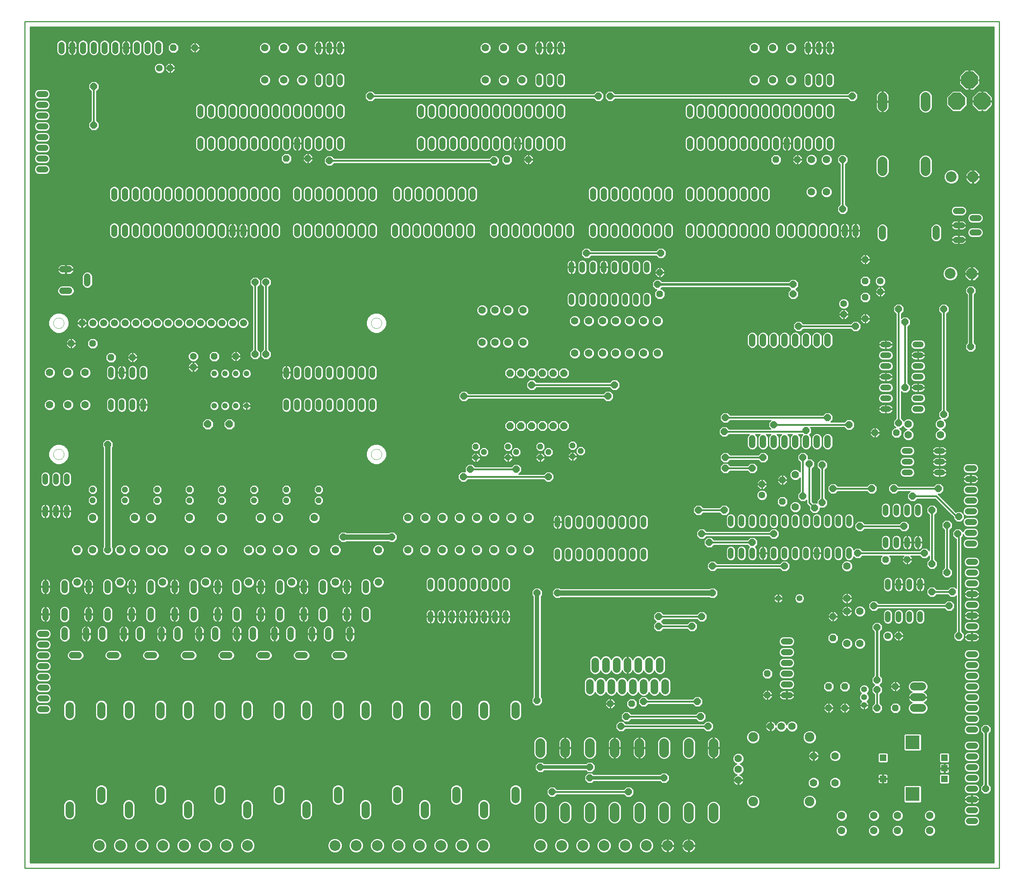
<source format=gbr>
G75*
%MOIN*%
%OFA0B0*%
%FSLAX24Y24*%
%IPPOS*%
%LPD*%
%AMOC8*
5,1,8,0,0,1.08239X$1,22.5*
%
%ADD10C,0.0100*%
%ADD11C,0.0560*%
%ADD12C,0.0520*%
%ADD13C,0.0700*%
%ADD14OC8,0.0520*%
%ADD15C,0.0600*%
%ADD16C,0.0660*%
%ADD17C,0.0000*%
%ADD18OC8,0.0630*%
%ADD19C,0.0520*%
%ADD20OC8,0.0700*%
%ADD21C,0.0630*%
%ADD22C,0.0594*%
%ADD23C,0.0560*%
%ADD24C,0.0740*%
%ADD25C,0.0900*%
%ADD26C,0.0554*%
%ADD27C,0.0780*%
%ADD28C,0.1000*%
%ADD29C,0.0984*%
%ADD30OC8,0.1575*%
%ADD31C,0.0768*%
%ADD32OC8,0.1000*%
%ADD33C,0.0554*%
%ADD34C,0.0660*%
%ADD35C,0.0885*%
%ADD36C,0.0709*%
%ADD37R,0.0594X0.0594*%
%ADD38R,0.1266X0.1266*%
%ADD39OC8,0.0660*%
%ADD40OC8,0.0640*%
%ADD41C,0.0320*%
%ADD42C,0.0240*%
%ADD43C,0.0400*%
%ADD44C,0.0160*%
%ADD45C,0.0500*%
D10*
X002450Y003050D02*
X002450Y081790D01*
X093001Y081790D01*
X093001Y003050D01*
X002450Y003050D01*
X002950Y003550D02*
X002950Y081290D01*
X092501Y081290D01*
X092501Y003550D01*
X002950Y003550D01*
X002950Y003641D02*
X092501Y003641D01*
X092501Y003740D02*
X002950Y003740D01*
X002950Y003838D02*
X092501Y003838D01*
X092501Y003937D02*
X002950Y003937D01*
X002950Y004035D02*
X092501Y004035D01*
X092501Y004134D02*
X002950Y004134D01*
X002950Y004232D02*
X092501Y004232D01*
X092501Y004331D02*
X002950Y004331D01*
X002950Y004429D02*
X092501Y004429D01*
X092501Y004528D02*
X064291Y004528D01*
X064267Y004521D02*
X064349Y004543D01*
X064428Y004576D01*
X064502Y004618D01*
X064569Y004670D01*
X064630Y004730D01*
X064681Y004798D01*
X064724Y004872D01*
X064757Y004950D01*
X064779Y005033D01*
X064789Y005110D01*
X064190Y005110D01*
X064190Y005210D01*
X064789Y005210D01*
X064779Y005287D01*
X064757Y005369D01*
X064724Y005448D01*
X064681Y005522D01*
X064630Y005589D01*
X064569Y005650D01*
X064502Y005701D01*
X064428Y005744D01*
X064349Y005777D01*
X064267Y005799D01*
X064190Y005809D01*
X064190Y005210D01*
X064090Y005210D01*
X064090Y005809D01*
X064013Y005799D01*
X063930Y005777D01*
X063852Y005744D01*
X063778Y005701D01*
X063710Y005650D01*
X063650Y005589D01*
X063598Y005522D01*
X063556Y005448D01*
X063523Y005369D01*
X063501Y005287D01*
X063491Y005210D01*
X064090Y005210D01*
X064090Y005110D01*
X064190Y005110D01*
X064190Y004511D01*
X064267Y004521D01*
X064190Y004528D02*
X064090Y004528D01*
X064090Y004511D02*
X064090Y005110D01*
X063491Y005110D01*
X063501Y005033D01*
X063523Y004950D01*
X063556Y004872D01*
X063598Y004798D01*
X063650Y004730D01*
X063710Y004670D01*
X063778Y004618D01*
X063852Y004576D01*
X063930Y004543D01*
X064013Y004521D01*
X064090Y004511D01*
X063988Y004528D02*
X062323Y004528D01*
X062298Y004521D02*
X062381Y004543D01*
X062459Y004576D01*
X062533Y004618D01*
X062601Y004670D01*
X062661Y004730D01*
X062713Y004798D01*
X062755Y004872D01*
X062788Y004950D01*
X062810Y005033D01*
X062820Y005110D01*
X062221Y005110D01*
X062221Y004511D01*
X062298Y004521D01*
X062221Y004528D02*
X062121Y004528D01*
X062121Y004511D02*
X062121Y005110D01*
X061522Y005110D01*
X061532Y005033D01*
X061554Y004950D01*
X061587Y004872D01*
X061630Y004798D01*
X061682Y004730D01*
X061742Y004670D01*
X061809Y004618D01*
X061883Y004576D01*
X061962Y004543D01*
X062044Y004521D01*
X062121Y004511D01*
X062020Y004528D02*
X060427Y004528D01*
X060336Y004490D02*
X060582Y004592D01*
X060771Y004780D01*
X060873Y005027D01*
X060873Y005293D01*
X060771Y005539D01*
X060582Y005728D01*
X060336Y005830D01*
X060069Y005830D01*
X059823Y005728D01*
X059635Y005539D01*
X059533Y005293D01*
X059533Y005027D01*
X059635Y004780D01*
X059823Y004592D01*
X060069Y004490D01*
X060336Y004490D01*
X060616Y004626D02*
X061799Y004626D01*
X061687Y004725D02*
X060715Y004725D01*
X060788Y004823D02*
X061615Y004823D01*
X061566Y004922D02*
X060829Y004922D01*
X060870Y005020D02*
X061536Y005020D01*
X061522Y005210D02*
X062121Y005210D01*
X062121Y005110D01*
X062221Y005110D01*
X062221Y005210D01*
X062121Y005210D01*
X062121Y005809D01*
X062044Y005799D01*
X061962Y005777D01*
X061883Y005744D01*
X061809Y005701D01*
X061742Y005650D01*
X061682Y005589D01*
X061630Y005522D01*
X061587Y005448D01*
X061554Y005369D01*
X061532Y005287D01*
X061522Y005210D01*
X061523Y005217D02*
X060873Y005217D01*
X060873Y005119D02*
X062121Y005119D01*
X062121Y005217D02*
X062221Y005217D01*
X062221Y005210D02*
X062221Y005809D01*
X062298Y005799D01*
X062381Y005777D01*
X062459Y005744D01*
X062533Y005701D01*
X062601Y005650D01*
X062661Y005589D01*
X062713Y005522D01*
X062755Y005448D01*
X062788Y005369D01*
X062810Y005287D01*
X062820Y005210D01*
X062221Y005210D01*
X062221Y005119D02*
X064090Y005119D01*
X064090Y005217D02*
X064190Y005217D01*
X064190Y005119D02*
X092501Y005119D01*
X092501Y005217D02*
X064788Y005217D01*
X064771Y005316D02*
X092501Y005316D01*
X092501Y005414D02*
X064738Y005414D01*
X064687Y005513D02*
X092501Y005513D01*
X092501Y005611D02*
X064608Y005611D01*
X064488Y005710D02*
X092501Y005710D01*
X092501Y005808D02*
X064196Y005808D01*
X064190Y005808D02*
X064090Y005808D01*
X064083Y005808D02*
X062228Y005808D01*
X062221Y005808D02*
X062121Y005808D01*
X062115Y005808D02*
X060389Y005808D01*
X060601Y005710D02*
X061823Y005710D01*
X061703Y005611D02*
X060699Y005611D01*
X060782Y005513D02*
X061624Y005513D01*
X061573Y005414D02*
X060823Y005414D01*
X060863Y005316D02*
X061540Y005316D01*
X062121Y005316D02*
X062221Y005316D01*
X062221Y005414D02*
X062121Y005414D01*
X062121Y005513D02*
X062221Y005513D01*
X062221Y005611D02*
X062121Y005611D01*
X062121Y005710D02*
X062221Y005710D01*
X062519Y005710D02*
X063792Y005710D01*
X063672Y005611D02*
X062639Y005611D01*
X062718Y005513D02*
X063593Y005513D01*
X063541Y005414D02*
X062770Y005414D01*
X062802Y005316D02*
X063509Y005316D01*
X063492Y005217D02*
X062819Y005217D01*
X062807Y005020D02*
X063504Y005020D01*
X063535Y004922D02*
X062776Y004922D01*
X062727Y004823D02*
X063584Y004823D01*
X063656Y004725D02*
X062655Y004725D01*
X062543Y004626D02*
X063768Y004626D01*
X064090Y004626D02*
X064190Y004626D01*
X064190Y004725D02*
X064090Y004725D01*
X064090Y004823D02*
X064190Y004823D01*
X064190Y004922D02*
X064090Y004922D01*
X064090Y005020D02*
X064190Y005020D01*
X064190Y005316D02*
X064090Y005316D01*
X064090Y005414D02*
X064190Y005414D01*
X064190Y005513D02*
X064090Y005513D01*
X064090Y005611D02*
X064190Y005611D01*
X064190Y005710D02*
X064090Y005710D01*
X064775Y005020D02*
X092501Y005020D01*
X092501Y004922D02*
X064745Y004922D01*
X064696Y004823D02*
X092501Y004823D01*
X092501Y004725D02*
X064624Y004725D01*
X064512Y004626D02*
X092501Y004626D01*
X092501Y005907D02*
X002950Y005907D01*
X002950Y006005D02*
X092501Y006005D01*
X092501Y006104D02*
X086831Y006104D01*
X086845Y006109D02*
X086991Y006255D01*
X087070Y006447D01*
X087070Y006653D01*
X086991Y006845D01*
X086845Y006991D01*
X086653Y007070D01*
X086447Y007070D01*
X086255Y006991D01*
X086109Y006845D01*
X086030Y006653D01*
X086030Y006447D01*
X086109Y006255D01*
X086255Y006109D01*
X086447Y006030D01*
X086653Y006030D01*
X086845Y006109D01*
X086937Y006202D02*
X092501Y006202D01*
X092501Y006301D02*
X087010Y006301D01*
X087050Y006399D02*
X092501Y006399D01*
X092501Y006498D02*
X087070Y006498D01*
X087070Y006596D02*
X092501Y006596D01*
X092501Y006695D02*
X087053Y006695D01*
X087012Y006793D02*
X092501Y006793D01*
X092501Y006892D02*
X086944Y006892D01*
X086845Y006990D02*
X092501Y006990D01*
X092501Y007089D02*
X091005Y007089D01*
X090985Y007069D02*
X091111Y007195D01*
X091180Y007360D01*
X091180Y007540D01*
X091111Y007705D01*
X090985Y007831D01*
X090820Y007900D01*
X090080Y007900D01*
X089915Y007831D01*
X089789Y007705D01*
X089720Y007540D01*
X089720Y007360D01*
X089789Y007195D01*
X089915Y007069D01*
X090080Y007000D01*
X090820Y007000D01*
X090985Y007069D01*
X091103Y007187D02*
X092501Y007187D01*
X092501Y007286D02*
X091149Y007286D01*
X091180Y007384D02*
X092501Y007384D01*
X092501Y007483D02*
X091180Y007483D01*
X091163Y007581D02*
X092501Y007581D01*
X092501Y007680D02*
X091122Y007680D01*
X091038Y007778D02*
X092501Y007778D01*
X092501Y007877D02*
X090876Y007877D01*
X090820Y008000D02*
X090985Y008069D01*
X091111Y008195D01*
X091180Y008360D01*
X091180Y008540D01*
X091111Y008705D01*
X090985Y008831D01*
X090820Y008900D01*
X090080Y008900D01*
X089915Y008831D01*
X089789Y008705D01*
X089720Y008540D01*
X089720Y008360D01*
X089789Y008195D01*
X089915Y008069D01*
X090080Y008000D01*
X090820Y008000D01*
X090990Y008074D02*
X092501Y008074D01*
X092501Y008172D02*
X091088Y008172D01*
X091143Y008271D02*
X092501Y008271D01*
X092501Y008369D02*
X091180Y008369D01*
X091180Y008468D02*
X092501Y008468D01*
X092501Y008566D02*
X091169Y008566D01*
X091128Y008665D02*
X092501Y008665D01*
X092501Y008763D02*
X091053Y008763D01*
X090912Y008862D02*
X092501Y008862D01*
X092501Y008960D02*
X075926Y008960D01*
X075901Y008899D02*
X075995Y009127D01*
X075995Y009373D01*
X075901Y009601D01*
X075726Y009776D01*
X075498Y009870D01*
X075252Y009870D01*
X075024Y009776D01*
X074849Y009601D01*
X074755Y009373D01*
X074755Y009127D01*
X074849Y008899D01*
X075024Y008724D01*
X075252Y008630D01*
X075498Y008630D01*
X075726Y008724D01*
X075901Y008899D01*
X075863Y008862D02*
X089988Y008862D01*
X089847Y008763D02*
X075765Y008763D01*
X075582Y008665D02*
X089772Y008665D01*
X089731Y008566D02*
X067062Y008566D01*
X067062Y008468D02*
X078241Y008468D01*
X078247Y008470D02*
X078055Y008391D01*
X077909Y008245D01*
X077830Y008053D01*
X077830Y007847D01*
X077909Y007655D01*
X078055Y007509D01*
X078247Y007430D01*
X078453Y007430D01*
X078645Y007509D01*
X078791Y007655D01*
X078870Y007847D01*
X078870Y008053D01*
X078791Y008245D01*
X078645Y008391D01*
X078453Y008470D01*
X078247Y008470D01*
X078459Y008468D02*
X081241Y008468D01*
X081247Y008470D02*
X081055Y008391D01*
X080909Y008245D01*
X080830Y008053D01*
X080830Y007847D01*
X080909Y007655D01*
X081055Y007509D01*
X081247Y007430D01*
X081453Y007430D01*
X081645Y007509D01*
X081791Y007655D01*
X081870Y007847D01*
X081870Y008053D01*
X081791Y008245D01*
X081645Y008391D01*
X081453Y008470D01*
X081247Y008470D01*
X081459Y008468D02*
X083441Y008468D01*
X083447Y008470D02*
X083255Y008391D01*
X083109Y008245D01*
X083030Y008053D01*
X083030Y007847D01*
X083109Y007655D01*
X083255Y007509D01*
X083447Y007430D01*
X083653Y007430D01*
X083845Y007509D01*
X083991Y007655D01*
X084070Y007847D01*
X084070Y008053D01*
X083991Y008245D01*
X083845Y008391D01*
X083653Y008470D01*
X083447Y008470D01*
X083659Y008468D02*
X086441Y008468D01*
X086447Y008470D02*
X086255Y008391D01*
X086109Y008245D01*
X086030Y008053D01*
X086030Y007847D01*
X086109Y007655D01*
X086255Y007509D01*
X086447Y007430D01*
X086653Y007430D01*
X086845Y007509D01*
X086991Y007655D01*
X087070Y007847D01*
X087070Y008053D01*
X086991Y008245D01*
X086845Y008391D01*
X086653Y008470D01*
X086447Y008470D01*
X086659Y008468D02*
X089720Y008468D01*
X089720Y008369D02*
X086866Y008369D01*
X086965Y008271D02*
X089757Y008271D01*
X089812Y008172D02*
X087021Y008172D01*
X087062Y008074D02*
X089910Y008074D01*
X090024Y007877D02*
X087070Y007877D01*
X087070Y007975D02*
X092501Y007975D01*
X092501Y009059D02*
X090909Y009059D01*
X090895Y009052D02*
X090955Y009082D01*
X091010Y009122D01*
X091058Y009170D01*
X091098Y009225D01*
X091128Y009285D01*
X091149Y009349D01*
X091160Y009416D01*
X091160Y009416D01*
X090484Y009416D01*
X090484Y009020D01*
X090764Y009020D01*
X090831Y009031D01*
X090895Y009052D01*
X091045Y009157D02*
X092501Y009157D01*
X092501Y009256D02*
X091114Y009256D01*
X091150Y009354D02*
X092501Y009354D01*
X092501Y009453D02*
X090484Y009453D01*
X090484Y009484D02*
X091160Y009484D01*
X091149Y009551D01*
X092501Y009551D01*
X092501Y009650D02*
X091111Y009650D01*
X091098Y009675D02*
X091058Y009730D01*
X091010Y009778D01*
X090955Y009818D01*
X090895Y009848D01*
X090831Y009869D01*
X090764Y009880D01*
X090484Y009880D01*
X090484Y009484D01*
X090416Y009484D01*
X090416Y009416D01*
X090484Y009416D01*
X090484Y009484D01*
X090484Y009551D02*
X090416Y009551D01*
X090416Y009484D02*
X090416Y009880D01*
X090136Y009880D01*
X090069Y009869D01*
X090005Y009848D01*
X089945Y009818D01*
X089890Y009778D01*
X089842Y009730D01*
X089802Y009675D01*
X089772Y009615D01*
X089751Y009551D01*
X085753Y009551D01*
X085753Y009453D02*
X090416Y009453D01*
X090416Y009484D02*
X089740Y009484D01*
X089740Y009484D01*
X089751Y009551D01*
X089789Y009650D02*
X085753Y009650D01*
X085753Y009748D02*
X089860Y009748D01*
X090001Y009847D02*
X085753Y009847D01*
X085753Y009945D02*
X092501Y009945D01*
X092501Y009847D02*
X090899Y009847D01*
X091040Y009748D02*
X092501Y009748D01*
X092501Y010044D02*
X092036Y010044D01*
X091953Y009960D02*
X092240Y010247D01*
X092240Y010653D01*
X092040Y010853D01*
X092040Y015547D01*
X092240Y015747D01*
X092240Y016153D01*
X091953Y016440D01*
X091547Y016440D01*
X091260Y016153D01*
X091260Y015747D01*
X091460Y015547D01*
X091460Y010853D01*
X091260Y010653D01*
X091260Y010247D01*
X091547Y009960D01*
X091953Y009960D01*
X092135Y010142D02*
X092501Y010142D01*
X092501Y010241D02*
X092233Y010241D01*
X092240Y010339D02*
X092501Y010339D01*
X092501Y010438D02*
X092240Y010438D01*
X092240Y010536D02*
X092501Y010536D01*
X092501Y010635D02*
X092240Y010635D01*
X092160Y010733D02*
X092501Y010733D01*
X092501Y010832D02*
X092061Y010832D01*
X092040Y010930D02*
X092501Y010930D01*
X092501Y011029D02*
X092040Y011029D01*
X092040Y011127D02*
X092501Y011127D01*
X092501Y011226D02*
X092040Y011226D01*
X092040Y011324D02*
X092501Y011324D01*
X092501Y011423D02*
X092040Y011423D01*
X092040Y011521D02*
X092501Y011521D01*
X092501Y011620D02*
X092040Y011620D01*
X092040Y011718D02*
X092501Y011718D01*
X092501Y011817D02*
X092040Y011817D01*
X092040Y011915D02*
X092501Y011915D01*
X092501Y012014D02*
X092040Y012014D01*
X092040Y012112D02*
X092501Y012112D01*
X092501Y012211D02*
X092040Y012211D01*
X092040Y012309D02*
X092501Y012309D01*
X092501Y012408D02*
X092040Y012408D01*
X092040Y012506D02*
X092501Y012506D01*
X092501Y012605D02*
X092040Y012605D01*
X092040Y012703D02*
X092501Y012703D01*
X092501Y012802D02*
X092040Y012802D01*
X092040Y012900D02*
X092501Y012900D01*
X092501Y012999D02*
X092040Y012999D01*
X092040Y013097D02*
X092501Y013097D01*
X092501Y013196D02*
X092040Y013196D01*
X092040Y013294D02*
X092501Y013294D01*
X092501Y013393D02*
X092040Y013393D01*
X092040Y013491D02*
X092501Y013491D01*
X092501Y013590D02*
X092040Y013590D01*
X092040Y013688D02*
X092501Y013688D01*
X092501Y013787D02*
X092040Y013787D01*
X092040Y013885D02*
X092501Y013885D01*
X092501Y013984D02*
X092040Y013984D01*
X092040Y014082D02*
X092501Y014082D01*
X092501Y014181D02*
X092040Y014181D01*
X092040Y014279D02*
X092501Y014279D01*
X092501Y014378D02*
X092040Y014378D01*
X092040Y014476D02*
X092501Y014476D01*
X092501Y014575D02*
X092040Y014575D01*
X092040Y014673D02*
X092501Y014673D01*
X092501Y014772D02*
X092040Y014772D01*
X092040Y014870D02*
X092501Y014870D01*
X092501Y014969D02*
X092040Y014969D01*
X092040Y015067D02*
X092501Y015067D01*
X092501Y015166D02*
X092040Y015166D01*
X092040Y015264D02*
X092501Y015264D01*
X092501Y015363D02*
X092040Y015363D01*
X092040Y015461D02*
X092501Y015461D01*
X092501Y015560D02*
X092052Y015560D01*
X092151Y015658D02*
X092501Y015658D01*
X092501Y015757D02*
X092240Y015757D01*
X092240Y015855D02*
X092501Y015855D01*
X092501Y015954D02*
X092240Y015954D01*
X092240Y016052D02*
X092501Y016052D01*
X092501Y016151D02*
X092240Y016151D01*
X092144Y016249D02*
X092501Y016249D01*
X092501Y016348D02*
X092045Y016348D01*
X092501Y016446D02*
X074232Y016446D01*
X074270Y016353D02*
X074191Y016545D01*
X074045Y016691D01*
X073853Y016770D01*
X073647Y016770D01*
X073455Y016691D01*
X073309Y016545D01*
X073250Y016402D01*
X073191Y016545D01*
X073045Y016691D01*
X072853Y016770D01*
X072647Y016770D01*
X072455Y016691D01*
X072309Y016545D01*
X072237Y016370D01*
X072213Y016442D01*
X072178Y016512D01*
X072131Y016576D01*
X072076Y016631D01*
X072012Y016678D01*
X071942Y016713D01*
X071867Y016738D01*
X071789Y016750D01*
X071788Y016750D01*
X071788Y016288D01*
X071712Y016288D01*
X071712Y016750D01*
X071711Y016750D01*
X071633Y016738D01*
X071558Y016713D01*
X071488Y016678D01*
X071424Y016631D01*
X071369Y016576D01*
X071322Y016512D01*
X071287Y016442D01*
X071262Y016367D01*
X071250Y016289D01*
X071250Y016288D01*
X071712Y016288D01*
X071712Y016212D01*
X071250Y016212D01*
X071250Y016211D01*
X071262Y016133D01*
X071287Y016058D01*
X071322Y015988D01*
X071369Y015924D01*
X071424Y015869D01*
X071488Y015822D01*
X071558Y015787D01*
X071633Y015762D01*
X071711Y015750D01*
X071712Y015750D01*
X071712Y016212D01*
X071788Y016212D01*
X071788Y015750D01*
X071789Y015750D01*
X071867Y015762D01*
X071942Y015787D01*
X072012Y015822D01*
X072076Y015869D01*
X072131Y015924D01*
X072178Y015988D01*
X072213Y016058D01*
X072237Y016130D01*
X072309Y015955D01*
X072455Y015809D01*
X072647Y015730D01*
X072853Y015730D01*
X073045Y015809D01*
X073191Y015955D01*
X073250Y016098D01*
X073309Y015955D01*
X073455Y015809D01*
X073647Y015730D01*
X073853Y015730D01*
X074045Y015809D01*
X074191Y015955D01*
X074270Y016147D01*
X074270Y016353D01*
X074270Y016348D02*
X089954Y016348D01*
X089915Y016331D02*
X089789Y016205D01*
X089720Y016040D01*
X089720Y015860D01*
X089789Y015695D01*
X089915Y015569D01*
X090080Y015500D01*
X090820Y015500D01*
X090985Y015569D01*
X091111Y015695D01*
X091180Y015860D01*
X091180Y016040D01*
X091111Y016205D01*
X090985Y016331D01*
X090820Y016400D01*
X090080Y016400D01*
X089915Y016331D01*
X089833Y016249D02*
X074270Y016249D01*
X074270Y016151D02*
X089766Y016151D01*
X089725Y016052D02*
X074231Y016052D01*
X074189Y015954D02*
X089720Y015954D01*
X089722Y015855D02*
X075534Y015855D01*
X075498Y015870D02*
X075252Y015870D01*
X075024Y015776D01*
X074849Y015601D01*
X074755Y015373D01*
X074755Y015127D01*
X074849Y014899D01*
X075024Y014724D01*
X075252Y014630D01*
X075498Y014630D01*
X075726Y014724D01*
X075901Y014899D01*
X075995Y015127D01*
X075995Y015373D01*
X075901Y015601D01*
X075726Y015776D01*
X075498Y015870D01*
X075745Y015757D02*
X089763Y015757D01*
X089826Y015658D02*
X075844Y015658D01*
X075918Y015560D02*
X089937Y015560D01*
X090080Y014900D02*
X089915Y014831D01*
X089789Y014705D01*
X089720Y014540D01*
X089720Y014360D01*
X089789Y014195D01*
X089915Y014069D01*
X090080Y014000D01*
X090820Y014000D01*
X090985Y014069D01*
X091111Y014195D01*
X091180Y014360D01*
X091180Y014540D01*
X091111Y014705D01*
X090985Y014831D01*
X090820Y014900D01*
X090080Y014900D01*
X090008Y014870D02*
X085753Y014870D01*
X085753Y014772D02*
X089855Y014772D01*
X089775Y014673D02*
X085753Y014673D01*
X085753Y014575D02*
X089735Y014575D01*
X089720Y014476D02*
X085753Y014476D01*
X085753Y014378D02*
X089720Y014378D01*
X089754Y014279D02*
X085753Y014279D01*
X085753Y014181D02*
X089803Y014181D01*
X089902Y014082D02*
X085753Y014082D01*
X085753Y014048D02*
X085753Y015455D01*
X085653Y015555D01*
X084247Y015555D01*
X084147Y015455D01*
X084147Y014048D01*
X084247Y013949D01*
X085653Y013949D01*
X085753Y014048D01*
X085689Y013984D02*
X091460Y013984D01*
X091460Y014082D02*
X090998Y014082D01*
X091097Y014181D02*
X091460Y014181D01*
X091460Y014279D02*
X091146Y014279D01*
X091180Y014378D02*
X091460Y014378D01*
X091460Y014476D02*
X091180Y014476D01*
X091165Y014575D02*
X091460Y014575D01*
X091460Y014673D02*
X091125Y014673D01*
X091045Y014772D02*
X091460Y014772D01*
X091460Y014870D02*
X090892Y014870D01*
X091460Y014969D02*
X085753Y014969D01*
X085753Y015067D02*
X091460Y015067D01*
X091460Y015166D02*
X085753Y015166D01*
X085753Y015264D02*
X091460Y015264D01*
X091460Y015363D02*
X085753Y015363D01*
X085747Y015461D02*
X091460Y015461D01*
X091448Y015560D02*
X090963Y015560D01*
X091074Y015658D02*
X091349Y015658D01*
X091260Y015757D02*
X091137Y015757D01*
X091178Y015855D02*
X091260Y015855D01*
X091260Y015954D02*
X091180Y015954D01*
X091175Y016052D02*
X091260Y016052D01*
X091260Y016151D02*
X091134Y016151D01*
X091067Y016249D02*
X091356Y016249D01*
X091455Y016348D02*
X090946Y016348D01*
X090927Y016545D02*
X092501Y016545D01*
X092501Y016643D02*
X091059Y016643D01*
X091111Y016695D02*
X091180Y016860D01*
X091180Y017040D01*
X091111Y017205D01*
X090985Y017331D01*
X090820Y017400D01*
X090080Y017400D01*
X089915Y017331D01*
X089789Y017205D01*
X089720Y017040D01*
X089720Y016860D01*
X089789Y016695D01*
X089915Y016569D01*
X090080Y016500D01*
X090820Y016500D01*
X090985Y016569D01*
X091111Y016695D01*
X091131Y016742D02*
X092501Y016742D01*
X092501Y016840D02*
X091172Y016840D01*
X091180Y016939D02*
X092501Y016939D01*
X092501Y017037D02*
X091180Y017037D01*
X091140Y017136D02*
X092501Y017136D01*
X092501Y017234D02*
X091082Y017234D01*
X090982Y017333D02*
X092501Y017333D01*
X092501Y017431D02*
X085978Y017431D01*
X085927Y017410D02*
X086126Y017492D01*
X086278Y017644D01*
X086360Y017843D01*
X086360Y018057D01*
X086278Y018256D01*
X086126Y018408D01*
X085998Y018461D01*
X086020Y018468D01*
X086093Y018505D01*
X086159Y018553D01*
X086217Y018611D01*
X086265Y018677D01*
X086302Y018750D01*
X086327Y018828D01*
X086339Y018900D01*
X085500Y018900D01*
X085500Y019000D01*
X086339Y019000D01*
X086327Y019072D01*
X086302Y019150D01*
X086265Y019223D01*
X086217Y019289D01*
X086159Y019347D01*
X086093Y019395D01*
X086020Y019432D01*
X085998Y019439D01*
X086126Y019492D01*
X086278Y019644D01*
X086360Y019843D01*
X086360Y020057D01*
X086278Y020256D01*
X086126Y020408D01*
X085927Y020490D01*
X084973Y020490D01*
X084774Y020408D01*
X084622Y020256D01*
X084540Y020057D01*
X084540Y019843D01*
X084622Y019644D01*
X084774Y019492D01*
X084902Y019439D01*
X084880Y019432D01*
X084807Y019395D01*
X084741Y019347D01*
X084683Y019289D01*
X084635Y019223D01*
X084598Y019150D01*
X084573Y019072D01*
X084561Y019000D01*
X085400Y019000D01*
X085400Y018900D01*
X084561Y018900D01*
X084573Y018828D01*
X084598Y018750D01*
X084635Y018677D01*
X084683Y018611D01*
X084741Y018553D01*
X084807Y018505D01*
X084880Y018468D01*
X084902Y018461D01*
X084774Y018408D01*
X084622Y018256D01*
X084540Y018057D01*
X084540Y017843D01*
X084622Y017644D01*
X084774Y017492D01*
X084973Y017410D01*
X085927Y017410D01*
X086163Y017530D02*
X090009Y017530D01*
X090080Y017500D02*
X090820Y017500D01*
X090985Y017569D01*
X091111Y017695D01*
X091180Y017860D01*
X091180Y018040D01*
X091111Y018205D01*
X090985Y018331D01*
X090820Y018400D01*
X090080Y018400D01*
X089915Y018331D01*
X089789Y018205D01*
X089720Y018040D01*
X089720Y017860D01*
X089789Y017695D01*
X089915Y017569D01*
X090080Y017500D01*
X089918Y017333D02*
X065740Y017333D01*
X065740Y017353D02*
X065453Y017640D01*
X065047Y017640D01*
X064807Y017400D01*
X058793Y017400D01*
X058553Y017640D01*
X058147Y017640D01*
X057860Y017353D01*
X057860Y016947D01*
X058147Y016660D01*
X058553Y016660D01*
X058793Y016900D01*
X064807Y016900D01*
X065047Y016660D01*
X065453Y016660D01*
X065740Y016947D01*
X065740Y017353D01*
X065662Y017431D02*
X084922Y017431D01*
X084737Y017530D02*
X083615Y017530D01*
X083551Y017465D02*
X083835Y017749D01*
X083835Y018151D01*
X083551Y018435D01*
X083149Y018435D01*
X082865Y018151D01*
X082865Y017749D01*
X083149Y017465D01*
X083551Y017465D01*
X083714Y017628D02*
X084638Y017628D01*
X084588Y017727D02*
X083812Y017727D01*
X083835Y017825D02*
X084547Y017825D01*
X084540Y017924D02*
X083835Y017924D01*
X083835Y018022D02*
X084540Y018022D01*
X084566Y018121D02*
X083835Y018121D01*
X083767Y018219D02*
X084607Y018219D01*
X084684Y018318D02*
X083668Y018318D01*
X083570Y018416D02*
X084794Y018416D01*
X084795Y018515D02*
X081900Y018515D01*
X081900Y018613D02*
X084682Y018613D01*
X084618Y018712D02*
X081900Y018712D01*
X081900Y018810D02*
X084579Y018810D01*
X084563Y019007D02*
X081900Y019007D01*
X081900Y018909D02*
X085400Y018909D01*
X085500Y018909D02*
X089720Y018909D01*
X089720Y018860D02*
X089789Y018695D01*
X089915Y018569D01*
X090080Y018500D01*
X090820Y018500D01*
X090985Y018569D01*
X091111Y018695D01*
X091180Y018860D01*
X091180Y019040D01*
X091111Y019205D01*
X090985Y019331D01*
X090820Y019400D01*
X090080Y019400D01*
X089915Y019331D01*
X089789Y019205D01*
X089720Y019040D01*
X089720Y018860D01*
X089741Y018810D02*
X086321Y018810D01*
X086282Y018712D02*
X089782Y018712D01*
X089871Y018613D02*
X086218Y018613D01*
X086105Y018515D02*
X090045Y018515D01*
X089901Y018318D02*
X086216Y018318D01*
X086293Y018219D02*
X089803Y018219D01*
X089754Y018121D02*
X086334Y018121D01*
X086360Y018022D02*
X089720Y018022D01*
X089720Y017924D02*
X086360Y017924D01*
X086353Y017825D02*
X089735Y017825D01*
X089775Y017727D02*
X086312Y017727D01*
X086262Y017628D02*
X089856Y017628D01*
X089818Y017234D02*
X065740Y017234D01*
X065740Y017136D02*
X089760Y017136D01*
X089720Y017037D02*
X065740Y017037D01*
X065731Y016939D02*
X089720Y016939D01*
X089728Y016840D02*
X065633Y016840D01*
X065534Y016742D02*
X071657Y016742D01*
X071712Y016742D02*
X071788Y016742D01*
X071843Y016742D02*
X072578Y016742D01*
X072408Y016643D02*
X072060Y016643D01*
X072154Y016545D02*
X072309Y016545D01*
X072268Y016446D02*
X072211Y016446D01*
X072210Y016052D02*
X072269Y016052D01*
X072311Y015954D02*
X072153Y015954D01*
X072057Y015855D02*
X072410Y015855D01*
X072583Y015757D02*
X071831Y015757D01*
X071788Y015757D02*
X071712Y015757D01*
X071669Y015757D02*
X070495Y015757D01*
X070476Y015776D02*
X070248Y015870D01*
X070002Y015870D01*
X069774Y015776D01*
X069599Y015601D01*
X069505Y015373D01*
X069505Y015127D01*
X069599Y014899D01*
X069774Y014724D01*
X070002Y014630D01*
X070248Y014630D01*
X070476Y014724D01*
X070651Y014899D01*
X070745Y015127D01*
X070745Y015373D01*
X070651Y015601D01*
X070476Y015776D01*
X070594Y015658D02*
X074906Y015658D01*
X074832Y015560D02*
X070668Y015560D01*
X070709Y015461D02*
X074791Y015461D01*
X074755Y015363D02*
X070745Y015363D01*
X070745Y015264D02*
X074755Y015264D01*
X074755Y015166D02*
X070745Y015166D01*
X070720Y015067D02*
X074780Y015067D01*
X074821Y014969D02*
X070679Y014969D01*
X070622Y014870D02*
X074878Y014870D01*
X074977Y014772D02*
X070523Y014772D01*
X070352Y014673D02*
X075148Y014673D01*
X075602Y014673D02*
X084147Y014673D01*
X084147Y014575D02*
X067042Y014575D01*
X067042Y014673D02*
X069898Y014673D01*
X069727Y014772D02*
X067037Y014772D01*
X067042Y014739D02*
X067028Y014831D01*
X066999Y014920D01*
X066957Y015003D01*
X066902Y015078D01*
X066836Y015144D01*
X066761Y015199D01*
X066677Y015242D01*
X066589Y015270D01*
X066500Y015284D01*
X066500Y014300D01*
X067042Y014300D01*
X067042Y014739D01*
X067015Y014870D02*
X069628Y014870D01*
X069571Y014969D02*
X066974Y014969D01*
X066910Y015067D02*
X069530Y015067D01*
X069505Y015166D02*
X066807Y015166D01*
X066608Y015264D02*
X069505Y015264D01*
X069505Y015363D02*
X002950Y015363D01*
X002950Y015461D02*
X069541Y015461D01*
X069582Y015560D02*
X002950Y015560D01*
X002950Y015658D02*
X069656Y015658D01*
X069755Y015757D02*
X002950Y015757D01*
X002950Y015855D02*
X057552Y015855D01*
X057647Y015760D02*
X058053Y015760D01*
X058293Y016000D01*
X065507Y016000D01*
X065747Y015760D01*
X066153Y015760D01*
X066440Y016047D01*
X066440Y016453D01*
X066153Y016740D01*
X065747Y016740D01*
X065507Y016500D01*
X058293Y016500D01*
X058053Y016740D01*
X057647Y016740D01*
X057360Y016453D01*
X057360Y016047D01*
X057647Y015760D01*
X057454Y015954D02*
X002950Y015954D01*
X002950Y016052D02*
X057360Y016052D01*
X057360Y016151D02*
X002950Y016151D01*
X002950Y016249D02*
X057360Y016249D01*
X057360Y016348D02*
X002950Y016348D01*
X002950Y016446D02*
X057360Y016446D01*
X057452Y016545D02*
X002950Y016545D01*
X002950Y016643D02*
X057550Y016643D01*
X057869Y016939D02*
X048420Y016939D01*
X048367Y016885D02*
X048525Y017043D01*
X048610Y017249D01*
X048610Y018251D01*
X048525Y018457D01*
X048367Y018615D01*
X048161Y018700D01*
X047939Y018700D01*
X047733Y018615D01*
X047575Y018457D01*
X047490Y018251D01*
X047490Y017249D01*
X047575Y017043D01*
X047733Y016885D01*
X047939Y016800D01*
X048161Y016800D01*
X048367Y016885D01*
X048258Y016840D02*
X057967Y016840D01*
X058066Y016742D02*
X002950Y016742D01*
X002950Y016840D02*
X006392Y016840D01*
X006489Y016800D02*
X006711Y016800D01*
X006917Y016885D01*
X007075Y017043D01*
X007160Y017249D01*
X007160Y018251D01*
X007075Y018457D01*
X006917Y018615D01*
X006711Y018700D01*
X006489Y018700D01*
X006283Y018615D01*
X006125Y018457D01*
X006040Y018251D01*
X006040Y017249D01*
X006125Y017043D01*
X006283Y016885D01*
X006489Y016800D01*
X006230Y016939D02*
X002950Y016939D01*
X002950Y017037D02*
X006131Y017037D01*
X006087Y017136D02*
X002950Y017136D01*
X002950Y017234D02*
X006046Y017234D01*
X006040Y017333D02*
X002950Y017333D01*
X002950Y017431D02*
X003706Y017431D01*
X003780Y017400D02*
X004520Y017400D01*
X004685Y017469D01*
X004811Y017595D01*
X004880Y017760D01*
X004880Y017940D01*
X004811Y018105D01*
X004685Y018231D01*
X004520Y018300D01*
X003780Y018300D01*
X003615Y018231D01*
X003489Y018105D01*
X003420Y017940D01*
X003420Y017760D01*
X003489Y017595D01*
X003615Y017469D01*
X003780Y017400D01*
X003554Y017530D02*
X002950Y017530D01*
X002950Y017628D02*
X003475Y017628D01*
X003434Y017727D02*
X002950Y017727D01*
X002950Y017825D02*
X003420Y017825D01*
X003420Y017924D02*
X002950Y017924D01*
X002950Y018022D02*
X003454Y018022D01*
X003504Y018121D02*
X002950Y018121D01*
X002950Y018219D02*
X003603Y018219D01*
X003742Y018416D02*
X002950Y018416D01*
X002950Y018318D02*
X006067Y018318D01*
X006040Y018219D02*
X004697Y018219D01*
X004796Y018121D02*
X006040Y018121D01*
X006040Y018022D02*
X004846Y018022D01*
X004880Y017924D02*
X006040Y017924D01*
X006040Y017825D02*
X004880Y017825D01*
X004866Y017727D02*
X006040Y017727D01*
X006040Y017628D02*
X004825Y017628D01*
X004746Y017530D02*
X006040Y017530D01*
X006040Y017431D02*
X004594Y017431D01*
X004520Y018400D02*
X003780Y018400D01*
X003615Y018469D01*
X003489Y018595D01*
X003420Y018760D01*
X003420Y018940D01*
X003489Y019105D01*
X003615Y019231D01*
X003780Y019300D01*
X004520Y019300D01*
X004685Y019231D01*
X004811Y019105D01*
X004880Y018940D01*
X004880Y018760D01*
X004811Y018595D01*
X004685Y018469D01*
X004520Y018400D01*
X004558Y018416D02*
X006108Y018416D01*
X006183Y018515D02*
X004731Y018515D01*
X004819Y018613D02*
X006281Y018613D01*
X006919Y018613D02*
X009231Y018613D01*
X009233Y018615D02*
X009075Y018457D01*
X008990Y018251D01*
X008990Y017249D01*
X009075Y017043D01*
X009233Y016885D01*
X009439Y016800D01*
X009661Y016800D01*
X009867Y016885D01*
X010025Y017043D01*
X010110Y017249D01*
X010110Y018251D01*
X010025Y018457D01*
X009867Y018615D01*
X009661Y018700D01*
X009439Y018700D01*
X009233Y018615D01*
X009133Y018515D02*
X007017Y018515D01*
X007092Y018416D02*
X009058Y018416D01*
X009017Y018318D02*
X007133Y018318D01*
X007160Y018219D02*
X008990Y018219D01*
X008990Y018121D02*
X007160Y018121D01*
X007160Y018022D02*
X008990Y018022D01*
X008990Y017924D02*
X007160Y017924D01*
X007160Y017825D02*
X008990Y017825D01*
X008990Y017727D02*
X007160Y017727D01*
X007160Y017628D02*
X008990Y017628D01*
X008990Y017530D02*
X007160Y017530D01*
X007160Y017431D02*
X008990Y017431D01*
X008990Y017333D02*
X007160Y017333D01*
X007154Y017234D02*
X008996Y017234D01*
X009037Y017136D02*
X007113Y017136D01*
X007069Y017037D02*
X009081Y017037D01*
X009180Y016939D02*
X006970Y016939D01*
X006808Y016840D02*
X009342Y016840D01*
X009758Y016840D02*
X011892Y016840D01*
X011989Y016800D02*
X012211Y016800D01*
X012417Y016885D01*
X012575Y017043D01*
X012660Y017249D01*
X012660Y018251D01*
X012575Y018457D01*
X012417Y018615D01*
X012211Y018700D01*
X011989Y018700D01*
X011783Y018615D01*
X011625Y018457D01*
X011540Y018251D01*
X011540Y017249D01*
X011625Y017043D01*
X011783Y016885D01*
X011989Y016800D01*
X011730Y016939D02*
X009920Y016939D01*
X010019Y017037D02*
X011631Y017037D01*
X011587Y017136D02*
X010063Y017136D01*
X010104Y017234D02*
X011546Y017234D01*
X011540Y017333D02*
X010110Y017333D01*
X010110Y017431D02*
X011540Y017431D01*
X011540Y017530D02*
X010110Y017530D01*
X010110Y017628D02*
X011540Y017628D01*
X011540Y017727D02*
X010110Y017727D01*
X010110Y017825D02*
X011540Y017825D01*
X011540Y017924D02*
X010110Y017924D01*
X010110Y018022D02*
X011540Y018022D01*
X011540Y018121D02*
X010110Y018121D01*
X010110Y018219D02*
X011540Y018219D01*
X011567Y018318D02*
X010083Y018318D01*
X010042Y018416D02*
X011608Y018416D01*
X011683Y018515D02*
X009967Y018515D01*
X009869Y018613D02*
X011781Y018613D01*
X012419Y018613D02*
X014731Y018613D01*
X014733Y018615D02*
X014575Y018457D01*
X014490Y018251D01*
X014490Y017249D01*
X014575Y017043D01*
X014733Y016885D01*
X014939Y016800D01*
X015161Y016800D01*
X015367Y016885D01*
X015525Y017043D01*
X015610Y017249D01*
X015610Y018251D01*
X015525Y018457D01*
X015367Y018615D01*
X015161Y018700D01*
X014939Y018700D01*
X014733Y018615D01*
X014633Y018515D02*
X012517Y018515D01*
X012592Y018416D02*
X014558Y018416D01*
X014517Y018318D02*
X012633Y018318D01*
X012660Y018219D02*
X014490Y018219D01*
X014490Y018121D02*
X012660Y018121D01*
X012660Y018022D02*
X014490Y018022D01*
X014490Y017924D02*
X012660Y017924D01*
X012660Y017825D02*
X014490Y017825D01*
X014490Y017727D02*
X012660Y017727D01*
X012660Y017628D02*
X014490Y017628D01*
X014490Y017530D02*
X012660Y017530D01*
X012660Y017431D02*
X014490Y017431D01*
X014490Y017333D02*
X012660Y017333D01*
X012654Y017234D02*
X014496Y017234D01*
X014537Y017136D02*
X012613Y017136D01*
X012569Y017037D02*
X014581Y017037D01*
X014680Y016939D02*
X012470Y016939D01*
X012308Y016840D02*
X014842Y016840D01*
X015258Y016840D02*
X017392Y016840D01*
X017489Y016800D02*
X017711Y016800D01*
X017917Y016885D01*
X018075Y017043D01*
X018160Y017249D01*
X018160Y018251D01*
X018075Y018457D01*
X017917Y018615D01*
X017711Y018700D01*
X017489Y018700D01*
X017283Y018615D01*
X017125Y018457D01*
X017040Y018251D01*
X017040Y017249D01*
X017125Y017043D01*
X017283Y016885D01*
X017489Y016800D01*
X017230Y016939D02*
X015420Y016939D01*
X015519Y017037D02*
X017131Y017037D01*
X017087Y017136D02*
X015563Y017136D01*
X015604Y017234D02*
X017046Y017234D01*
X017040Y017333D02*
X015610Y017333D01*
X015610Y017431D02*
X017040Y017431D01*
X017040Y017530D02*
X015610Y017530D01*
X015610Y017628D02*
X017040Y017628D01*
X017040Y017727D02*
X015610Y017727D01*
X015610Y017825D02*
X017040Y017825D01*
X017040Y017924D02*
X015610Y017924D01*
X015610Y018022D02*
X017040Y018022D01*
X017040Y018121D02*
X015610Y018121D01*
X015610Y018219D02*
X017040Y018219D01*
X017067Y018318D02*
X015583Y018318D01*
X015542Y018416D02*
X017108Y018416D01*
X017183Y018515D02*
X015467Y018515D01*
X015369Y018613D02*
X017281Y018613D01*
X017919Y018613D02*
X020231Y018613D01*
X020233Y018615D02*
X020075Y018457D01*
X019990Y018251D01*
X019990Y017249D01*
X020075Y017043D01*
X020233Y016885D01*
X020439Y016800D01*
X020661Y016800D01*
X020867Y016885D01*
X021025Y017043D01*
X021110Y017249D01*
X021110Y018251D01*
X021025Y018457D01*
X020867Y018615D01*
X020661Y018700D01*
X020439Y018700D01*
X020233Y018615D01*
X020133Y018515D02*
X018017Y018515D01*
X018092Y018416D02*
X020058Y018416D01*
X020017Y018318D02*
X018133Y018318D01*
X018160Y018219D02*
X019990Y018219D01*
X019990Y018121D02*
X018160Y018121D01*
X018160Y018022D02*
X019990Y018022D01*
X019990Y017924D02*
X018160Y017924D01*
X018160Y017825D02*
X019990Y017825D01*
X019990Y017727D02*
X018160Y017727D01*
X018160Y017628D02*
X019990Y017628D01*
X019990Y017530D02*
X018160Y017530D01*
X018160Y017431D02*
X019990Y017431D01*
X019990Y017333D02*
X018160Y017333D01*
X018154Y017234D02*
X019996Y017234D01*
X020037Y017136D02*
X018113Y017136D01*
X018069Y017037D02*
X020081Y017037D01*
X020180Y016939D02*
X017970Y016939D01*
X017808Y016840D02*
X020342Y016840D01*
X020758Y016840D02*
X022892Y016840D01*
X022989Y016800D02*
X023211Y016800D01*
X023417Y016885D01*
X023575Y017043D01*
X023660Y017249D01*
X023660Y018251D01*
X023575Y018457D01*
X023417Y018615D01*
X023211Y018700D01*
X022989Y018700D01*
X022783Y018615D01*
X022625Y018457D01*
X022540Y018251D01*
X022540Y017249D01*
X022625Y017043D01*
X022783Y016885D01*
X022989Y016800D01*
X022730Y016939D02*
X020920Y016939D01*
X021019Y017037D02*
X022631Y017037D01*
X022587Y017136D02*
X021063Y017136D01*
X021104Y017234D02*
X022546Y017234D01*
X022540Y017333D02*
X021110Y017333D01*
X021110Y017431D02*
X022540Y017431D01*
X022540Y017530D02*
X021110Y017530D01*
X021110Y017628D02*
X022540Y017628D01*
X022540Y017727D02*
X021110Y017727D01*
X021110Y017825D02*
X022540Y017825D01*
X022540Y017924D02*
X021110Y017924D01*
X021110Y018022D02*
X022540Y018022D01*
X022540Y018121D02*
X021110Y018121D01*
X021110Y018219D02*
X022540Y018219D01*
X022567Y018318D02*
X021083Y018318D01*
X021042Y018416D02*
X022608Y018416D01*
X022683Y018515D02*
X020967Y018515D01*
X020869Y018613D02*
X022781Y018613D01*
X023419Y018613D02*
X025731Y018613D01*
X025733Y018615D02*
X025575Y018457D01*
X025490Y018251D01*
X025490Y017249D01*
X025575Y017043D01*
X025733Y016885D01*
X025939Y016800D01*
X026161Y016800D01*
X026367Y016885D01*
X026525Y017043D01*
X026610Y017249D01*
X026610Y018251D01*
X026525Y018457D01*
X026367Y018615D01*
X026161Y018700D01*
X025939Y018700D01*
X025733Y018615D01*
X025633Y018515D02*
X023517Y018515D01*
X023592Y018416D02*
X025558Y018416D01*
X025517Y018318D02*
X023633Y018318D01*
X023660Y018219D02*
X025490Y018219D01*
X025490Y018121D02*
X023660Y018121D01*
X023660Y018022D02*
X025490Y018022D01*
X025490Y017924D02*
X023660Y017924D01*
X023660Y017825D02*
X025490Y017825D01*
X025490Y017727D02*
X023660Y017727D01*
X023660Y017628D02*
X025490Y017628D01*
X025490Y017530D02*
X023660Y017530D01*
X023660Y017431D02*
X025490Y017431D01*
X025490Y017333D02*
X023660Y017333D01*
X023654Y017234D02*
X025496Y017234D01*
X025537Y017136D02*
X023613Y017136D01*
X023569Y017037D02*
X025581Y017037D01*
X025680Y016939D02*
X023470Y016939D01*
X023308Y016840D02*
X025842Y016840D01*
X026258Y016840D02*
X028392Y016840D01*
X028489Y016800D02*
X028711Y016800D01*
X028917Y016885D01*
X029075Y017043D01*
X029160Y017249D01*
X029160Y018251D01*
X029075Y018457D01*
X028917Y018615D01*
X028711Y018700D01*
X028489Y018700D01*
X028283Y018615D01*
X028125Y018457D01*
X028040Y018251D01*
X028040Y017249D01*
X028125Y017043D01*
X028283Y016885D01*
X028489Y016800D01*
X028230Y016939D02*
X026420Y016939D01*
X026519Y017037D02*
X028131Y017037D01*
X028087Y017136D02*
X026563Y017136D01*
X026604Y017234D02*
X028046Y017234D01*
X028040Y017333D02*
X026610Y017333D01*
X026610Y017431D02*
X028040Y017431D01*
X028040Y017530D02*
X026610Y017530D01*
X026610Y017628D02*
X028040Y017628D01*
X028040Y017727D02*
X026610Y017727D01*
X026610Y017825D02*
X028040Y017825D01*
X028040Y017924D02*
X026610Y017924D01*
X026610Y018022D02*
X028040Y018022D01*
X028040Y018121D02*
X026610Y018121D01*
X026610Y018219D02*
X028040Y018219D01*
X028067Y018318D02*
X026583Y018318D01*
X026542Y018416D02*
X028108Y018416D01*
X028183Y018515D02*
X026467Y018515D01*
X026369Y018613D02*
X028281Y018613D01*
X028919Y018613D02*
X031231Y018613D01*
X031233Y018615D02*
X031075Y018457D01*
X030990Y018251D01*
X030990Y017249D01*
X031075Y017043D01*
X031233Y016885D01*
X031439Y016800D01*
X031661Y016800D01*
X031867Y016885D01*
X032025Y017043D01*
X032110Y017249D01*
X032110Y018251D01*
X032025Y018457D01*
X031867Y018615D01*
X031661Y018700D01*
X031439Y018700D01*
X031233Y018615D01*
X031133Y018515D02*
X029017Y018515D01*
X029092Y018416D02*
X031058Y018416D01*
X031017Y018318D02*
X029133Y018318D01*
X029160Y018219D02*
X030990Y018219D01*
X030990Y018121D02*
X029160Y018121D01*
X029160Y018022D02*
X030990Y018022D01*
X030990Y017924D02*
X029160Y017924D01*
X029160Y017825D02*
X030990Y017825D01*
X030990Y017727D02*
X029160Y017727D01*
X029160Y017628D02*
X030990Y017628D01*
X030990Y017530D02*
X029160Y017530D01*
X029160Y017431D02*
X030990Y017431D01*
X030990Y017333D02*
X029160Y017333D01*
X029154Y017234D02*
X030996Y017234D01*
X031037Y017136D02*
X029113Y017136D01*
X029069Y017037D02*
X031081Y017037D01*
X031180Y016939D02*
X028970Y016939D01*
X028808Y016840D02*
X031342Y016840D01*
X031758Y016840D02*
X033892Y016840D01*
X033989Y016800D02*
X034211Y016800D01*
X034417Y016885D01*
X034575Y017043D01*
X034660Y017249D01*
X034660Y018251D01*
X034575Y018457D01*
X034417Y018615D01*
X034211Y018700D01*
X033989Y018700D01*
X033783Y018615D01*
X033625Y018457D01*
X033540Y018251D01*
X033540Y017249D01*
X033625Y017043D01*
X033783Y016885D01*
X033989Y016800D01*
X033730Y016939D02*
X031920Y016939D01*
X032019Y017037D02*
X033631Y017037D01*
X033587Y017136D02*
X032063Y017136D01*
X032104Y017234D02*
X033546Y017234D01*
X033540Y017333D02*
X032110Y017333D01*
X032110Y017431D02*
X033540Y017431D01*
X033540Y017530D02*
X032110Y017530D01*
X032110Y017628D02*
X033540Y017628D01*
X033540Y017727D02*
X032110Y017727D01*
X032110Y017825D02*
X033540Y017825D01*
X033540Y017924D02*
X032110Y017924D01*
X032110Y018022D02*
X033540Y018022D01*
X033540Y018121D02*
X032110Y018121D01*
X032110Y018219D02*
X033540Y018219D01*
X033567Y018318D02*
X032083Y018318D01*
X032042Y018416D02*
X033608Y018416D01*
X033683Y018515D02*
X031967Y018515D01*
X031869Y018613D02*
X033781Y018613D01*
X034419Y018613D02*
X036731Y018613D01*
X036733Y018615D02*
X036575Y018457D01*
X036490Y018251D01*
X036490Y017249D01*
X036575Y017043D01*
X036733Y016885D01*
X036939Y016800D01*
X037161Y016800D01*
X037367Y016885D01*
X037525Y017043D01*
X037610Y017249D01*
X037610Y018251D01*
X037525Y018457D01*
X037367Y018615D01*
X037161Y018700D01*
X036939Y018700D01*
X036733Y018615D01*
X036633Y018515D02*
X034517Y018515D01*
X034592Y018416D02*
X036558Y018416D01*
X036517Y018318D02*
X034633Y018318D01*
X034660Y018219D02*
X036490Y018219D01*
X036490Y018121D02*
X034660Y018121D01*
X034660Y018022D02*
X036490Y018022D01*
X036490Y017924D02*
X034660Y017924D01*
X034660Y017825D02*
X036490Y017825D01*
X036490Y017727D02*
X034660Y017727D01*
X034660Y017628D02*
X036490Y017628D01*
X036490Y017530D02*
X034660Y017530D01*
X034660Y017431D02*
X036490Y017431D01*
X036490Y017333D02*
X034660Y017333D01*
X034654Y017234D02*
X036496Y017234D01*
X036537Y017136D02*
X034613Y017136D01*
X034569Y017037D02*
X036581Y017037D01*
X036680Y016939D02*
X034470Y016939D01*
X034308Y016840D02*
X036842Y016840D01*
X037258Y016840D02*
X039392Y016840D01*
X039489Y016800D02*
X039711Y016800D01*
X039917Y016885D01*
X040075Y017043D01*
X040160Y017249D01*
X040160Y018251D01*
X040075Y018457D01*
X039917Y018615D01*
X039711Y018700D01*
X039489Y018700D01*
X039283Y018615D01*
X039125Y018457D01*
X039040Y018251D01*
X039040Y017249D01*
X039125Y017043D01*
X039283Y016885D01*
X039489Y016800D01*
X039230Y016939D02*
X037420Y016939D01*
X037519Y017037D02*
X039131Y017037D01*
X039087Y017136D02*
X037563Y017136D01*
X037604Y017234D02*
X039046Y017234D01*
X039040Y017333D02*
X037610Y017333D01*
X037610Y017431D02*
X039040Y017431D01*
X039040Y017530D02*
X037610Y017530D01*
X037610Y017628D02*
X039040Y017628D01*
X039040Y017727D02*
X037610Y017727D01*
X037610Y017825D02*
X039040Y017825D01*
X039040Y017924D02*
X037610Y017924D01*
X037610Y018022D02*
X039040Y018022D01*
X039040Y018121D02*
X037610Y018121D01*
X037610Y018219D02*
X039040Y018219D01*
X039067Y018318D02*
X037583Y018318D01*
X037542Y018416D02*
X039108Y018416D01*
X039183Y018515D02*
X037467Y018515D01*
X037369Y018613D02*
X039281Y018613D01*
X039919Y018613D02*
X042231Y018613D01*
X042233Y018615D02*
X042075Y018457D01*
X041990Y018251D01*
X041990Y017249D01*
X042075Y017043D01*
X042233Y016885D01*
X042439Y016800D01*
X042661Y016800D01*
X042867Y016885D01*
X043025Y017043D01*
X043110Y017249D01*
X043110Y018251D01*
X043025Y018457D01*
X042867Y018615D01*
X042661Y018700D01*
X042439Y018700D01*
X042233Y018615D01*
X042133Y018515D02*
X040017Y018515D01*
X040092Y018416D02*
X042058Y018416D01*
X042017Y018318D02*
X040133Y018318D01*
X040160Y018219D02*
X041990Y018219D01*
X041990Y018121D02*
X040160Y018121D01*
X040160Y018022D02*
X041990Y018022D01*
X041990Y017924D02*
X040160Y017924D01*
X040160Y017825D02*
X041990Y017825D01*
X041990Y017727D02*
X040160Y017727D01*
X040160Y017628D02*
X041990Y017628D01*
X041990Y017530D02*
X040160Y017530D01*
X040160Y017431D02*
X041990Y017431D01*
X041990Y017333D02*
X040160Y017333D01*
X040154Y017234D02*
X041996Y017234D01*
X042037Y017136D02*
X040113Y017136D01*
X040069Y017037D02*
X042081Y017037D01*
X042180Y016939D02*
X039970Y016939D01*
X039808Y016840D02*
X042342Y016840D01*
X042758Y016840D02*
X044892Y016840D01*
X044989Y016800D02*
X045211Y016800D01*
X045417Y016885D01*
X045575Y017043D01*
X045660Y017249D01*
X045660Y018251D01*
X045575Y018457D01*
X045417Y018615D01*
X045211Y018700D01*
X044989Y018700D01*
X044783Y018615D01*
X044625Y018457D01*
X044540Y018251D01*
X044540Y017249D01*
X044625Y017043D01*
X044783Y016885D01*
X044989Y016800D01*
X044730Y016939D02*
X042920Y016939D01*
X043019Y017037D02*
X044631Y017037D01*
X044587Y017136D02*
X043063Y017136D01*
X043104Y017234D02*
X044546Y017234D01*
X044540Y017333D02*
X043110Y017333D01*
X043110Y017431D02*
X044540Y017431D01*
X044540Y017530D02*
X043110Y017530D01*
X043110Y017628D02*
X044540Y017628D01*
X044540Y017727D02*
X043110Y017727D01*
X043110Y017825D02*
X044540Y017825D01*
X044540Y017924D02*
X043110Y017924D01*
X043110Y018022D02*
X044540Y018022D01*
X044540Y018121D02*
X043110Y018121D01*
X043110Y018219D02*
X044540Y018219D01*
X044567Y018318D02*
X043083Y018318D01*
X043042Y018416D02*
X044608Y018416D01*
X044683Y018515D02*
X042967Y018515D01*
X042869Y018613D02*
X044781Y018613D01*
X045419Y018613D02*
X047731Y018613D01*
X047633Y018515D02*
X045517Y018515D01*
X045592Y018416D02*
X047558Y018416D01*
X047517Y018318D02*
X045633Y018318D01*
X045660Y018219D02*
X047490Y018219D01*
X047490Y018121D02*
X045660Y018121D01*
X045660Y018022D02*
X047490Y018022D01*
X047490Y017924D02*
X045660Y017924D01*
X045660Y017825D02*
X047490Y017825D01*
X047490Y017727D02*
X045660Y017727D01*
X045660Y017628D02*
X047490Y017628D01*
X047490Y017530D02*
X045660Y017530D01*
X045660Y017431D02*
X047490Y017431D01*
X047490Y017333D02*
X045660Y017333D01*
X045654Y017234D02*
X047496Y017234D01*
X047537Y017136D02*
X045613Y017136D01*
X045569Y017037D02*
X047581Y017037D01*
X047680Y016939D02*
X045470Y016939D01*
X045308Y016840D02*
X047842Y016840D01*
X048519Y017037D02*
X057860Y017037D01*
X057860Y017136D02*
X048563Y017136D01*
X048604Y017234D02*
X057860Y017234D01*
X057860Y017333D02*
X048610Y017333D01*
X048610Y017431D02*
X057938Y017431D01*
X058037Y017530D02*
X048610Y017530D01*
X048610Y017628D02*
X058135Y017628D01*
X058565Y017628D02*
X065035Y017628D01*
X064937Y017530D02*
X058663Y017530D01*
X058762Y017431D02*
X064838Y017431D01*
X064867Y016840D02*
X058733Y016840D01*
X058634Y016742D02*
X064966Y016742D01*
X065552Y016545D02*
X058248Y016545D01*
X058150Y016643D02*
X065650Y016643D01*
X066250Y016643D02*
X071440Y016643D01*
X071346Y016545D02*
X066348Y016545D01*
X066440Y016446D02*
X071289Y016446D01*
X071259Y016348D02*
X066440Y016348D01*
X066440Y016249D02*
X071712Y016249D01*
X071712Y016151D02*
X071788Y016151D01*
X071788Y016052D02*
X071712Y016052D01*
X071712Y015954D02*
X071788Y015954D01*
X071788Y015855D02*
X071712Y015855D01*
X071443Y015855D02*
X070284Y015855D01*
X069966Y015855D02*
X066248Y015855D01*
X066346Y015954D02*
X071347Y015954D01*
X071290Y016052D02*
X066440Y016052D01*
X066440Y016151D02*
X071260Y016151D01*
X071712Y016348D02*
X071788Y016348D01*
X071788Y016446D02*
X071712Y016446D01*
X071712Y016545D02*
X071788Y016545D01*
X071788Y016643D02*
X071712Y016643D01*
X072922Y016742D02*
X073578Y016742D01*
X073408Y016643D02*
X073092Y016643D01*
X073191Y016545D02*
X073309Y016545D01*
X073268Y016446D02*
X073232Y016446D01*
X073231Y016052D02*
X073269Y016052D01*
X073311Y015954D02*
X073189Y015954D01*
X073090Y015855D02*
X073410Y015855D01*
X073583Y015757D02*
X072917Y015757D01*
X073917Y015757D02*
X075005Y015757D01*
X075216Y015855D02*
X074090Y015855D01*
X074191Y016545D02*
X089973Y016545D01*
X089841Y016643D02*
X074092Y016643D01*
X073922Y016742D02*
X089769Y016742D01*
X090891Y017530D02*
X092501Y017530D01*
X092501Y017628D02*
X091044Y017628D01*
X091125Y017727D02*
X092501Y017727D01*
X092501Y017825D02*
X091165Y017825D01*
X091180Y017924D02*
X092501Y017924D01*
X092501Y018022D02*
X091180Y018022D01*
X091146Y018121D02*
X092501Y018121D01*
X092501Y018219D02*
X091097Y018219D01*
X090999Y018318D02*
X092501Y018318D01*
X092501Y018416D02*
X086106Y018416D01*
X086337Y019007D02*
X089720Y019007D01*
X089747Y019106D02*
X086316Y019106D01*
X086274Y019204D02*
X089788Y019204D01*
X089886Y019303D02*
X086203Y019303D01*
X086080Y019401D02*
X092501Y019401D01*
X092501Y019303D02*
X091014Y019303D01*
X091112Y019204D02*
X092501Y019204D01*
X092501Y019106D02*
X091153Y019106D01*
X091180Y019007D02*
X092501Y019007D01*
X092501Y018909D02*
X091180Y018909D01*
X091159Y018810D02*
X092501Y018810D01*
X092501Y018712D02*
X091118Y018712D01*
X091029Y018613D02*
X092501Y018613D01*
X092501Y018515D02*
X090855Y018515D01*
X090820Y019500D02*
X090080Y019500D01*
X089915Y019569D01*
X089789Y019695D01*
X089720Y019860D01*
X089720Y020040D01*
X089789Y020205D01*
X089915Y020331D01*
X090080Y020400D01*
X090820Y020400D01*
X090985Y020331D01*
X091111Y020205D01*
X091180Y020040D01*
X091180Y019860D01*
X091111Y019695D01*
X090985Y019569D01*
X090820Y019500D01*
X091014Y019598D02*
X092501Y019598D01*
X092501Y019500D02*
X086133Y019500D01*
X086232Y019598D02*
X089886Y019598D01*
X089788Y019697D02*
X086300Y019697D01*
X086340Y019795D02*
X089747Y019795D01*
X089720Y019894D02*
X086360Y019894D01*
X086360Y019992D02*
X089720Y019992D01*
X089741Y020091D02*
X086346Y020091D01*
X086305Y020189D02*
X089782Y020189D01*
X089871Y020288D02*
X086246Y020288D01*
X086148Y020386D02*
X090047Y020386D01*
X090080Y020500D02*
X090820Y020500D01*
X090985Y020569D01*
X091111Y020695D01*
X091180Y020860D01*
X091180Y021040D01*
X091111Y021205D01*
X090985Y021331D01*
X090820Y021400D01*
X090080Y021400D01*
X089915Y021331D01*
X089789Y021205D01*
X089720Y021040D01*
X089720Y020860D01*
X089789Y020695D01*
X089915Y020569D01*
X090080Y020500D01*
X089901Y020583D02*
X082140Y020583D01*
X082140Y020485D02*
X084959Y020485D01*
X084752Y020386D02*
X083572Y020386D01*
X083543Y020415D02*
X083380Y020415D01*
X083380Y019980D01*
X083320Y019980D01*
X083320Y020415D01*
X083157Y020415D01*
X082885Y020143D01*
X082885Y019980D01*
X083320Y019980D01*
X083320Y019920D01*
X082885Y019920D01*
X082885Y019757D01*
X083157Y019485D01*
X083320Y019485D01*
X083320Y019920D01*
X083380Y019920D01*
X083380Y019980D01*
X083815Y019980D01*
X083815Y020143D01*
X083543Y020415D01*
X083380Y020386D02*
X083320Y020386D01*
X083320Y020288D02*
X083380Y020288D01*
X083380Y020189D02*
X083320Y020189D01*
X083320Y020091D02*
X083380Y020091D01*
X083380Y019992D02*
X083320Y019992D01*
X083380Y019920D02*
X083815Y019920D01*
X083815Y019757D01*
X083543Y019485D01*
X083380Y019485D01*
X083380Y019920D01*
X083380Y019894D02*
X083320Y019894D01*
X083320Y019795D02*
X083380Y019795D01*
X083380Y019697D02*
X083320Y019697D01*
X083320Y019598D02*
X083380Y019598D01*
X083380Y019500D02*
X083320Y019500D01*
X083143Y019500D02*
X082140Y019500D01*
X082140Y019447D02*
X082140Y019853D01*
X081893Y020100D01*
X082140Y020347D01*
X082140Y020753D01*
X081940Y020953D01*
X081940Y025047D01*
X082140Y025247D01*
X082140Y025653D01*
X081853Y025940D01*
X081447Y025940D01*
X081160Y025653D01*
X081160Y025247D01*
X081360Y025047D01*
X081360Y020953D01*
X081160Y020753D01*
X081160Y020347D01*
X081407Y020100D01*
X081160Y019853D01*
X081160Y019447D01*
X081400Y019207D01*
X081400Y018393D01*
X081160Y018153D01*
X081160Y017747D01*
X081447Y017460D01*
X081853Y017460D01*
X082140Y017747D01*
X082140Y018153D01*
X081900Y018393D01*
X081900Y019207D01*
X082140Y019447D01*
X082094Y019401D02*
X084820Y019401D01*
X084767Y019500D02*
X083557Y019500D01*
X083656Y019598D02*
X084668Y019598D01*
X084600Y019697D02*
X083754Y019697D01*
X083815Y019795D02*
X084560Y019795D01*
X084540Y019894D02*
X083815Y019894D01*
X083815Y019992D02*
X084540Y019992D01*
X084554Y020091D02*
X083815Y020091D01*
X083769Y020189D02*
X084595Y020189D01*
X084654Y020288D02*
X083670Y020288D01*
X083128Y020386D02*
X082140Y020386D01*
X082081Y020288D02*
X083030Y020288D01*
X082931Y020189D02*
X081982Y020189D01*
X081902Y020091D02*
X082885Y020091D01*
X082885Y019992D02*
X082001Y019992D01*
X082099Y019894D02*
X082885Y019894D01*
X082885Y019795D02*
X082140Y019795D01*
X082140Y019697D02*
X082946Y019697D01*
X083044Y019598D02*
X082140Y019598D01*
X081996Y019303D02*
X084697Y019303D01*
X084626Y019204D02*
X081900Y019204D01*
X081900Y019106D02*
X084584Y019106D01*
X083130Y018416D02*
X081900Y018416D01*
X081975Y018318D02*
X083032Y018318D01*
X082933Y018219D02*
X082074Y018219D01*
X082140Y018121D02*
X082865Y018121D01*
X082865Y018022D02*
X082140Y018022D01*
X082140Y017924D02*
X082865Y017924D01*
X082865Y017825D02*
X082140Y017825D01*
X082120Y017727D02*
X082888Y017727D01*
X082986Y017628D02*
X082021Y017628D01*
X081923Y017530D02*
X083085Y017530D01*
X081377Y017530D02*
X078887Y017530D01*
X078843Y017485D02*
X079115Y017757D01*
X079115Y017920D01*
X078680Y017920D01*
X078680Y017980D01*
X078620Y017980D01*
X078620Y018415D01*
X078457Y018415D01*
X078185Y018143D01*
X078185Y017980D01*
X078620Y017980D01*
X078620Y017920D01*
X078185Y017920D01*
X078185Y017757D01*
X078457Y017485D01*
X078620Y017485D01*
X078620Y017920D01*
X078680Y017920D01*
X078680Y017485D01*
X078843Y017485D01*
X078680Y017530D02*
X078620Y017530D01*
X078620Y017628D02*
X078680Y017628D01*
X078680Y017727D02*
X078620Y017727D01*
X078620Y017825D02*
X078680Y017825D01*
X078680Y017924D02*
X080132Y017924D01*
X080122Y017934D02*
X080170Y017886D01*
X080225Y017846D01*
X080285Y017815D01*
X080349Y017794D01*
X080416Y017784D01*
X080421Y017784D01*
X080421Y018185D01*
X080020Y018185D01*
X080020Y018180D01*
X080031Y018113D01*
X080052Y018049D01*
X080082Y017988D01*
X080122Y017934D01*
X080065Y018022D02*
X079115Y018022D01*
X079115Y017980D02*
X079115Y018143D01*
X078843Y018415D01*
X078680Y018415D01*
X078680Y017980D01*
X079115Y017980D01*
X079115Y018121D02*
X080029Y018121D01*
X080020Y018243D02*
X080421Y018243D01*
X080421Y018185D01*
X080479Y018185D01*
X080479Y018243D01*
X080880Y018243D01*
X080880Y018248D01*
X080869Y018314D01*
X080848Y018379D01*
X080818Y018439D01*
X080778Y018494D01*
X080730Y018542D01*
X080698Y018565D01*
X080705Y018569D01*
X080831Y018695D01*
X080900Y018860D01*
X080900Y019040D01*
X080831Y019205D01*
X080718Y019318D01*
X080831Y019431D01*
X080900Y019597D01*
X080900Y019776D01*
X080831Y019941D01*
X080705Y020068D01*
X080540Y020136D01*
X080360Y020136D01*
X080195Y020068D01*
X080069Y019941D01*
X080000Y019776D01*
X080000Y019597D01*
X080069Y019431D01*
X080182Y019318D01*
X080069Y019205D01*
X080000Y019040D01*
X080000Y018860D01*
X080069Y018695D01*
X080195Y018569D01*
X080202Y018565D01*
X080170Y018542D01*
X080122Y018494D01*
X080082Y018439D01*
X080052Y018379D01*
X080031Y018314D01*
X080020Y018248D01*
X080020Y018243D01*
X080032Y018318D02*
X078940Y018318D01*
X079039Y018219D02*
X080421Y018219D01*
X080479Y018219D02*
X081226Y018219D01*
X081160Y018121D02*
X080871Y018121D01*
X080869Y018113D02*
X080880Y018180D01*
X080880Y018185D01*
X080479Y018185D01*
X080479Y017784D01*
X080484Y017784D01*
X080551Y017794D01*
X080615Y017815D01*
X080675Y017846D01*
X080730Y017886D01*
X080778Y017934D01*
X080818Y017988D01*
X080848Y018049D01*
X080869Y018113D01*
X080835Y018022D02*
X081160Y018022D01*
X081160Y017924D02*
X080768Y017924D01*
X080634Y017825D02*
X081160Y017825D01*
X081180Y017727D02*
X079084Y017727D01*
X079115Y017825D02*
X080266Y017825D01*
X080421Y017825D02*
X080479Y017825D01*
X080479Y017924D02*
X080421Y017924D01*
X080421Y018022D02*
X080479Y018022D01*
X080479Y018121D02*
X080421Y018121D01*
X080070Y018416D02*
X065440Y018416D01*
X065440Y018347D02*
X065440Y018753D01*
X065153Y019040D01*
X064747Y019040D01*
X064507Y018800D01*
X060393Y018800D01*
X060153Y019040D01*
X059747Y019040D01*
X059460Y018753D01*
X059460Y018347D01*
X059747Y018060D01*
X060153Y018060D01*
X060393Y018300D01*
X064507Y018300D01*
X064747Y018060D01*
X065153Y018060D01*
X065440Y018347D01*
X065411Y018318D02*
X076860Y018318D01*
X076957Y018415D02*
X076685Y018143D01*
X076685Y017980D01*
X077120Y017980D01*
X077120Y018415D01*
X076957Y018415D01*
X077120Y018318D02*
X077180Y018318D01*
X077180Y018415D02*
X077180Y017980D01*
X077120Y017980D01*
X077120Y017920D01*
X076685Y017920D01*
X076685Y017757D01*
X076957Y017485D01*
X077120Y017485D01*
X077120Y017920D01*
X077180Y017920D01*
X077180Y017980D01*
X077615Y017980D01*
X077615Y018143D01*
X077343Y018415D01*
X077180Y018415D01*
X077180Y018219D02*
X077120Y018219D01*
X077120Y018121D02*
X077180Y018121D01*
X077180Y018022D02*
X077120Y018022D01*
X077120Y017924D02*
X059109Y017924D01*
X059051Y017865D02*
X059335Y018149D01*
X059335Y018551D01*
X059051Y018835D01*
X058649Y018835D01*
X058365Y018551D01*
X058365Y018149D01*
X058649Y017865D01*
X059051Y017865D01*
X059208Y018022D02*
X076685Y018022D01*
X076685Y018121D02*
X065214Y018121D01*
X065312Y018219D02*
X076761Y018219D01*
X076685Y017825D02*
X048610Y017825D01*
X048610Y017727D02*
X076716Y017727D01*
X076814Y017628D02*
X065465Y017628D01*
X065563Y017530D02*
X076913Y017530D01*
X077120Y017530D02*
X077180Y017530D01*
X077180Y017485D02*
X077343Y017485D01*
X077615Y017757D01*
X077615Y017920D01*
X077180Y017920D01*
X077180Y017485D01*
X077180Y017628D02*
X077120Y017628D01*
X077120Y017727D02*
X077180Y017727D01*
X077180Y017825D02*
X077120Y017825D01*
X077180Y017924D02*
X078620Y017924D01*
X078620Y018022D02*
X078680Y018022D01*
X078680Y018121D02*
X078620Y018121D01*
X078620Y018219D02*
X078680Y018219D01*
X078680Y018318D02*
X078620Y018318D01*
X078360Y018318D02*
X077440Y018318D01*
X077539Y018219D02*
X078261Y018219D01*
X078185Y018121D02*
X077615Y018121D01*
X077615Y018022D02*
X078185Y018022D01*
X078185Y017825D02*
X077615Y017825D01*
X077584Y017727D02*
X078216Y017727D01*
X078314Y017628D02*
X077486Y017628D01*
X077387Y017530D02*
X078413Y017530D01*
X078986Y017628D02*
X081279Y017628D01*
X081325Y018318D02*
X080868Y018318D01*
X080830Y018416D02*
X081400Y018416D01*
X081400Y018515D02*
X080757Y018515D01*
X080749Y018613D02*
X081400Y018613D01*
X081400Y018712D02*
X080838Y018712D01*
X080879Y018810D02*
X081400Y018810D01*
X081400Y018909D02*
X080900Y018909D01*
X080900Y019007D02*
X081400Y019007D01*
X081400Y019106D02*
X080873Y019106D01*
X080832Y019204D02*
X081400Y019204D01*
X081304Y019303D02*
X080734Y019303D01*
X080801Y019401D02*
X081206Y019401D01*
X081160Y019500D02*
X080860Y019500D01*
X080900Y019598D02*
X081160Y019598D01*
X081160Y019697D02*
X080900Y019697D01*
X080892Y019795D02*
X081160Y019795D01*
X081201Y019894D02*
X080851Y019894D01*
X080781Y019992D02*
X081299Y019992D01*
X081398Y020091D02*
X080650Y020091D01*
X080250Y020091D02*
X079135Y020091D01*
X079135Y020151D02*
X078851Y020435D01*
X078449Y020435D01*
X078165Y020151D01*
X078165Y019749D01*
X078449Y019465D01*
X078851Y019465D01*
X079135Y019749D01*
X079135Y020151D01*
X079097Y020189D02*
X081318Y020189D01*
X081219Y020288D02*
X078998Y020288D01*
X078900Y020386D02*
X081160Y020386D01*
X081160Y020485D02*
X073832Y020485D01*
X073785Y020531D02*
X073620Y020600D01*
X072880Y020600D01*
X072715Y020531D01*
X072589Y020405D01*
X072520Y020240D01*
X072520Y020060D01*
X072589Y019895D01*
X072715Y019769D01*
X072880Y019700D01*
X073620Y019700D01*
X073785Y019769D01*
X073911Y019895D01*
X073980Y020060D01*
X073980Y020240D01*
X073911Y020405D01*
X073785Y020531D01*
X073660Y020583D02*
X081160Y020583D01*
X081160Y020682D02*
X071667Y020682D01*
X071651Y020665D02*
X071935Y020949D01*
X071935Y021351D01*
X071651Y021635D01*
X071249Y021635D01*
X070965Y021351D01*
X070965Y020949D01*
X071249Y020665D01*
X071651Y020665D01*
X071766Y020780D02*
X072704Y020780D01*
X072715Y020769D02*
X072880Y020700D01*
X073620Y020700D01*
X073785Y020769D01*
X073911Y020895D01*
X073980Y021060D01*
X073980Y021240D01*
X073911Y021405D01*
X073785Y021531D01*
X073620Y021600D01*
X072880Y021600D01*
X072715Y021531D01*
X072589Y021405D01*
X072520Y021240D01*
X072520Y021060D01*
X072589Y020895D01*
X072715Y020769D01*
X072605Y020879D02*
X071864Y020879D01*
X071935Y020977D02*
X072555Y020977D01*
X072520Y021076D02*
X071935Y021076D01*
X071935Y021174D02*
X072520Y021174D01*
X072534Y021273D02*
X071935Y021273D01*
X071915Y021371D02*
X072574Y021371D01*
X072653Y021470D02*
X071816Y021470D01*
X071718Y021568D02*
X072803Y021568D01*
X072880Y021700D02*
X073620Y021700D01*
X073785Y021769D01*
X073911Y021895D01*
X073980Y022060D01*
X073980Y022240D01*
X073911Y022405D01*
X073785Y022531D01*
X073620Y022600D01*
X072880Y022600D01*
X072715Y022531D01*
X072589Y022405D01*
X072520Y022240D01*
X072520Y022060D01*
X072589Y021895D01*
X072715Y021769D01*
X072880Y021700D01*
X072723Y021765D02*
X061974Y021765D01*
X061974Y021667D02*
X081360Y021667D01*
X081360Y021765D02*
X073777Y021765D01*
X073880Y021864D02*
X081360Y021864D01*
X081360Y021962D02*
X073939Y021962D01*
X073980Y022061D02*
X081360Y022061D01*
X081360Y022159D02*
X073980Y022159D01*
X073973Y022258D02*
X081360Y022258D01*
X081360Y022356D02*
X073932Y022356D01*
X073862Y022455D02*
X081360Y022455D01*
X081360Y022553D02*
X073733Y022553D01*
X073620Y022700D02*
X072880Y022700D01*
X072715Y022769D01*
X072589Y022895D01*
X072520Y023060D01*
X072520Y023240D01*
X072589Y023405D01*
X072715Y023531D01*
X072880Y023600D01*
X073620Y023600D01*
X073785Y023531D01*
X073911Y023405D01*
X073980Y023240D01*
X073980Y023060D01*
X073911Y022895D01*
X073785Y022769D01*
X073620Y022700D01*
X073740Y022750D02*
X081360Y022750D01*
X081360Y022652D02*
X061844Y022652D01*
X061895Y022601D02*
X061747Y022749D01*
X061554Y022829D01*
X061346Y022829D01*
X061153Y022749D01*
X061005Y022601D01*
X060950Y022467D01*
X060895Y022601D01*
X060747Y022749D01*
X060554Y022829D01*
X060346Y022829D01*
X060153Y022749D01*
X060005Y022601D01*
X059950Y022467D01*
X059895Y022601D01*
X059747Y022749D01*
X059554Y022829D01*
X059346Y022829D01*
X059153Y022749D01*
X059005Y022601D01*
X058937Y022437D01*
X058917Y022498D01*
X058881Y022569D01*
X058835Y022633D01*
X058779Y022689D01*
X058714Y022736D01*
X058644Y022772D01*
X058568Y022796D01*
X058500Y022807D01*
X058500Y022000D01*
X058400Y022000D01*
X058400Y022807D01*
X058332Y022796D01*
X058256Y022772D01*
X058186Y022736D01*
X058121Y022689D01*
X058065Y022633D01*
X058019Y022569D01*
X057983Y022498D01*
X057963Y022437D01*
X057895Y022601D01*
X057747Y022749D01*
X057554Y022829D01*
X057346Y022829D01*
X057153Y022749D01*
X057005Y022601D01*
X056950Y022467D01*
X056895Y022601D01*
X056747Y022749D01*
X056554Y022829D01*
X056346Y022829D01*
X056153Y022749D01*
X056005Y022601D01*
X055950Y022467D01*
X055895Y022601D01*
X055747Y022749D01*
X055554Y022829D01*
X055346Y022829D01*
X055153Y022749D01*
X055005Y022601D01*
X054926Y022409D01*
X054926Y021491D01*
X055005Y021299D01*
X055153Y021151D01*
X055346Y021071D01*
X055554Y021071D01*
X055747Y021151D01*
X055895Y021299D01*
X055950Y021433D01*
X056005Y021299D01*
X056153Y021151D01*
X056346Y021071D01*
X056554Y021071D01*
X056747Y021151D01*
X056895Y021299D01*
X056950Y021433D01*
X057005Y021299D01*
X057153Y021151D01*
X057346Y021071D01*
X057554Y021071D01*
X057747Y021151D01*
X057895Y021299D01*
X057963Y021463D01*
X057983Y021402D01*
X058019Y021331D01*
X058065Y021267D01*
X058121Y021211D01*
X058186Y021164D01*
X058256Y021128D01*
X058332Y021104D01*
X058400Y021093D01*
X058400Y021900D01*
X058500Y021900D01*
X058500Y021093D01*
X058568Y021104D01*
X058644Y021128D01*
X058714Y021164D01*
X058779Y021211D01*
X058835Y021267D01*
X058881Y021331D01*
X058917Y021402D01*
X058937Y021463D01*
X059005Y021299D01*
X059153Y021151D01*
X059346Y021071D01*
X059554Y021071D01*
X059747Y021151D01*
X059895Y021299D01*
X059950Y021433D01*
X060005Y021299D01*
X060153Y021151D01*
X060346Y021071D01*
X060554Y021071D01*
X060747Y021151D01*
X060895Y021299D01*
X060950Y021433D01*
X061005Y021299D01*
X061153Y021151D01*
X061346Y021071D01*
X061554Y021071D01*
X061747Y021151D01*
X061895Y021299D01*
X061974Y021491D01*
X061974Y022409D01*
X061895Y022601D01*
X061915Y022553D02*
X072767Y022553D01*
X072638Y022455D02*
X061955Y022455D01*
X061974Y022356D02*
X072568Y022356D01*
X072527Y022258D02*
X061974Y022258D01*
X061974Y022159D02*
X072520Y022159D01*
X072520Y022061D02*
X061974Y022061D01*
X061974Y021962D02*
X072561Y021962D01*
X072620Y021864D02*
X061974Y021864D01*
X061974Y021568D02*
X071182Y021568D01*
X071084Y021470D02*
X061965Y021470D01*
X061924Y021371D02*
X070985Y021371D01*
X070965Y021273D02*
X061868Y021273D01*
X061770Y021174D02*
X070965Y021174D01*
X070965Y021076D02*
X061564Y021076D01*
X061336Y021076D02*
X060564Y021076D01*
X060770Y021174D02*
X061130Y021174D01*
X061032Y021273D02*
X060868Y021273D01*
X060924Y021371D02*
X060976Y021371D01*
X061054Y020829D02*
X060846Y020829D01*
X060653Y020749D01*
X060505Y020601D01*
X060450Y020467D01*
X060395Y020601D01*
X060247Y020749D01*
X060054Y020829D01*
X059846Y020829D01*
X059653Y020749D01*
X059505Y020601D01*
X059450Y020467D01*
X059395Y020601D01*
X059247Y020749D01*
X059054Y020829D01*
X058846Y020829D01*
X058653Y020749D01*
X058505Y020601D01*
X058450Y020467D01*
X058395Y020601D01*
X058247Y020749D01*
X058054Y020829D01*
X057846Y020829D01*
X057653Y020749D01*
X057505Y020601D01*
X057450Y020467D01*
X057395Y020601D01*
X057247Y020749D01*
X057054Y020829D01*
X056846Y020829D01*
X056653Y020749D01*
X056505Y020601D01*
X056450Y020467D01*
X056395Y020601D01*
X056247Y020749D01*
X056054Y020829D01*
X055846Y020829D01*
X055653Y020749D01*
X055505Y020601D01*
X055450Y020467D01*
X055395Y020601D01*
X055247Y020749D01*
X055054Y020829D01*
X054846Y020829D01*
X054653Y020749D01*
X054505Y020601D01*
X054426Y020409D01*
X054426Y019491D01*
X054505Y019299D01*
X054653Y019151D01*
X054846Y019071D01*
X055054Y019071D01*
X055247Y019151D01*
X055395Y019299D01*
X055450Y019433D01*
X055505Y019299D01*
X055653Y019151D01*
X055846Y019071D01*
X056054Y019071D01*
X056247Y019151D01*
X056395Y019299D01*
X056450Y019433D01*
X056505Y019299D01*
X056653Y019151D01*
X056846Y019071D01*
X057054Y019071D01*
X057247Y019151D01*
X057395Y019299D01*
X057450Y019433D01*
X057505Y019299D01*
X057653Y019151D01*
X057846Y019071D01*
X058054Y019071D01*
X058247Y019151D01*
X058395Y019299D01*
X058450Y019433D01*
X058505Y019299D01*
X058653Y019151D01*
X058846Y019071D01*
X059054Y019071D01*
X059247Y019151D01*
X059395Y019299D01*
X059450Y019433D01*
X059505Y019299D01*
X059653Y019151D01*
X059846Y019071D01*
X060054Y019071D01*
X060247Y019151D01*
X060395Y019299D01*
X060450Y019433D01*
X060505Y019299D01*
X060653Y019151D01*
X060846Y019071D01*
X061054Y019071D01*
X061247Y019151D01*
X061395Y019299D01*
X061450Y019433D01*
X061505Y019299D01*
X061653Y019151D01*
X061846Y019071D01*
X062054Y019071D01*
X062247Y019151D01*
X062395Y019299D01*
X062474Y019491D01*
X062474Y020409D01*
X062395Y020601D01*
X062247Y020749D01*
X062054Y020829D01*
X061846Y020829D01*
X061653Y020749D01*
X061505Y020601D01*
X061450Y020467D01*
X061395Y020601D01*
X061247Y020749D01*
X061054Y020829D01*
X061172Y020780D02*
X061728Y020780D01*
X061586Y020682D02*
X061314Y020682D01*
X061402Y020583D02*
X061498Y020583D01*
X061457Y020485D02*
X061443Y020485D01*
X060728Y020780D02*
X060172Y020780D01*
X060314Y020682D02*
X060586Y020682D01*
X060498Y020583D02*
X060402Y020583D01*
X060443Y020485D02*
X060457Y020485D01*
X060336Y021076D02*
X059564Y021076D01*
X059770Y021174D02*
X060130Y021174D01*
X060032Y021273D02*
X059868Y021273D01*
X059924Y021371D02*
X059976Y021371D01*
X059728Y020780D02*
X059172Y020780D01*
X059314Y020682D02*
X059586Y020682D01*
X059498Y020583D02*
X059402Y020583D01*
X059443Y020485D02*
X059457Y020485D01*
X059336Y021076D02*
X057564Y021076D01*
X057770Y021174D02*
X058172Y021174D01*
X058061Y021273D02*
X057868Y021273D01*
X057924Y021371D02*
X057998Y021371D01*
X058400Y021371D02*
X058500Y021371D01*
X058500Y021273D02*
X058400Y021273D01*
X058400Y021174D02*
X058500Y021174D01*
X058728Y021174D02*
X059130Y021174D01*
X059032Y021273D02*
X058839Y021273D01*
X058902Y021371D02*
X058976Y021371D01*
X058500Y021470D02*
X058400Y021470D01*
X058400Y021568D02*
X058500Y021568D01*
X058500Y021667D02*
X058400Y021667D01*
X058400Y021765D02*
X058500Y021765D01*
X058500Y021864D02*
X058400Y021864D01*
X058400Y022061D02*
X058500Y022061D01*
X058500Y022159D02*
X058400Y022159D01*
X058400Y022258D02*
X058500Y022258D01*
X058500Y022356D02*
X058400Y022356D01*
X058400Y022455D02*
X058500Y022455D01*
X058500Y022553D02*
X058400Y022553D01*
X058400Y022652D02*
X058500Y022652D01*
X058500Y022750D02*
X058400Y022750D01*
X058214Y022750D02*
X057744Y022750D01*
X057844Y022652D02*
X058084Y022652D01*
X058011Y022553D02*
X057915Y022553D01*
X057955Y022455D02*
X057969Y022455D01*
X058686Y022750D02*
X059156Y022750D01*
X059056Y022652D02*
X058816Y022652D01*
X058889Y022553D02*
X058985Y022553D01*
X058945Y022455D02*
X058931Y022455D01*
X059744Y022750D02*
X060156Y022750D01*
X060056Y022652D02*
X059844Y022652D01*
X059915Y022553D02*
X059985Y022553D01*
X060744Y022750D02*
X061156Y022750D01*
X061056Y022652D02*
X060844Y022652D01*
X060915Y022553D02*
X060985Y022553D01*
X061744Y022750D02*
X072760Y022750D01*
X072635Y022849D02*
X050420Y022849D01*
X050420Y022947D02*
X072567Y022947D01*
X072526Y023046D02*
X050420Y023046D01*
X050420Y023144D02*
X072520Y023144D01*
X072521Y023243D02*
X050420Y023243D01*
X050420Y023341D02*
X072562Y023341D01*
X072623Y023440D02*
X050420Y023440D01*
X050420Y023538D02*
X072731Y023538D01*
X072796Y023735D02*
X050420Y023735D01*
X050420Y023637D02*
X078428Y023637D01*
X078409Y023655D02*
X078555Y023509D01*
X078747Y023430D01*
X078953Y023430D01*
X079145Y023509D01*
X079291Y023655D01*
X079370Y023847D01*
X079370Y024053D01*
X079291Y024245D01*
X079145Y024391D01*
X078953Y024470D01*
X078747Y024470D01*
X078555Y024391D01*
X078409Y024245D01*
X078330Y024053D01*
X078330Y023847D01*
X078409Y023655D01*
X078376Y023735D02*
X073704Y023735D01*
X073785Y023769D02*
X073911Y023895D01*
X073980Y024060D01*
X073980Y024240D01*
X073911Y024405D01*
X073785Y024531D01*
X073620Y024600D01*
X072880Y024600D01*
X072715Y024531D01*
X072589Y024405D01*
X072520Y024240D01*
X072520Y024060D01*
X072589Y023895D01*
X072715Y023769D01*
X072880Y023700D01*
X073620Y023700D01*
X073785Y023769D01*
X073850Y023834D02*
X078335Y023834D01*
X078330Y023932D02*
X073927Y023932D01*
X073968Y024031D02*
X077284Y024031D01*
X077349Y023965D02*
X077751Y023965D01*
X078035Y024249D01*
X078035Y024651D01*
X077751Y024935D01*
X077349Y024935D01*
X077065Y024651D01*
X077065Y024249D01*
X077349Y023965D01*
X077185Y024129D02*
X073980Y024129D01*
X073980Y024228D02*
X077087Y024228D01*
X077065Y024326D02*
X073944Y024326D01*
X073892Y024425D02*
X077065Y024425D01*
X077065Y024523D02*
X073793Y024523D01*
X073769Y023538D02*
X078527Y023538D01*
X078724Y023440D02*
X073877Y023440D01*
X073938Y023341D02*
X081360Y023341D01*
X081360Y023243D02*
X073979Y023243D01*
X073980Y023144D02*
X081360Y023144D01*
X081360Y023046D02*
X073974Y023046D01*
X073933Y022947D02*
X081360Y022947D01*
X081360Y022849D02*
X073865Y022849D01*
X072650Y023834D02*
X050420Y023834D01*
X050420Y023932D02*
X072573Y023932D01*
X072532Y024031D02*
X050420Y024031D01*
X050420Y024129D02*
X072520Y024129D01*
X072520Y024228D02*
X050420Y024228D01*
X050420Y024326D02*
X072556Y024326D01*
X072608Y024425D02*
X050420Y024425D01*
X050420Y024523D02*
X072707Y024523D01*
X073697Y021568D02*
X081360Y021568D01*
X081360Y021470D02*
X073847Y021470D01*
X073926Y021371D02*
X081360Y021371D01*
X081360Y021273D02*
X073966Y021273D01*
X073980Y021174D02*
X081360Y021174D01*
X081360Y021076D02*
X073980Y021076D01*
X073945Y020977D02*
X081360Y020977D01*
X081286Y020879D02*
X073895Y020879D01*
X073796Y020780D02*
X081187Y020780D01*
X081940Y020977D02*
X089720Y020977D01*
X089720Y020879D02*
X082014Y020879D01*
X082113Y020780D02*
X089753Y020780D01*
X089802Y020682D02*
X082140Y020682D01*
X081940Y021076D02*
X089735Y021076D01*
X089776Y021174D02*
X081940Y021174D01*
X081940Y021273D02*
X089856Y021273D01*
X090011Y021371D02*
X081940Y021371D01*
X081940Y021470D02*
X092501Y021470D01*
X092501Y021568D02*
X090984Y021568D01*
X090985Y021569D02*
X091111Y021695D01*
X091180Y021860D01*
X091180Y022040D01*
X091111Y022205D01*
X090985Y022331D01*
X090820Y022400D01*
X090080Y022400D01*
X089915Y022331D01*
X089789Y022205D01*
X089720Y022040D01*
X089720Y021860D01*
X089789Y021695D01*
X089915Y021569D01*
X090080Y021500D01*
X090820Y021500D01*
X090985Y021569D01*
X091083Y021667D02*
X092501Y021667D01*
X092501Y021765D02*
X091140Y021765D01*
X091180Y021864D02*
X092501Y021864D01*
X092501Y021962D02*
X091180Y021962D01*
X091171Y022061D02*
X092501Y022061D01*
X092501Y022159D02*
X091130Y022159D01*
X091059Y022258D02*
X092501Y022258D01*
X092501Y022356D02*
X090926Y022356D01*
X090820Y022500D02*
X090985Y022569D01*
X091111Y022695D01*
X091180Y022860D01*
X091180Y023040D01*
X091111Y023205D01*
X090985Y023331D01*
X090820Y023400D01*
X090080Y023400D01*
X089915Y023331D01*
X089789Y023205D01*
X089720Y023040D01*
X089720Y022860D01*
X089789Y022695D01*
X089915Y022569D01*
X090080Y022500D01*
X090820Y022500D01*
X090948Y022553D02*
X092501Y022553D01*
X092501Y022455D02*
X081940Y022455D01*
X081940Y022553D02*
X089952Y022553D01*
X089832Y022652D02*
X081940Y022652D01*
X081940Y022750D02*
X089766Y022750D01*
X089725Y022849D02*
X081940Y022849D01*
X081940Y022947D02*
X089720Y022947D01*
X089723Y023046D02*
X081940Y023046D01*
X081940Y023144D02*
X089763Y023144D01*
X089826Y023243D02*
X081940Y023243D01*
X081940Y023341D02*
X089938Y023341D01*
X090069Y024131D02*
X090136Y024120D01*
X090416Y024120D01*
X090416Y024516D01*
X090484Y024516D01*
X090484Y024120D01*
X090764Y024120D01*
X090831Y024131D01*
X090895Y024152D01*
X090955Y024182D01*
X091010Y024222D01*
X091058Y024270D01*
X091098Y024325D01*
X091128Y024385D01*
X091149Y024449D01*
X091160Y024516D01*
X091160Y024516D01*
X090484Y024516D01*
X090484Y024584D01*
X090416Y024584D01*
X090416Y024516D01*
X089740Y024516D01*
X089751Y024449D01*
X089772Y024385D01*
X089802Y024325D01*
X089842Y024270D01*
X089890Y024222D01*
X089945Y024182D01*
X090005Y024152D01*
X090069Y024131D01*
X090079Y024129D02*
X081940Y024129D01*
X081940Y024031D02*
X092501Y024031D01*
X092501Y024129D02*
X090821Y024129D01*
X091016Y024228D02*
X092501Y024228D01*
X092501Y024326D02*
X091098Y024326D01*
X091141Y024425D02*
X092501Y024425D01*
X092501Y024523D02*
X090484Y024523D01*
X090484Y024584D02*
X091160Y024584D01*
X091149Y024651D01*
X091128Y024715D01*
X091098Y024775D01*
X091058Y024830D01*
X091010Y024878D01*
X090955Y024918D01*
X090895Y024948D01*
X090831Y024969D01*
X090764Y024980D01*
X090484Y024980D01*
X090484Y024584D01*
X090484Y024622D02*
X090416Y024622D01*
X090416Y024584D02*
X090416Y024980D01*
X090136Y024980D01*
X090069Y024969D01*
X090005Y024948D01*
X089945Y024918D01*
X089890Y024878D01*
X089842Y024830D01*
X089802Y024775D01*
X089772Y024715D01*
X089751Y024651D01*
X089740Y024584D01*
X089740Y024584D01*
X090416Y024584D01*
X090416Y024523D02*
X089740Y024523D01*
X089740Y024516D02*
X089740Y024516D01*
X089740Y024447D02*
X089453Y024160D01*
X089047Y024160D01*
X088760Y024447D01*
X088760Y024853D01*
X089000Y025093D01*
X089000Y028407D01*
X088853Y028260D01*
X088447Y028260D01*
X088207Y028500D01*
X087193Y028500D01*
X086953Y028260D01*
X086547Y028260D01*
X086260Y028547D01*
X086260Y028953D01*
X086547Y029240D01*
X086953Y029240D01*
X087193Y029000D01*
X088207Y029000D01*
X088447Y029240D01*
X088853Y029240D01*
X089000Y029093D01*
X089000Y033660D01*
X088947Y033660D01*
X088660Y033947D01*
X088660Y034353D01*
X088947Y034640D01*
X089353Y034640D01*
X089630Y034363D01*
X089689Y034505D01*
X089815Y034631D01*
X089980Y034700D01*
X090720Y034700D01*
X090885Y034631D01*
X091011Y034505D01*
X091080Y034340D01*
X091080Y034160D01*
X091011Y033995D01*
X090885Y033869D01*
X090720Y033800D01*
X089980Y033800D01*
X089815Y033869D01*
X089689Y033995D01*
X089640Y034112D01*
X089640Y033947D01*
X089500Y033807D01*
X089500Y025093D01*
X089740Y024853D01*
X089740Y024447D01*
X089759Y024425D02*
X089718Y024425D01*
X089802Y024326D02*
X089619Y024326D01*
X089521Y024228D02*
X089884Y024228D01*
X089746Y024622D02*
X089740Y024622D01*
X089740Y024720D02*
X089774Y024720D01*
X089740Y024819D02*
X089834Y024819D01*
X089944Y024917D02*
X089676Y024917D01*
X089577Y025016D02*
X092501Y025016D01*
X092501Y025114D02*
X090853Y025114D01*
X090820Y025100D02*
X090985Y025169D01*
X091111Y025295D01*
X091180Y025460D01*
X091180Y025640D01*
X091111Y025805D01*
X090985Y025931D01*
X090820Y026000D01*
X090080Y026000D01*
X089915Y025931D01*
X089789Y025805D01*
X089720Y025640D01*
X089720Y025460D01*
X089789Y025295D01*
X089915Y025169D01*
X090080Y025100D01*
X090820Y025100D01*
X090956Y024917D02*
X092501Y024917D01*
X092501Y024819D02*
X091066Y024819D01*
X091126Y024720D02*
X092501Y024720D01*
X092501Y024622D02*
X091154Y024622D01*
X091160Y024584D02*
X091160Y024584D01*
X091029Y025213D02*
X092501Y025213D01*
X092501Y025311D02*
X091118Y025311D01*
X091159Y025410D02*
X092501Y025410D01*
X092501Y025508D02*
X091180Y025508D01*
X091180Y025607D02*
X092501Y025607D01*
X092501Y025705D02*
X091153Y025705D01*
X091112Y025804D02*
X092501Y025804D01*
X092501Y025902D02*
X091014Y025902D01*
X090895Y026152D02*
X090955Y026182D01*
X091010Y026222D01*
X091058Y026270D01*
X091098Y026325D01*
X091128Y026385D01*
X091149Y026449D01*
X091160Y026516D01*
X091160Y026516D01*
X090484Y026516D01*
X090484Y026120D01*
X090764Y026120D01*
X090831Y026131D01*
X090895Y026152D01*
X090976Y026198D02*
X092501Y026198D01*
X092501Y026296D02*
X091077Y026296D01*
X091132Y026395D02*
X092501Y026395D01*
X092501Y026493D02*
X091156Y026493D01*
X091160Y026584D02*
X091160Y026584D01*
X091149Y026651D01*
X091128Y026715D01*
X091098Y026775D01*
X091058Y026830D01*
X091010Y026878D01*
X090955Y026918D01*
X090895Y026948D01*
X090831Y026969D01*
X090764Y026980D01*
X090484Y026980D01*
X090484Y026584D01*
X090416Y026584D01*
X090416Y026516D01*
X090484Y026516D01*
X090484Y026584D01*
X091160Y026584D01*
X091159Y026592D02*
X092501Y026592D01*
X092501Y026690D02*
X091137Y026690D01*
X091088Y026789D02*
X092501Y026789D01*
X092501Y026887D02*
X090998Y026887D01*
X090820Y027100D02*
X090985Y027169D01*
X091111Y027295D01*
X091180Y027460D01*
X091180Y027640D01*
X091111Y027805D01*
X090985Y027931D01*
X090820Y028000D01*
X090080Y028000D01*
X089915Y027931D01*
X089789Y027805D01*
X089720Y027640D01*
X089720Y027460D01*
X089789Y027295D01*
X089915Y027169D01*
X090080Y027100D01*
X090820Y027100D01*
X090999Y027183D02*
X092501Y027183D01*
X092501Y027281D02*
X091097Y027281D01*
X091146Y027380D02*
X092501Y027380D01*
X092501Y027478D02*
X091180Y027478D01*
X091180Y027577D02*
X092501Y027577D01*
X092501Y027675D02*
X091165Y027675D01*
X091124Y027774D02*
X092501Y027774D01*
X092501Y027872D02*
X091044Y027872D01*
X090891Y027971D02*
X092501Y027971D01*
X092501Y028069D02*
X089500Y028069D01*
X089500Y027971D02*
X090009Y027971D01*
X090069Y028131D02*
X090136Y028120D01*
X090416Y028120D01*
X090416Y028516D01*
X090484Y028516D01*
X090484Y028120D01*
X090764Y028120D01*
X090831Y028131D01*
X090895Y028152D01*
X090955Y028182D01*
X091010Y028222D01*
X091058Y028270D01*
X091098Y028325D01*
X091128Y028385D01*
X091149Y028449D01*
X091160Y028516D01*
X091160Y028516D01*
X090484Y028516D01*
X090484Y028584D01*
X090416Y028584D01*
X090416Y028516D01*
X089740Y028516D01*
X089751Y028449D01*
X089772Y028385D01*
X089802Y028325D01*
X089842Y028270D01*
X089890Y028222D01*
X089945Y028182D01*
X090005Y028152D01*
X090069Y028131D01*
X089973Y028168D02*
X089500Y028168D01*
X089500Y028266D02*
X089846Y028266D01*
X089782Y028365D02*
X089500Y028365D01*
X089500Y028463D02*
X089748Y028463D01*
X089740Y028516D02*
X089740Y028516D01*
X089740Y028584D02*
X090416Y028584D01*
X090416Y028980D01*
X090136Y028980D01*
X090069Y028969D01*
X090005Y028948D01*
X089945Y028918D01*
X089890Y028878D01*
X089842Y028830D01*
X089802Y028775D01*
X089772Y028715D01*
X089751Y028651D01*
X089740Y028584D01*
X089740Y028584D01*
X089754Y028660D02*
X089500Y028660D01*
X089500Y028562D02*
X090416Y028562D01*
X090484Y028562D02*
X092501Y028562D01*
X092501Y028660D02*
X091146Y028660D01*
X091149Y028651D02*
X091128Y028715D01*
X091098Y028775D01*
X091058Y028830D01*
X091010Y028878D01*
X090955Y028918D01*
X090895Y028948D01*
X090831Y028969D01*
X090764Y028980D01*
X090484Y028980D01*
X090484Y028584D01*
X091160Y028584D01*
X091149Y028651D01*
X091160Y028584D02*
X091160Y028584D01*
X091152Y028463D02*
X092501Y028463D01*
X092501Y028365D02*
X091118Y028365D01*
X091054Y028266D02*
X092501Y028266D01*
X092501Y028168D02*
X090927Y028168D01*
X090484Y028168D02*
X090416Y028168D01*
X090416Y028266D02*
X090484Y028266D01*
X090484Y028365D02*
X090416Y028365D01*
X090416Y028463D02*
X090484Y028463D01*
X090484Y028660D02*
X090416Y028660D01*
X090416Y028759D02*
X090484Y028759D01*
X090484Y028857D02*
X090416Y028857D01*
X090416Y028956D02*
X090484Y028956D01*
X090820Y029100D02*
X090080Y029100D01*
X089915Y029169D01*
X089789Y029295D01*
X089720Y029460D01*
X089720Y029640D01*
X089789Y029805D01*
X089915Y029931D01*
X090080Y030000D01*
X090820Y030000D01*
X090985Y029931D01*
X091111Y029805D01*
X091180Y029640D01*
X091180Y029460D01*
X091111Y029295D01*
X090985Y029169D01*
X090820Y029100D01*
X090946Y029153D02*
X092501Y029153D01*
X092501Y029251D02*
X091067Y029251D01*
X091134Y029350D02*
X092501Y029350D01*
X092501Y029448D02*
X091175Y029448D01*
X091180Y029547D02*
X092501Y029547D01*
X092501Y029645D02*
X091178Y029645D01*
X091137Y029744D02*
X092501Y029744D01*
X092501Y029842D02*
X091074Y029842D01*
X090963Y029941D02*
X092501Y029941D01*
X092501Y030039D02*
X089500Y030039D01*
X089500Y029941D02*
X089937Y029941D01*
X089826Y029842D02*
X089500Y029842D01*
X089500Y029744D02*
X089763Y029744D01*
X089722Y029645D02*
X089500Y029645D01*
X089500Y029547D02*
X089720Y029547D01*
X089725Y029448D02*
X089500Y029448D01*
X089500Y029350D02*
X089766Y029350D01*
X089833Y029251D02*
X089500Y029251D01*
X089500Y029153D02*
X089954Y029153D01*
X090027Y028956D02*
X089500Y028956D01*
X089500Y029054D02*
X092501Y029054D01*
X092501Y028956D02*
X090873Y028956D01*
X091031Y028857D02*
X092501Y028857D01*
X092501Y028759D02*
X091106Y028759D01*
X089869Y028857D02*
X089500Y028857D01*
X089500Y028759D02*
X089794Y028759D01*
X089000Y029153D02*
X088940Y029153D01*
X089000Y029251D02*
X086060Y029251D01*
X086060Y029158D02*
X086060Y029420D01*
X085680Y029420D01*
X085680Y029480D01*
X086060Y029480D01*
X086060Y029742D01*
X086050Y029806D01*
X086030Y029867D01*
X086001Y029925D01*
X085963Y029977D01*
X085917Y030023D01*
X085865Y030061D01*
X085807Y030090D01*
X085746Y030110D01*
X085682Y030120D01*
X085680Y030120D01*
X085680Y029480D01*
X085620Y029480D01*
X085620Y030120D01*
X085618Y030120D01*
X085554Y030110D01*
X085493Y030090D01*
X085435Y030061D01*
X085383Y030023D01*
X085337Y029977D01*
X085299Y029925D01*
X085270Y029867D01*
X085250Y029806D01*
X085240Y029742D01*
X085240Y029480D01*
X085620Y029480D01*
X085620Y029420D01*
X085680Y029420D01*
X085680Y028780D01*
X085682Y028780D01*
X085746Y028790D01*
X085807Y028810D01*
X085865Y028839D01*
X085917Y028877D01*
X085963Y028923D01*
X086001Y028975D01*
X086030Y029033D01*
X086050Y029094D01*
X086060Y029158D01*
X086059Y029153D02*
X086460Y029153D01*
X086361Y029054D02*
X086037Y029054D01*
X085986Y028956D02*
X086263Y028956D01*
X086260Y028857D02*
X085889Y028857D01*
X085680Y028857D02*
X085620Y028857D01*
X085620Y028780D02*
X085620Y029420D01*
X085240Y029420D01*
X085240Y029158D01*
X085250Y029094D01*
X085270Y029033D01*
X085299Y028975D01*
X085337Y028923D01*
X085383Y028877D01*
X085435Y028839D01*
X085493Y028810D01*
X085554Y028790D01*
X085618Y028780D01*
X085620Y028780D01*
X085620Y028956D02*
X085680Y028956D01*
X085680Y029054D02*
X085620Y029054D01*
X085620Y029153D02*
X085680Y029153D01*
X085680Y029251D02*
X085620Y029251D01*
X085620Y029350D02*
X085680Y029350D01*
X085680Y029448D02*
X089000Y029448D01*
X089000Y029350D02*
X086060Y029350D01*
X086060Y029547D02*
X089000Y029547D01*
X089000Y029645D02*
X086060Y029645D01*
X086060Y029744D02*
X089000Y029744D01*
X089000Y029842D02*
X086038Y029842D01*
X085989Y029941D02*
X089000Y029941D01*
X089000Y030039D02*
X085895Y030039D01*
X085680Y030039D02*
X085620Y030039D01*
X085620Y029941D02*
X085680Y029941D01*
X085680Y029842D02*
X085620Y029842D01*
X085620Y029744D02*
X085680Y029744D01*
X085680Y029645D02*
X085620Y029645D01*
X085620Y029547D02*
X085680Y029547D01*
X085620Y029448D02*
X085080Y029448D01*
X085080Y029350D02*
X085240Y029350D01*
X085240Y029251D02*
X085080Y029251D01*
X085080Y029153D02*
X085241Y029153D01*
X085263Y029054D02*
X085059Y029054D01*
X085080Y029104D02*
X085080Y029796D01*
X085015Y029954D01*
X084894Y030075D01*
X084736Y030140D01*
X084564Y030140D01*
X084406Y030075D01*
X084285Y029954D01*
X084220Y029796D01*
X084220Y029104D01*
X084285Y028946D01*
X084406Y028825D01*
X084564Y028760D01*
X084736Y028760D01*
X084894Y028825D01*
X085015Y028946D01*
X085080Y029104D01*
X085018Y028956D02*
X085314Y028956D01*
X085411Y028857D02*
X084925Y028857D01*
X084375Y028857D02*
X083889Y028857D01*
X083865Y028839D02*
X083917Y028877D01*
X083963Y028923D01*
X084001Y028975D01*
X084030Y029033D01*
X084050Y029094D01*
X084060Y029158D01*
X084060Y029420D01*
X083680Y029420D01*
X083680Y029480D01*
X084060Y029480D01*
X084060Y029742D01*
X084050Y029806D01*
X084030Y029867D01*
X084001Y029925D01*
X083963Y029977D01*
X083917Y030023D01*
X083865Y030061D01*
X083807Y030090D01*
X083746Y030110D01*
X083682Y030120D01*
X083680Y030120D01*
X083680Y029480D01*
X083620Y029480D01*
X083620Y030120D01*
X083618Y030120D01*
X083554Y030110D01*
X083493Y030090D01*
X083435Y030061D01*
X083383Y030023D01*
X083337Y029977D01*
X083299Y029925D01*
X083270Y029867D01*
X083250Y029806D01*
X083240Y029742D01*
X083240Y029480D01*
X083620Y029480D01*
X083620Y029420D01*
X083680Y029420D01*
X083680Y028780D01*
X083682Y028780D01*
X083746Y028790D01*
X083807Y028810D01*
X083865Y028839D01*
X083986Y028956D02*
X084282Y028956D01*
X084241Y029054D02*
X084037Y029054D01*
X084059Y029153D02*
X084220Y029153D01*
X084220Y029251D02*
X084060Y029251D01*
X084060Y029350D02*
X084220Y029350D01*
X084220Y029448D02*
X083680Y029448D01*
X083620Y029448D02*
X083080Y029448D01*
X083080Y029350D02*
X083240Y029350D01*
X083240Y029420D02*
X083240Y029158D01*
X083250Y029094D01*
X083270Y029033D01*
X083299Y028975D01*
X083337Y028923D01*
X083383Y028877D01*
X083435Y028839D01*
X083493Y028810D01*
X083554Y028790D01*
X083618Y028780D01*
X083620Y028780D01*
X083620Y029420D01*
X083240Y029420D01*
X083240Y029547D02*
X083080Y029547D01*
X083080Y029645D02*
X083240Y029645D01*
X083240Y029744D02*
X083080Y029744D01*
X083080Y029796D02*
X083015Y029954D01*
X082894Y030075D01*
X082736Y030140D01*
X082564Y030140D01*
X082406Y030075D01*
X082285Y029954D01*
X082220Y029796D01*
X082220Y029104D01*
X082285Y028946D01*
X082406Y028825D01*
X082564Y028760D01*
X082736Y028760D01*
X082894Y028825D01*
X083015Y028946D01*
X083080Y029104D01*
X083080Y029796D01*
X083061Y029842D02*
X083262Y029842D01*
X083311Y029941D02*
X083020Y029941D01*
X082929Y030039D02*
X083405Y030039D01*
X083620Y030039D02*
X083680Y030039D01*
X083680Y029941D02*
X083620Y029941D01*
X083620Y029842D02*
X083680Y029842D01*
X083680Y029744D02*
X083620Y029744D01*
X083620Y029645D02*
X083680Y029645D01*
X083680Y029547D02*
X083620Y029547D01*
X083620Y029350D02*
X083680Y029350D01*
X083680Y029251D02*
X083620Y029251D01*
X083620Y029153D02*
X083680Y029153D01*
X083680Y029054D02*
X083620Y029054D01*
X083620Y028956D02*
X083680Y028956D01*
X083680Y028857D02*
X083620Y028857D01*
X083411Y028857D02*
X082925Y028857D01*
X083018Y028956D02*
X083314Y028956D01*
X083263Y029054D02*
X083059Y029054D01*
X083080Y029153D02*
X083241Y029153D01*
X083240Y029251D02*
X083080Y029251D01*
X082375Y028857D02*
X066836Y028857D01*
X066840Y028853D02*
X066553Y029140D01*
X066147Y029140D01*
X066077Y029070D01*
X052223Y029070D01*
X052153Y029140D01*
X051747Y029140D01*
X051460Y028853D01*
X051460Y028447D01*
X051747Y028160D01*
X052153Y028160D01*
X052223Y028230D01*
X066077Y028230D01*
X066147Y028160D01*
X066553Y028160D01*
X066840Y028447D01*
X066840Y028853D01*
X066840Y028759D02*
X086260Y028759D01*
X086260Y028660D02*
X066840Y028660D01*
X066840Y028562D02*
X072350Y028562D01*
X072366Y028567D02*
X072302Y028546D01*
X072242Y028515D01*
X072187Y028476D01*
X072140Y028428D01*
X072100Y028374D01*
X072070Y028314D01*
X072049Y028250D01*
X072039Y028189D01*
X072427Y028189D01*
X072427Y028576D01*
X072366Y028567D01*
X072427Y028562D02*
X072504Y028562D01*
X072504Y028576D02*
X072566Y028567D01*
X072630Y028546D01*
X072690Y028515D01*
X072744Y028476D01*
X072792Y028428D01*
X072831Y028374D01*
X072862Y028314D01*
X072882Y028250D01*
X072892Y028189D01*
X072504Y028189D01*
X072427Y028189D01*
X072427Y028111D01*
X072504Y028111D01*
X072504Y027724D01*
X072566Y027733D01*
X072630Y027754D01*
X072690Y027785D01*
X072744Y027824D01*
X072792Y027872D01*
X074080Y027872D01*
X074055Y027897D02*
X074181Y027771D01*
X074345Y027703D01*
X074523Y027703D01*
X074688Y027771D01*
X074813Y027897D01*
X074881Y028061D01*
X074881Y028239D01*
X074813Y028403D01*
X074688Y028529D01*
X074523Y028597D01*
X074345Y028597D01*
X074181Y028529D01*
X074055Y028403D01*
X073987Y028239D01*
X073987Y028061D01*
X074055Y027897D01*
X074025Y027971D02*
X072854Y027971D01*
X072862Y027986D02*
X072882Y028050D01*
X072892Y028111D01*
X072504Y028111D01*
X072504Y028189D01*
X072504Y028576D01*
X072581Y028562D02*
X074259Y028562D01*
X074115Y028463D02*
X072757Y028463D01*
X072836Y028365D02*
X074039Y028365D01*
X073998Y028266D02*
X072877Y028266D01*
X072885Y028069D02*
X073987Y028069D01*
X073987Y028168D02*
X072504Y028168D01*
X072427Y028168D02*
X066561Y028168D01*
X066659Y028266D02*
X072054Y028266D01*
X072096Y028365D02*
X066758Y028365D01*
X066840Y028463D02*
X072175Y028463D01*
X072427Y028463D02*
X072504Y028463D01*
X072504Y028365D02*
X072427Y028365D01*
X072427Y028266D02*
X072504Y028266D01*
X072427Y028111D02*
X072039Y028111D01*
X072049Y028050D01*
X072070Y027986D01*
X072100Y027926D01*
X072140Y027872D01*
X072187Y027824D01*
X072242Y027785D01*
X072302Y027754D01*
X072366Y027733D01*
X072427Y027724D01*
X072427Y028111D01*
X072427Y028069D02*
X072504Y028069D01*
X072504Y027971D02*
X072427Y027971D01*
X072427Y027872D02*
X072504Y027872D01*
X072504Y027774D02*
X072427Y027774D01*
X072264Y027774D02*
X050420Y027774D01*
X050420Y027872D02*
X072140Y027872D01*
X072078Y027971D02*
X050420Y027971D01*
X050420Y028069D02*
X072046Y028069D01*
X072668Y027774D02*
X074178Y027774D01*
X074690Y027774D02*
X078519Y027774D01*
X078524Y027769D02*
X078588Y027722D01*
X078658Y027687D01*
X078733Y027662D01*
X078811Y027650D01*
X078821Y027650D01*
X078821Y028121D01*
X078350Y028121D01*
X078350Y028111D01*
X078362Y028033D01*
X078387Y027958D01*
X078422Y027888D01*
X078469Y027824D01*
X078524Y027769D01*
X078434Y027872D02*
X074789Y027872D01*
X074844Y027971D02*
X078383Y027971D01*
X078357Y028069D02*
X074881Y028069D01*
X074881Y028168D02*
X078821Y028168D01*
X078821Y028179D02*
X078821Y028121D01*
X078879Y028121D01*
X078879Y028179D01*
X078821Y028179D01*
X078821Y028650D01*
X078811Y028650D01*
X078733Y028638D01*
X078658Y028613D01*
X078588Y028578D01*
X078524Y028531D01*
X078469Y028476D01*
X078422Y028412D01*
X078387Y028342D01*
X078362Y028267D01*
X078350Y028189D01*
X078350Y028179D01*
X078821Y028179D01*
X078879Y028179D02*
X078879Y028650D01*
X078889Y028650D01*
X078967Y028638D01*
X079042Y028613D01*
X079112Y028578D01*
X079176Y028531D01*
X079231Y028476D01*
X079278Y028412D01*
X079313Y028342D01*
X079338Y028267D01*
X079350Y028189D01*
X079350Y028179D01*
X078879Y028179D01*
X078879Y028168D02*
X089000Y028168D01*
X089000Y028266D02*
X088859Y028266D01*
X088958Y028365D02*
X089000Y028365D01*
X089000Y028069D02*
X079343Y028069D01*
X079338Y028033D02*
X079350Y028111D01*
X079350Y028121D01*
X078879Y028121D01*
X078879Y027650D01*
X078889Y027650D01*
X078967Y027662D01*
X079042Y027687D01*
X079112Y027722D01*
X079176Y027769D01*
X079231Y027824D01*
X079278Y027888D01*
X079313Y027958D01*
X079338Y028033D01*
X079317Y027971D02*
X089000Y027971D01*
X089000Y027872D02*
X088621Y027872D01*
X088553Y027940D02*
X088840Y027653D01*
X088840Y027247D01*
X088553Y026960D01*
X088147Y026960D01*
X087907Y027200D01*
X081793Y027200D01*
X081553Y026960D01*
X081147Y026960D01*
X080860Y027247D01*
X080860Y027653D01*
X081147Y027940D01*
X081553Y027940D01*
X081793Y027700D01*
X087907Y027700D01*
X088147Y027940D01*
X088553Y027940D01*
X088719Y027774D02*
X089000Y027774D01*
X089000Y027675D02*
X088818Y027675D01*
X088840Y027577D02*
X089000Y027577D01*
X089000Y027478D02*
X088840Y027478D01*
X088840Y027380D02*
X089000Y027380D01*
X089000Y027281D02*
X088840Y027281D01*
X088776Y027183D02*
X089000Y027183D01*
X089000Y027084D02*
X088677Y027084D01*
X088579Y026986D02*
X089000Y026986D01*
X089000Y026887D02*
X086042Y026887D01*
X086015Y026954D02*
X085894Y027075D01*
X085736Y027140D01*
X085564Y027140D01*
X085406Y027075D01*
X085285Y026954D01*
X085220Y026796D01*
X085220Y026104D01*
X085285Y025946D01*
X085406Y025825D01*
X085564Y025760D01*
X085736Y025760D01*
X085894Y025825D01*
X086015Y025946D01*
X086080Y026104D01*
X086080Y026796D01*
X086015Y026954D01*
X085983Y026986D02*
X088121Y026986D01*
X088023Y027084D02*
X085871Y027084D01*
X086080Y026789D02*
X089000Y026789D01*
X089000Y026690D02*
X086080Y026690D01*
X086080Y026592D02*
X089000Y026592D01*
X089000Y026493D02*
X086080Y026493D01*
X086080Y026395D02*
X089000Y026395D01*
X089000Y026296D02*
X086080Y026296D01*
X086080Y026198D02*
X089000Y026198D01*
X089000Y026099D02*
X086078Y026099D01*
X086037Y026001D02*
X089000Y026001D01*
X089000Y025902D02*
X085970Y025902D01*
X085841Y025804D02*
X089000Y025804D01*
X089000Y025705D02*
X082088Y025705D01*
X082140Y025607D02*
X089000Y025607D01*
X089000Y025508D02*
X082140Y025508D01*
X082140Y025410D02*
X089000Y025410D01*
X089000Y025311D02*
X082140Y025311D01*
X082106Y025213D02*
X089000Y025213D01*
X089000Y025114D02*
X083844Y025114D01*
X083843Y025115D02*
X083680Y025115D01*
X083680Y024680D01*
X084115Y024680D01*
X084115Y024843D01*
X083843Y025115D01*
X083942Y025016D02*
X088923Y025016D01*
X088824Y024917D02*
X084041Y024917D01*
X084115Y024819D02*
X088760Y024819D01*
X088760Y024720D02*
X084115Y024720D01*
X084115Y024620D02*
X083680Y024620D01*
X083680Y024680D01*
X083620Y024680D01*
X083620Y025115D01*
X083457Y025115D01*
X083185Y024843D01*
X083185Y024680D01*
X083620Y024680D01*
X083620Y024620D01*
X083680Y024620D01*
X083680Y024185D01*
X083843Y024185D01*
X084115Y024457D01*
X084115Y024620D01*
X084115Y024523D02*
X088760Y024523D01*
X088760Y024622D02*
X083680Y024622D01*
X083620Y024622D02*
X083135Y024622D01*
X083185Y024620D02*
X083185Y024457D01*
X083457Y024185D01*
X083620Y024185D01*
X083620Y024620D01*
X083185Y024620D01*
X083135Y024554D02*
X083061Y024375D01*
X082925Y024239D01*
X082746Y024165D01*
X082554Y024165D01*
X082375Y024239D01*
X082239Y024375D01*
X082165Y024554D01*
X082165Y024746D01*
X082239Y024925D01*
X082375Y025061D01*
X082554Y025135D01*
X082746Y025135D01*
X082925Y025061D01*
X083061Y024925D01*
X083135Y024746D01*
X083135Y024554D01*
X083122Y024523D02*
X083185Y024523D01*
X083218Y024425D02*
X083082Y024425D01*
X083012Y024326D02*
X083316Y024326D01*
X083415Y024228D02*
X082897Y024228D01*
X082403Y024228D02*
X081940Y024228D01*
X081940Y024326D02*
X082288Y024326D01*
X082218Y024425D02*
X081940Y024425D01*
X081940Y024523D02*
X082178Y024523D01*
X082165Y024622D02*
X081940Y024622D01*
X081940Y024720D02*
X082165Y024720D01*
X082195Y024819D02*
X081940Y024819D01*
X081940Y024917D02*
X082236Y024917D01*
X082330Y025016D02*
X081940Y025016D01*
X082007Y025114D02*
X082503Y025114D01*
X082797Y025114D02*
X083456Y025114D01*
X083358Y025016D02*
X082970Y025016D01*
X083064Y024917D02*
X083259Y024917D01*
X083185Y024819D02*
X083105Y024819D01*
X083135Y024720D02*
X083185Y024720D01*
X083620Y024720D02*
X083680Y024720D01*
X083680Y024819D02*
X083620Y024819D01*
X083620Y024917D02*
X083680Y024917D01*
X083680Y025016D02*
X083620Y025016D01*
X083620Y025114D02*
X083680Y025114D01*
X083680Y024523D02*
X083620Y024523D01*
X083620Y024425D02*
X083680Y024425D01*
X083680Y024326D02*
X083620Y024326D01*
X083620Y024228D02*
X083680Y024228D01*
X083885Y024228D02*
X088979Y024228D01*
X088881Y024326D02*
X083984Y024326D01*
X084082Y024425D02*
X088782Y024425D01*
X089500Y025114D02*
X090047Y025114D01*
X089871Y025213D02*
X089500Y025213D01*
X089500Y025311D02*
X089782Y025311D01*
X089741Y025410D02*
X089500Y025410D01*
X089500Y025508D02*
X089720Y025508D01*
X089720Y025607D02*
X089500Y025607D01*
X089500Y025705D02*
X089747Y025705D01*
X089788Y025804D02*
X089500Y025804D01*
X089500Y025902D02*
X089886Y025902D01*
X090005Y026152D02*
X090069Y026131D01*
X090136Y026120D01*
X090416Y026120D01*
X090416Y026516D01*
X089740Y026516D01*
X089751Y026449D01*
X089772Y026385D01*
X089802Y026325D01*
X089842Y026270D01*
X089890Y026222D01*
X089945Y026182D01*
X090005Y026152D01*
X089924Y026198D02*
X089500Y026198D01*
X089500Y026296D02*
X089823Y026296D01*
X089768Y026395D02*
X089500Y026395D01*
X089500Y026493D02*
X089744Y026493D01*
X089740Y026516D02*
X089740Y026516D01*
X089740Y026584D02*
X090416Y026584D01*
X090416Y026980D01*
X090136Y026980D01*
X090069Y026969D01*
X090005Y026948D01*
X089945Y026918D01*
X089890Y026878D01*
X089842Y026830D01*
X089802Y026775D01*
X089772Y026715D01*
X089751Y026651D01*
X089740Y026584D01*
X089740Y026584D01*
X089741Y026592D02*
X089500Y026592D01*
X089500Y026690D02*
X089763Y026690D01*
X089812Y026789D02*
X089500Y026789D01*
X089500Y026887D02*
X089902Y026887D01*
X089901Y027183D02*
X089500Y027183D01*
X089500Y027281D02*
X089803Y027281D01*
X089754Y027380D02*
X089500Y027380D01*
X089500Y027478D02*
X089720Y027478D01*
X089720Y027577D02*
X089500Y027577D01*
X089500Y027675D02*
X089735Y027675D01*
X089776Y027774D02*
X089500Y027774D01*
X089500Y027872D02*
X089856Y027872D01*
X089500Y027084D02*
X092501Y027084D01*
X092501Y026986D02*
X089500Y026986D01*
X089500Y026099D02*
X092501Y026099D01*
X092501Y026001D02*
X089500Y026001D01*
X090416Y026198D02*
X090484Y026198D01*
X090484Y026296D02*
X090416Y026296D01*
X090416Y026395D02*
X090484Y026395D01*
X090484Y026493D02*
X090416Y026493D01*
X090416Y026592D02*
X090484Y026592D01*
X090484Y026690D02*
X090416Y026690D01*
X090416Y026789D02*
X090484Y026789D01*
X090484Y026887D02*
X090416Y026887D01*
X088441Y028266D02*
X086959Y028266D01*
X087058Y028365D02*
X088342Y028365D01*
X088244Y028463D02*
X087156Y028463D01*
X087139Y029054D02*
X088261Y029054D01*
X088360Y029153D02*
X087040Y029153D01*
X086260Y028562D02*
X079134Y028562D01*
X079241Y028463D02*
X086344Y028463D01*
X086442Y028365D02*
X079302Y028365D01*
X079338Y028266D02*
X086541Y028266D01*
X087981Y027774D02*
X081719Y027774D01*
X081621Y027872D02*
X088079Y027872D01*
X087924Y027183D02*
X081776Y027183D01*
X081677Y027084D02*
X082429Y027084D01*
X082406Y027075D02*
X082564Y027140D01*
X082736Y027140D01*
X082894Y027075D01*
X083015Y026954D01*
X083080Y026796D01*
X083080Y026104D01*
X083015Y025946D01*
X082894Y025825D01*
X082736Y025760D01*
X082564Y025760D01*
X082406Y025825D01*
X082285Y025946D01*
X082220Y026104D01*
X082220Y026796D01*
X082285Y026954D01*
X082406Y027075D01*
X082317Y026986D02*
X081579Y026986D01*
X081121Y026986D02*
X080570Y026986D01*
X080570Y027053D02*
X080491Y027245D01*
X080345Y027391D01*
X080153Y027470D01*
X079947Y027470D01*
X079755Y027391D01*
X079609Y027245D01*
X079530Y027053D01*
X079530Y026847D01*
X079609Y026655D01*
X079755Y026509D01*
X079947Y026430D01*
X080153Y026430D01*
X080345Y026509D01*
X080491Y026655D01*
X080570Y026847D01*
X080570Y027053D01*
X080557Y027084D02*
X081023Y027084D01*
X080924Y027183D02*
X080517Y027183D01*
X080454Y027281D02*
X080860Y027281D01*
X080860Y027380D02*
X080356Y027380D01*
X080860Y027478D02*
X050420Y027478D01*
X050420Y027380D02*
X078592Y027380D01*
X078588Y027378D02*
X078524Y027331D01*
X078469Y027276D01*
X078422Y027212D01*
X078387Y027142D01*
X078362Y027067D01*
X078350Y026989D01*
X078350Y026979D01*
X078821Y026979D01*
X078821Y027450D01*
X078811Y027450D01*
X078733Y027438D01*
X078658Y027413D01*
X078588Y027378D01*
X078474Y027281D02*
X050420Y027281D01*
X050420Y027183D02*
X078407Y027183D01*
X078368Y027084D02*
X050420Y027084D01*
X050420Y026986D02*
X078350Y026986D01*
X078350Y026921D02*
X078350Y026911D01*
X078362Y026833D01*
X078387Y026758D01*
X078422Y026688D01*
X078469Y026624D01*
X078524Y026569D01*
X078588Y026522D01*
X078658Y026487D01*
X078733Y026462D01*
X078811Y026450D01*
X078821Y026450D01*
X078821Y026921D01*
X078350Y026921D01*
X078354Y026887D02*
X077771Y026887D01*
X077743Y026915D02*
X077580Y026915D01*
X077580Y026480D01*
X077520Y026480D01*
X077520Y026915D01*
X077357Y026915D01*
X077085Y026643D01*
X077085Y026480D01*
X077520Y026480D01*
X077520Y026420D01*
X077085Y026420D01*
X077085Y026257D01*
X077357Y025985D01*
X077520Y025985D01*
X077520Y026420D01*
X077580Y026420D01*
X077580Y026480D01*
X078015Y026480D01*
X078015Y026643D01*
X077743Y026915D01*
X077580Y026887D02*
X077520Y026887D01*
X077520Y026789D02*
X077580Y026789D01*
X077580Y026690D02*
X077520Y026690D01*
X077520Y026592D02*
X077580Y026592D01*
X077580Y026493D02*
X077520Y026493D01*
X077580Y026420D02*
X078015Y026420D01*
X078015Y026257D01*
X077743Y025985D01*
X077580Y025985D01*
X077580Y026420D01*
X077580Y026395D02*
X077520Y026395D01*
X077520Y026296D02*
X077580Y026296D01*
X077580Y026198D02*
X077520Y026198D01*
X077520Y026099D02*
X077580Y026099D01*
X077580Y026001D02*
X077520Y026001D01*
X077342Y026001D02*
X065594Y026001D01*
X065553Y025960D02*
X065840Y026247D01*
X065840Y026653D01*
X065553Y026940D01*
X065147Y026940D01*
X064907Y026700D01*
X061793Y026700D01*
X061553Y026940D01*
X061147Y026940D01*
X060860Y026653D01*
X060860Y026247D01*
X061107Y026000D01*
X060860Y025753D01*
X060860Y025347D01*
X061147Y025060D01*
X061553Y025060D01*
X061793Y025300D01*
X064007Y025300D01*
X064247Y025060D01*
X064653Y025060D01*
X064940Y025347D01*
X064940Y025753D01*
X064653Y026040D01*
X064247Y026040D01*
X064007Y025800D01*
X061793Y025800D01*
X061593Y026000D01*
X061793Y026200D01*
X064907Y026200D01*
X065147Y025960D01*
X065553Y025960D01*
X065692Y026099D02*
X077243Y026099D01*
X077145Y026198D02*
X065791Y026198D01*
X065840Y026296D02*
X077085Y026296D01*
X077085Y026395D02*
X065840Y026395D01*
X065840Y026493D02*
X077085Y026493D01*
X077085Y026592D02*
X065840Y026592D01*
X065803Y026690D02*
X077132Y026690D01*
X077231Y026789D02*
X065704Y026789D01*
X065606Y026887D02*
X077329Y026887D01*
X077869Y026789D02*
X078377Y026789D01*
X078421Y026690D02*
X077968Y026690D01*
X078015Y026592D02*
X078501Y026592D01*
X078645Y026493D02*
X078015Y026493D01*
X078015Y026395D02*
X082220Y026395D01*
X082220Y026493D02*
X080306Y026493D01*
X080427Y026592D02*
X082220Y026592D01*
X082220Y026690D02*
X080505Y026690D01*
X080546Y026789D02*
X082220Y026789D01*
X082258Y026887D02*
X080570Y026887D01*
X080860Y027577D02*
X050420Y027577D01*
X050420Y027675D02*
X078694Y027675D01*
X078821Y027675D02*
X078879Y027675D01*
X078879Y027774D02*
X078821Y027774D01*
X078821Y027872D02*
X078879Y027872D01*
X078879Y027971D02*
X078821Y027971D01*
X078821Y028069D02*
X078879Y028069D01*
X078879Y028266D02*
X078821Y028266D01*
X078821Y028365D02*
X078879Y028365D01*
X078879Y028463D02*
X078821Y028463D01*
X078821Y028562D02*
X078879Y028562D01*
X078566Y028562D02*
X074609Y028562D01*
X074754Y028463D02*
X078459Y028463D01*
X078398Y028365D02*
X074829Y028365D01*
X074870Y028266D02*
X078362Y028266D01*
X079006Y027675D02*
X080882Y027675D01*
X080981Y027774D02*
X079181Y027774D01*
X079266Y027872D02*
X081079Y027872D01*
X079744Y027380D02*
X079108Y027380D01*
X079112Y027378D02*
X079042Y027413D01*
X078967Y027438D01*
X078889Y027450D01*
X078879Y027450D01*
X078879Y026979D01*
X078821Y026979D01*
X078821Y026921D01*
X078879Y026921D01*
X078879Y026979D01*
X079350Y026979D01*
X079350Y026989D01*
X079338Y027067D01*
X079313Y027142D01*
X079278Y027212D01*
X079231Y027276D01*
X079176Y027331D01*
X079112Y027378D01*
X079226Y027281D02*
X079646Y027281D01*
X079583Y027183D02*
X079293Y027183D01*
X079332Y027084D02*
X079543Y027084D01*
X079530Y026986D02*
X079350Y026986D01*
X079350Y026921D02*
X078879Y026921D01*
X078879Y026450D01*
X078889Y026450D01*
X078967Y026462D01*
X079042Y026487D01*
X079112Y026522D01*
X079176Y026569D01*
X079231Y026624D01*
X079278Y026688D01*
X079313Y026758D01*
X079338Y026833D01*
X079350Y026911D01*
X079350Y026921D01*
X079346Y026887D02*
X079530Y026887D01*
X079554Y026789D02*
X079323Y026789D01*
X079279Y026690D02*
X079595Y026690D01*
X079673Y026592D02*
X079199Y026592D01*
X079055Y026493D02*
X079794Y026493D01*
X078879Y026493D02*
X078821Y026493D01*
X078821Y026592D02*
X078879Y026592D01*
X078879Y026690D02*
X078821Y026690D01*
X078821Y026789D02*
X078879Y026789D01*
X078879Y026887D02*
X078821Y026887D01*
X078821Y026986D02*
X078879Y026986D01*
X078879Y027084D02*
X078821Y027084D01*
X078821Y027183D02*
X078879Y027183D01*
X078879Y027281D02*
X078821Y027281D01*
X078821Y027380D02*
X078879Y027380D01*
X078015Y026296D02*
X082220Y026296D01*
X082220Y026198D02*
X077955Y026198D01*
X077857Y026099D02*
X082222Y026099D01*
X082263Y026001D02*
X077758Y026001D01*
X077769Y024917D02*
X081360Y024917D01*
X081360Y024819D02*
X077867Y024819D01*
X077966Y024720D02*
X081360Y024720D01*
X081360Y024622D02*
X078035Y024622D01*
X078035Y024523D02*
X081360Y024523D01*
X081360Y024425D02*
X080263Y024425D01*
X080345Y024391D02*
X080153Y024470D01*
X079947Y024470D01*
X079755Y024391D01*
X079609Y024245D01*
X079530Y024053D01*
X079530Y023847D01*
X079609Y023655D01*
X079755Y023509D01*
X079947Y023430D01*
X080153Y023430D01*
X080345Y023509D01*
X080491Y023655D01*
X080570Y023847D01*
X080570Y024053D01*
X080491Y024245D01*
X080345Y024391D01*
X080409Y024326D02*
X081360Y024326D01*
X081360Y024228D02*
X080498Y024228D01*
X080539Y024129D02*
X081360Y024129D01*
X081360Y024031D02*
X080570Y024031D01*
X080570Y023932D02*
X081360Y023932D01*
X081360Y023834D02*
X080565Y023834D01*
X080524Y023735D02*
X081360Y023735D01*
X081360Y023637D02*
X080472Y023637D01*
X080373Y023538D02*
X081360Y023538D01*
X081360Y023440D02*
X080176Y023440D01*
X079924Y023440D02*
X078976Y023440D01*
X079173Y023538D02*
X079727Y023538D01*
X079628Y023637D02*
X079272Y023637D01*
X079324Y023735D02*
X079576Y023735D01*
X079535Y023834D02*
X079365Y023834D01*
X079370Y023932D02*
X079530Y023932D01*
X079530Y024031D02*
X079370Y024031D01*
X079339Y024129D02*
X079561Y024129D01*
X079602Y024228D02*
X079298Y024228D01*
X079209Y024326D02*
X079691Y024326D01*
X079837Y024425D02*
X079063Y024425D01*
X078637Y024425D02*
X078035Y024425D01*
X078035Y024326D02*
X078491Y024326D01*
X078402Y024228D02*
X078013Y024228D01*
X077915Y024129D02*
X078361Y024129D01*
X078330Y024031D02*
X077816Y024031D01*
X077065Y024622D02*
X050420Y024622D01*
X050420Y024720D02*
X077134Y024720D01*
X077233Y024819D02*
X050420Y024819D01*
X050420Y024917D02*
X077331Y024917D01*
X081160Y025311D02*
X064904Y025311D01*
X064940Y025410D02*
X081160Y025410D01*
X081160Y025508D02*
X064940Y025508D01*
X064940Y025607D02*
X081160Y025607D01*
X081212Y025705D02*
X064940Y025705D01*
X064889Y025804D02*
X081311Y025804D01*
X081409Y025902D02*
X064791Y025902D01*
X064692Y026001D02*
X065106Y026001D01*
X065008Y026099D02*
X061692Y026099D01*
X061594Y026001D02*
X064208Y026001D01*
X064109Y025902D02*
X061691Y025902D01*
X061789Y025804D02*
X064011Y025804D01*
X064094Y025213D02*
X061706Y025213D01*
X061607Y025114D02*
X064193Y025114D01*
X064707Y025114D02*
X081293Y025114D01*
X081360Y025016D02*
X050420Y025016D01*
X050420Y025114D02*
X061093Y025114D01*
X060994Y025213D02*
X050420Y025213D01*
X050420Y025311D02*
X060896Y025311D01*
X060860Y025410D02*
X050420Y025410D01*
X050420Y025508D02*
X060860Y025508D01*
X060860Y025607D02*
X050420Y025607D01*
X050420Y025705D02*
X060860Y025705D01*
X060911Y025804D02*
X050420Y025804D01*
X050420Y025902D02*
X061009Y025902D01*
X061106Y026001D02*
X050420Y026001D01*
X050420Y026099D02*
X061008Y026099D01*
X060909Y026198D02*
X050420Y026198D01*
X050420Y026296D02*
X060860Y026296D01*
X060860Y026395D02*
X050420Y026395D01*
X050420Y026493D02*
X060860Y026493D01*
X060860Y026592D02*
X050420Y026592D01*
X050420Y026690D02*
X060897Y026690D01*
X060996Y026789D02*
X050420Y026789D01*
X050420Y026887D02*
X061094Y026887D01*
X061606Y026887D02*
X065094Y026887D01*
X064996Y026789D02*
X061704Y026789D01*
X061791Y026198D02*
X064909Y026198D01*
X064806Y025213D02*
X081194Y025213D01*
X081891Y025902D02*
X082330Y025902D01*
X082459Y025804D02*
X081989Y025804D01*
X082841Y025804D02*
X083459Y025804D01*
X083406Y025825D02*
X083564Y025760D01*
X083736Y025760D01*
X083894Y025825D01*
X084015Y025946D01*
X084080Y026104D01*
X084080Y026796D01*
X084015Y026954D01*
X083894Y027075D01*
X083736Y027140D01*
X083564Y027140D01*
X083406Y027075D01*
X083285Y026954D01*
X083220Y026796D01*
X083220Y026104D01*
X083285Y025946D01*
X083406Y025825D01*
X083330Y025902D02*
X082970Y025902D01*
X083037Y026001D02*
X083263Y026001D01*
X083222Y026099D02*
X083078Y026099D01*
X083080Y026198D02*
X083220Y026198D01*
X083220Y026296D02*
X083080Y026296D01*
X083080Y026395D02*
X083220Y026395D01*
X083220Y026493D02*
X083080Y026493D01*
X083080Y026592D02*
X083220Y026592D01*
X083220Y026690D02*
X083080Y026690D01*
X083080Y026789D02*
X083220Y026789D01*
X083258Y026887D02*
X083042Y026887D01*
X082983Y026986D02*
X083317Y026986D01*
X083429Y027084D02*
X082871Y027084D01*
X083871Y027084D02*
X084429Y027084D01*
X084406Y027075D02*
X084285Y026954D01*
X084220Y026796D01*
X084220Y026104D01*
X084285Y025946D01*
X084406Y025825D01*
X084564Y025760D01*
X084736Y025760D01*
X084894Y025825D01*
X085015Y025946D01*
X085080Y026104D01*
X085080Y026796D01*
X085015Y026954D01*
X084894Y027075D01*
X084736Y027140D01*
X084564Y027140D01*
X084406Y027075D01*
X084317Y026986D02*
X083983Y026986D01*
X084042Y026887D02*
X084258Y026887D01*
X084220Y026789D02*
X084080Y026789D01*
X084080Y026690D02*
X084220Y026690D01*
X084220Y026592D02*
X084080Y026592D01*
X084080Y026493D02*
X084220Y026493D01*
X084220Y026395D02*
X084080Y026395D01*
X084080Y026296D02*
X084220Y026296D01*
X084220Y026198D02*
X084080Y026198D01*
X084078Y026099D02*
X084222Y026099D01*
X084263Y026001D02*
X084037Y026001D01*
X083970Y025902D02*
X084330Y025902D01*
X084459Y025804D02*
X083841Y025804D01*
X084841Y025804D02*
X085459Y025804D01*
X085330Y025902D02*
X084970Y025902D01*
X085037Y026001D02*
X085263Y026001D01*
X085222Y026099D02*
X085078Y026099D01*
X085080Y026198D02*
X085220Y026198D01*
X085220Y026296D02*
X085080Y026296D01*
X085080Y026395D02*
X085220Y026395D01*
X085220Y026493D02*
X085080Y026493D01*
X085080Y026592D02*
X085220Y026592D01*
X085220Y026690D02*
X085080Y026690D01*
X085080Y026789D02*
X085220Y026789D01*
X085258Y026887D02*
X085042Y026887D01*
X084983Y026986D02*
X085317Y026986D01*
X085429Y027084D02*
X084871Y027084D01*
X085080Y029547D02*
X085240Y029547D01*
X085240Y029645D02*
X085080Y029645D01*
X085080Y029744D02*
X085240Y029744D01*
X085262Y029842D02*
X085061Y029842D01*
X085020Y029941D02*
X085311Y029941D01*
X085405Y030039D02*
X084929Y030039D01*
X084741Y030138D02*
X087869Y030138D01*
X087947Y030060D02*
X087660Y030347D01*
X087660Y030753D01*
X087900Y030993D01*
X087900Y034507D01*
X087660Y034747D01*
X087660Y035153D01*
X087947Y035440D01*
X088353Y035440D01*
X088640Y035153D01*
X088640Y034747D01*
X088400Y034507D01*
X088400Y030993D01*
X088640Y030753D01*
X088640Y030347D01*
X088353Y030060D01*
X087947Y030060D01*
X087771Y030236D02*
X002950Y030236D01*
X002950Y030138D02*
X007118Y030138D01*
X007197Y030170D02*
X007005Y030091D01*
X006859Y029945D01*
X006780Y029753D01*
X006780Y029547D01*
X006610Y029547D01*
X006610Y029623D02*
X006538Y029796D01*
X006406Y029928D01*
X006233Y030000D01*
X006047Y030000D01*
X005874Y029928D01*
X005742Y029796D01*
X005670Y029623D01*
X005670Y028837D01*
X005742Y028664D01*
X005874Y028532D01*
X006047Y028460D01*
X006233Y028460D01*
X006406Y028532D01*
X006538Y028664D01*
X006610Y028837D01*
X006610Y029623D01*
X006601Y029645D02*
X006780Y029645D01*
X006780Y029547D02*
X006859Y029355D01*
X007005Y029209D01*
X007197Y029130D01*
X007403Y029130D01*
X007595Y029209D01*
X007741Y029355D01*
X007820Y029547D01*
X007910Y029547D01*
X007910Y029565D02*
X007910Y029280D01*
X008310Y029280D01*
X008310Y029978D01*
X008255Y029969D01*
X008187Y029947D01*
X008124Y029915D01*
X008067Y029873D01*
X008017Y029823D01*
X007975Y029766D01*
X007943Y029703D01*
X007921Y029635D01*
X007910Y029565D01*
X007924Y029645D02*
X007820Y029645D01*
X007820Y029547D02*
X007820Y029753D01*
X007741Y029945D01*
X007595Y030091D01*
X007403Y030170D01*
X007197Y030170D01*
X006954Y030039D02*
X002950Y030039D01*
X002950Y029941D02*
X004175Y029941D01*
X004187Y029947D02*
X004124Y029915D01*
X004067Y029873D01*
X004017Y029823D01*
X003975Y029766D01*
X003943Y029703D01*
X003921Y029635D01*
X003910Y029565D01*
X003910Y029280D01*
X004310Y029280D01*
X004310Y029978D01*
X004255Y029969D01*
X004187Y029947D01*
X004310Y029941D02*
X004410Y029941D01*
X004410Y029978D02*
X004410Y029280D01*
X004310Y029280D01*
X004310Y029180D01*
X003910Y029180D01*
X003910Y028895D01*
X003921Y028825D01*
X003943Y028757D01*
X003975Y028694D01*
X004017Y028637D01*
X004067Y028587D01*
X004124Y028545D01*
X004187Y028513D01*
X004255Y028491D01*
X004310Y028482D01*
X004310Y029180D01*
X004410Y029180D01*
X004410Y029280D01*
X004810Y029280D01*
X004810Y029565D01*
X004799Y029635D01*
X004777Y029703D01*
X004745Y029766D01*
X004703Y029823D01*
X004653Y029873D01*
X004596Y029915D01*
X004533Y029947D01*
X004465Y029969D01*
X004410Y029978D01*
X004410Y029842D02*
X004310Y029842D01*
X004310Y029744D02*
X004410Y029744D01*
X004410Y029645D02*
X004310Y029645D01*
X004310Y029547D02*
X004410Y029547D01*
X004410Y029448D02*
X004310Y029448D01*
X004310Y029350D02*
X004410Y029350D01*
X004410Y029251D02*
X005670Y029251D01*
X005670Y029153D02*
X004810Y029153D01*
X004810Y029180D02*
X004410Y029180D01*
X004410Y028482D01*
X004465Y028491D01*
X004533Y028513D01*
X004596Y028545D01*
X004653Y028587D01*
X004703Y028637D01*
X004745Y028694D01*
X004777Y028757D01*
X004799Y028825D01*
X004810Y028895D01*
X004810Y029180D01*
X004810Y029054D02*
X005670Y029054D01*
X005670Y028956D02*
X004810Y028956D01*
X004804Y028857D02*
X005670Y028857D01*
X005702Y028759D02*
X004777Y028759D01*
X004720Y028660D02*
X005745Y028660D01*
X005844Y028562D02*
X004618Y028562D01*
X004410Y028562D02*
X004310Y028562D01*
X004310Y028660D02*
X004410Y028660D01*
X004410Y028759D02*
X004310Y028759D01*
X004310Y028857D02*
X004410Y028857D01*
X004410Y028956D02*
X004310Y028956D01*
X004310Y029054D02*
X004410Y029054D01*
X004410Y029153D02*
X004310Y029153D01*
X004310Y029251D02*
X002950Y029251D01*
X002950Y029153D02*
X003910Y029153D01*
X003910Y029054D02*
X002950Y029054D01*
X002950Y028956D02*
X003910Y028956D01*
X003916Y028857D02*
X002950Y028857D01*
X002950Y028759D02*
X003943Y028759D01*
X004000Y028660D02*
X002950Y028660D01*
X002950Y028562D02*
X004102Y028562D01*
X003910Y029350D02*
X002950Y029350D01*
X002950Y029448D02*
X003910Y029448D01*
X003910Y029547D02*
X002950Y029547D01*
X002950Y029645D02*
X003924Y029645D01*
X003964Y029744D02*
X002950Y029744D01*
X002950Y029842D02*
X004036Y029842D01*
X004545Y029941D02*
X005903Y029941D01*
X005787Y029842D02*
X004684Y029842D01*
X004756Y029744D02*
X005720Y029744D01*
X005679Y029645D02*
X004796Y029645D01*
X004810Y029547D02*
X005670Y029547D01*
X005670Y029448D02*
X004810Y029448D01*
X004810Y029350D02*
X005670Y029350D01*
X006377Y029941D02*
X006858Y029941D01*
X006817Y029842D02*
X006493Y029842D01*
X006560Y029744D02*
X006780Y029744D01*
X006821Y029448D02*
X006610Y029448D01*
X006610Y029350D02*
X006865Y029350D01*
X006964Y029251D02*
X006610Y029251D01*
X006610Y029153D02*
X007142Y029153D01*
X007458Y029153D02*
X007910Y029153D01*
X007910Y029180D02*
X007910Y028895D01*
X007921Y028825D01*
X007943Y028757D01*
X007975Y028694D01*
X008017Y028637D01*
X008067Y028587D01*
X008124Y028545D01*
X008187Y028513D01*
X008255Y028491D01*
X008310Y028482D01*
X008310Y029180D01*
X007910Y029180D01*
X007910Y029054D02*
X006610Y029054D01*
X006610Y028956D02*
X007910Y028956D01*
X007916Y028857D02*
X006610Y028857D01*
X006578Y028759D02*
X007943Y028759D01*
X008000Y028660D02*
X006535Y028660D01*
X006436Y028562D02*
X008102Y028562D01*
X008310Y028562D02*
X008410Y028562D01*
X008410Y028482D02*
X008465Y028491D01*
X008533Y028513D01*
X008596Y028545D01*
X008653Y028587D01*
X008703Y028637D01*
X008745Y028694D01*
X008777Y028757D01*
X008799Y028825D01*
X008810Y028895D01*
X008810Y029180D01*
X008410Y029180D01*
X008410Y029280D01*
X008310Y029280D01*
X008310Y029180D01*
X008410Y029180D01*
X008410Y028482D01*
X008410Y028660D02*
X008310Y028660D01*
X008310Y028759D02*
X008410Y028759D01*
X008410Y028857D02*
X008310Y028857D01*
X008310Y028956D02*
X008410Y028956D01*
X008410Y029054D02*
X008310Y029054D01*
X008310Y029153D02*
X008410Y029153D01*
X008410Y029251D02*
X009670Y029251D01*
X009670Y029153D02*
X008810Y029153D01*
X008810Y029054D02*
X009670Y029054D01*
X009670Y028956D02*
X008810Y028956D01*
X008804Y028857D02*
X009670Y028857D01*
X009670Y028837D02*
X009742Y028664D01*
X009874Y028532D01*
X010047Y028460D01*
X010233Y028460D01*
X010406Y028532D01*
X010538Y028664D01*
X010610Y028837D01*
X010610Y029623D01*
X010538Y029796D01*
X010406Y029928D01*
X010233Y030000D01*
X010047Y030000D01*
X009874Y029928D01*
X009742Y029796D01*
X009670Y029623D01*
X009670Y028837D01*
X009702Y028759D02*
X008777Y028759D01*
X008720Y028660D02*
X009745Y028660D01*
X009844Y028562D02*
X008618Y028562D01*
X008810Y029280D02*
X008810Y029565D01*
X008799Y029635D01*
X008777Y029703D01*
X008745Y029766D01*
X008703Y029823D01*
X008653Y029873D01*
X008596Y029915D01*
X008533Y029947D01*
X008465Y029969D01*
X008410Y029978D01*
X008410Y029280D01*
X008810Y029280D01*
X008810Y029350D02*
X009670Y029350D01*
X009670Y029448D02*
X008810Y029448D01*
X008810Y029547D02*
X009670Y029547D01*
X009679Y029645D02*
X008796Y029645D01*
X008756Y029744D02*
X009720Y029744D01*
X009787Y029842D02*
X008684Y029842D01*
X008545Y029941D02*
X009903Y029941D01*
X010377Y029941D02*
X010858Y029941D01*
X010859Y029945D02*
X010780Y029753D01*
X010780Y029547D01*
X010610Y029547D01*
X010601Y029645D02*
X010780Y029645D01*
X010780Y029547D02*
X010859Y029355D01*
X011005Y029209D01*
X011197Y029130D01*
X011403Y029130D01*
X011595Y029209D01*
X011741Y029355D01*
X011820Y029547D01*
X011910Y029547D01*
X011910Y029565D02*
X011910Y029280D01*
X012310Y029280D01*
X012310Y029978D01*
X012255Y029969D01*
X012187Y029947D01*
X012124Y029915D01*
X012067Y029873D01*
X012017Y029823D01*
X011975Y029766D01*
X011943Y029703D01*
X011921Y029635D01*
X011910Y029565D01*
X011924Y029645D02*
X011820Y029645D01*
X011820Y029547D02*
X011820Y029753D01*
X011741Y029945D01*
X011595Y030091D01*
X011403Y030170D01*
X011197Y030170D01*
X011005Y030091D01*
X010859Y029945D01*
X010817Y029842D02*
X010493Y029842D01*
X010560Y029744D02*
X010780Y029744D01*
X010821Y029448D02*
X010610Y029448D01*
X010610Y029350D02*
X010865Y029350D01*
X010964Y029251D02*
X010610Y029251D01*
X010610Y029153D02*
X011142Y029153D01*
X011458Y029153D02*
X011910Y029153D01*
X011910Y029180D02*
X011910Y028895D01*
X011921Y028825D01*
X011943Y028757D01*
X011975Y028694D01*
X012017Y028637D01*
X012067Y028587D01*
X012124Y028545D01*
X012187Y028513D01*
X012255Y028491D01*
X012310Y028482D01*
X012310Y029180D01*
X011910Y029180D01*
X011910Y029054D02*
X010610Y029054D01*
X010610Y028956D02*
X011910Y028956D01*
X011916Y028857D02*
X010610Y028857D01*
X010578Y028759D02*
X011943Y028759D01*
X012000Y028660D02*
X010535Y028660D01*
X010436Y028562D02*
X012102Y028562D01*
X012310Y028562D02*
X012410Y028562D01*
X012410Y028482D02*
X012465Y028491D01*
X012533Y028513D01*
X012596Y028545D01*
X012653Y028587D01*
X012703Y028637D01*
X012745Y028694D01*
X012777Y028757D01*
X012799Y028825D01*
X012810Y028895D01*
X012810Y029180D01*
X012410Y029180D01*
X012410Y029280D01*
X012310Y029280D01*
X012310Y029180D01*
X012410Y029180D01*
X012410Y028482D01*
X012410Y028660D02*
X012310Y028660D01*
X012310Y028759D02*
X012410Y028759D01*
X012410Y028857D02*
X012310Y028857D01*
X012310Y028956D02*
X012410Y028956D01*
X012410Y029054D02*
X012310Y029054D01*
X012310Y029153D02*
X012410Y029153D01*
X012410Y029251D02*
X013670Y029251D01*
X013670Y029153D02*
X012810Y029153D01*
X012810Y029054D02*
X013670Y029054D01*
X013670Y028956D02*
X012810Y028956D01*
X012804Y028857D02*
X013670Y028857D01*
X013670Y028837D02*
X013742Y028664D01*
X013874Y028532D01*
X014047Y028460D01*
X014233Y028460D01*
X014406Y028532D01*
X014538Y028664D01*
X014610Y028837D01*
X014610Y029623D01*
X014538Y029796D01*
X014406Y029928D01*
X014233Y030000D01*
X014047Y030000D01*
X013874Y029928D01*
X013742Y029796D01*
X013670Y029623D01*
X013670Y028837D01*
X013702Y028759D02*
X012777Y028759D01*
X012720Y028660D02*
X013745Y028660D01*
X013844Y028562D02*
X012618Y028562D01*
X012810Y029280D02*
X012810Y029565D01*
X012799Y029635D01*
X012777Y029703D01*
X012745Y029766D01*
X012703Y029823D01*
X012653Y029873D01*
X012596Y029915D01*
X012533Y029947D01*
X012465Y029969D01*
X012410Y029978D01*
X012410Y029280D01*
X012810Y029280D01*
X012810Y029350D02*
X013670Y029350D01*
X013670Y029448D02*
X012810Y029448D01*
X012810Y029547D02*
X013670Y029547D01*
X013679Y029645D02*
X012796Y029645D01*
X012756Y029744D02*
X013720Y029744D01*
X013787Y029842D02*
X012684Y029842D01*
X012545Y029941D02*
X013903Y029941D01*
X014377Y029941D02*
X014808Y029941D01*
X014809Y029945D02*
X014730Y029753D01*
X014730Y029547D01*
X014610Y029547D01*
X014601Y029645D02*
X014730Y029645D01*
X014730Y029547D02*
X014809Y029355D01*
X014955Y029209D01*
X015147Y029130D01*
X015353Y029130D01*
X015545Y029209D01*
X015691Y029355D01*
X015770Y029547D01*
X015910Y029547D01*
X015910Y029565D02*
X015910Y029280D01*
X016310Y029280D01*
X016310Y029978D01*
X016255Y029969D01*
X016187Y029947D01*
X016124Y029915D01*
X016067Y029873D01*
X016017Y029823D01*
X015975Y029766D01*
X015943Y029703D01*
X015921Y029635D01*
X015910Y029565D01*
X015924Y029645D02*
X015770Y029645D01*
X015770Y029547D02*
X015770Y029753D01*
X015691Y029945D01*
X015545Y030091D01*
X015353Y030170D01*
X015147Y030170D01*
X014955Y030091D01*
X014809Y029945D01*
X014767Y029842D02*
X014493Y029842D01*
X014560Y029744D02*
X014730Y029744D01*
X014771Y029448D02*
X014610Y029448D01*
X014610Y029350D02*
X014815Y029350D01*
X014914Y029251D02*
X014610Y029251D01*
X014610Y029153D02*
X015092Y029153D01*
X015408Y029153D02*
X015910Y029153D01*
X015910Y029180D02*
X015910Y028895D01*
X015921Y028825D01*
X015943Y028757D01*
X015975Y028694D01*
X016017Y028637D01*
X016067Y028587D01*
X016124Y028545D01*
X016187Y028513D01*
X016255Y028491D01*
X016310Y028482D01*
X016310Y029180D01*
X015910Y029180D01*
X015910Y029054D02*
X014610Y029054D01*
X014610Y028956D02*
X015910Y028956D01*
X015916Y028857D02*
X014610Y028857D01*
X014578Y028759D02*
X015943Y028759D01*
X016000Y028660D02*
X014535Y028660D01*
X014436Y028562D02*
X016102Y028562D01*
X016310Y028562D02*
X016410Y028562D01*
X016410Y028482D02*
X016465Y028491D01*
X016533Y028513D01*
X016596Y028545D01*
X016653Y028587D01*
X016703Y028637D01*
X016745Y028694D01*
X016777Y028757D01*
X016799Y028825D01*
X016810Y028895D01*
X016810Y029180D01*
X016410Y029180D01*
X016410Y029280D01*
X016310Y029280D01*
X016310Y029180D01*
X016410Y029180D01*
X016410Y028482D01*
X016410Y028660D02*
X016310Y028660D01*
X016310Y028759D02*
X016410Y028759D01*
X016410Y028857D02*
X016310Y028857D01*
X016310Y028956D02*
X016410Y028956D01*
X016410Y029054D02*
X016310Y029054D01*
X016310Y029153D02*
X016410Y029153D01*
X016410Y029251D02*
X017670Y029251D01*
X017670Y029153D02*
X016810Y029153D01*
X016810Y029054D02*
X017670Y029054D01*
X017670Y028956D02*
X016810Y028956D01*
X016804Y028857D02*
X017670Y028857D01*
X017670Y028837D02*
X017742Y028664D01*
X017874Y028532D01*
X018047Y028460D01*
X018233Y028460D01*
X018406Y028532D01*
X018538Y028664D01*
X018610Y028837D01*
X018610Y029623D01*
X018538Y029796D01*
X018406Y029928D01*
X018233Y030000D01*
X018047Y030000D01*
X017874Y029928D01*
X017742Y029796D01*
X017670Y029623D01*
X017670Y028837D01*
X017702Y028759D02*
X016777Y028759D01*
X016720Y028660D02*
X017745Y028660D01*
X017844Y028562D02*
X016618Y028562D01*
X016810Y029280D02*
X016810Y029565D01*
X016799Y029635D01*
X016777Y029703D01*
X016745Y029766D01*
X016703Y029823D01*
X016653Y029873D01*
X016596Y029915D01*
X016533Y029947D01*
X016465Y029969D01*
X016410Y029978D01*
X016410Y029280D01*
X016810Y029280D01*
X016810Y029350D02*
X017670Y029350D01*
X017670Y029448D02*
X016810Y029448D01*
X016810Y029547D02*
X017670Y029547D01*
X017679Y029645D02*
X016796Y029645D01*
X016756Y029744D02*
X017720Y029744D01*
X017787Y029842D02*
X016684Y029842D01*
X016545Y029941D02*
X017903Y029941D01*
X018377Y029941D02*
X018808Y029941D01*
X018809Y029945D02*
X018730Y029753D01*
X018730Y029547D01*
X018610Y029547D01*
X018601Y029645D02*
X018730Y029645D01*
X018730Y029547D02*
X018809Y029355D01*
X018955Y029209D01*
X019147Y029130D01*
X019353Y029130D01*
X019545Y029209D01*
X019691Y029355D01*
X019770Y029547D01*
X019910Y029547D01*
X019910Y029565D02*
X019910Y029280D01*
X020310Y029280D01*
X020310Y029978D01*
X020255Y029969D01*
X020187Y029947D01*
X020124Y029915D01*
X020067Y029873D01*
X020017Y029823D01*
X019975Y029766D01*
X019943Y029703D01*
X019921Y029635D01*
X019910Y029565D01*
X019924Y029645D02*
X019770Y029645D01*
X019770Y029547D02*
X019770Y029753D01*
X019691Y029945D01*
X019545Y030091D01*
X019353Y030170D01*
X019147Y030170D01*
X018955Y030091D01*
X018809Y029945D01*
X018767Y029842D02*
X018493Y029842D01*
X018560Y029744D02*
X018730Y029744D01*
X018771Y029448D02*
X018610Y029448D01*
X018610Y029350D02*
X018815Y029350D01*
X018914Y029251D02*
X018610Y029251D01*
X018610Y029153D02*
X019092Y029153D01*
X019408Y029153D02*
X019910Y029153D01*
X019910Y029180D02*
X019910Y028895D01*
X019921Y028825D01*
X019943Y028757D01*
X019975Y028694D01*
X020017Y028637D01*
X020067Y028587D01*
X020124Y028545D01*
X020187Y028513D01*
X020255Y028491D01*
X020310Y028482D01*
X020310Y029180D01*
X019910Y029180D01*
X019910Y029054D02*
X018610Y029054D01*
X018610Y028956D02*
X019910Y028956D01*
X019916Y028857D02*
X018610Y028857D01*
X018578Y028759D02*
X019943Y028759D01*
X020000Y028660D02*
X018535Y028660D01*
X018436Y028562D02*
X020102Y028562D01*
X020310Y028562D02*
X020410Y028562D01*
X020410Y028482D02*
X020465Y028491D01*
X020533Y028513D01*
X020596Y028545D01*
X020653Y028587D01*
X020703Y028637D01*
X020745Y028694D01*
X020777Y028757D01*
X020799Y028825D01*
X020810Y028895D01*
X020810Y029180D01*
X020410Y029180D01*
X020410Y029280D01*
X020310Y029280D01*
X020310Y029180D01*
X020410Y029180D01*
X020410Y028482D01*
X020410Y028660D02*
X020310Y028660D01*
X020310Y028759D02*
X020410Y028759D01*
X020410Y028857D02*
X020310Y028857D01*
X020310Y028956D02*
X020410Y028956D01*
X020410Y029054D02*
X020310Y029054D01*
X020310Y029153D02*
X020410Y029153D01*
X020410Y029251D02*
X021670Y029251D01*
X021670Y029153D02*
X020810Y029153D01*
X020810Y029054D02*
X021670Y029054D01*
X021670Y028956D02*
X020810Y028956D01*
X020804Y028857D02*
X021670Y028857D01*
X021670Y028837D02*
X021742Y028664D01*
X021874Y028532D01*
X022047Y028460D01*
X022233Y028460D01*
X022406Y028532D01*
X022538Y028664D01*
X022610Y028837D01*
X022610Y029623D01*
X022538Y029796D01*
X022406Y029928D01*
X022233Y030000D01*
X022047Y030000D01*
X021874Y029928D01*
X021742Y029796D01*
X021670Y029623D01*
X021670Y028837D01*
X021702Y028759D02*
X020777Y028759D01*
X020720Y028660D02*
X021745Y028660D01*
X021844Y028562D02*
X020618Y028562D01*
X020810Y029280D02*
X020810Y029565D01*
X020799Y029635D01*
X020777Y029703D01*
X020745Y029766D01*
X020703Y029823D01*
X020653Y029873D01*
X020596Y029915D01*
X020533Y029947D01*
X020465Y029969D01*
X020410Y029978D01*
X020410Y029280D01*
X020810Y029280D01*
X020810Y029350D02*
X021670Y029350D01*
X021670Y029448D02*
X020810Y029448D01*
X020810Y029547D02*
X021670Y029547D01*
X021679Y029645D02*
X020796Y029645D01*
X020756Y029744D02*
X021720Y029744D01*
X021787Y029842D02*
X020684Y029842D01*
X020545Y029941D02*
X021903Y029941D01*
X022377Y029941D02*
X022808Y029941D01*
X022809Y029945D02*
X022730Y029753D01*
X022730Y029547D01*
X022610Y029547D01*
X022601Y029645D02*
X022730Y029645D01*
X022730Y029547D02*
X022809Y029355D01*
X022955Y029209D01*
X023147Y029130D01*
X023353Y029130D01*
X023545Y029209D01*
X023691Y029355D01*
X023770Y029547D01*
X023910Y029547D01*
X023910Y029565D02*
X023910Y029280D01*
X024310Y029280D01*
X024310Y029978D01*
X024255Y029969D01*
X024187Y029947D01*
X024124Y029915D01*
X024067Y029873D01*
X024017Y029823D01*
X023975Y029766D01*
X023943Y029703D01*
X023921Y029635D01*
X023910Y029565D01*
X023924Y029645D02*
X023770Y029645D01*
X023770Y029547D02*
X023770Y029753D01*
X023691Y029945D01*
X023545Y030091D01*
X023353Y030170D01*
X023147Y030170D01*
X022955Y030091D01*
X022809Y029945D01*
X022767Y029842D02*
X022493Y029842D01*
X022560Y029744D02*
X022730Y029744D01*
X022771Y029448D02*
X022610Y029448D01*
X022610Y029350D02*
X022815Y029350D01*
X022914Y029251D02*
X022610Y029251D01*
X022610Y029153D02*
X023092Y029153D01*
X023408Y029153D02*
X023910Y029153D01*
X023910Y029180D02*
X023910Y028895D01*
X023921Y028825D01*
X023943Y028757D01*
X023975Y028694D01*
X024017Y028637D01*
X024067Y028587D01*
X024124Y028545D01*
X024187Y028513D01*
X024255Y028491D01*
X024310Y028482D01*
X024310Y029180D01*
X023910Y029180D01*
X023910Y029054D02*
X022610Y029054D01*
X022610Y028956D02*
X023910Y028956D01*
X023916Y028857D02*
X022610Y028857D01*
X022578Y028759D02*
X023943Y028759D01*
X024000Y028660D02*
X022535Y028660D01*
X022436Y028562D02*
X024102Y028562D01*
X024310Y028562D02*
X024410Y028562D01*
X024410Y028482D02*
X024465Y028491D01*
X024533Y028513D01*
X024596Y028545D01*
X024653Y028587D01*
X024703Y028637D01*
X024745Y028694D01*
X024777Y028757D01*
X024799Y028825D01*
X024810Y028895D01*
X024810Y029180D01*
X024410Y029180D01*
X024410Y029280D01*
X024310Y029280D01*
X024310Y029180D01*
X024410Y029180D01*
X024410Y028482D01*
X024410Y028660D02*
X024310Y028660D01*
X024310Y028759D02*
X024410Y028759D01*
X024410Y028857D02*
X024310Y028857D01*
X024310Y028956D02*
X024410Y028956D01*
X024410Y029054D02*
X024310Y029054D01*
X024310Y029153D02*
X024410Y029153D01*
X024410Y029251D02*
X025670Y029251D01*
X025670Y029153D02*
X024810Y029153D01*
X024810Y029054D02*
X025670Y029054D01*
X025670Y028956D02*
X024810Y028956D01*
X024804Y028857D02*
X025670Y028857D01*
X025670Y028837D02*
X025742Y028664D01*
X025874Y028532D01*
X026047Y028460D01*
X026233Y028460D01*
X026406Y028532D01*
X026538Y028664D01*
X026610Y028837D01*
X026610Y029623D01*
X026538Y029796D01*
X026406Y029928D01*
X026233Y030000D01*
X026047Y030000D01*
X025874Y029928D01*
X025742Y029796D01*
X025670Y029623D01*
X025670Y028837D01*
X025702Y028759D02*
X024777Y028759D01*
X024720Y028660D02*
X025745Y028660D01*
X025844Y028562D02*
X024618Y028562D01*
X024810Y029280D02*
X024410Y029280D01*
X024410Y029978D01*
X024465Y029969D01*
X024533Y029947D01*
X024596Y029915D01*
X024653Y029873D01*
X024703Y029823D01*
X024745Y029766D01*
X024777Y029703D01*
X024799Y029635D01*
X024810Y029565D01*
X024810Y029280D01*
X024810Y029350D02*
X025670Y029350D01*
X025670Y029448D02*
X024810Y029448D01*
X024810Y029547D02*
X025670Y029547D01*
X025679Y029645D02*
X024796Y029645D01*
X024756Y029744D02*
X025720Y029744D01*
X025787Y029842D02*
X024684Y029842D01*
X024545Y029941D02*
X025903Y029941D01*
X026377Y029941D02*
X026808Y029941D01*
X026809Y029945D02*
X026730Y029753D01*
X026730Y029547D01*
X026610Y029547D01*
X026601Y029645D02*
X026730Y029645D01*
X026730Y029547D02*
X026809Y029355D01*
X026955Y029209D01*
X027147Y029130D01*
X027353Y029130D01*
X027545Y029209D01*
X027691Y029355D01*
X027770Y029547D01*
X027910Y029547D01*
X027910Y029565D02*
X027910Y029280D01*
X028310Y029280D01*
X028310Y029978D01*
X028255Y029969D01*
X028187Y029947D01*
X028124Y029915D01*
X028067Y029873D01*
X028017Y029823D01*
X027975Y029766D01*
X027943Y029703D01*
X027921Y029635D01*
X027910Y029565D01*
X027924Y029645D02*
X027770Y029645D01*
X027770Y029547D02*
X027770Y029753D01*
X027691Y029945D01*
X027545Y030091D01*
X027353Y030170D01*
X027147Y030170D01*
X026955Y030091D01*
X026809Y029945D01*
X026767Y029842D02*
X026493Y029842D01*
X026560Y029744D02*
X026730Y029744D01*
X026771Y029448D02*
X026610Y029448D01*
X026610Y029350D02*
X026815Y029350D01*
X026914Y029251D02*
X026610Y029251D01*
X026610Y029153D02*
X027092Y029153D01*
X027408Y029153D02*
X027910Y029153D01*
X027910Y029180D02*
X027910Y028895D01*
X027921Y028825D01*
X027943Y028757D01*
X027975Y028694D01*
X028017Y028637D01*
X028067Y028587D01*
X028124Y028545D01*
X028187Y028513D01*
X028255Y028491D01*
X028310Y028482D01*
X028310Y029180D01*
X027910Y029180D01*
X027910Y029054D02*
X026610Y029054D01*
X026610Y028956D02*
X027910Y028956D01*
X027916Y028857D02*
X026610Y028857D01*
X026578Y028759D02*
X027943Y028759D01*
X028000Y028660D02*
X026535Y028660D01*
X026436Y028562D02*
X028102Y028562D01*
X028310Y028562D02*
X028410Y028562D01*
X028410Y028482D02*
X028465Y028491D01*
X028533Y028513D01*
X028596Y028545D01*
X028653Y028587D01*
X028703Y028637D01*
X028745Y028694D01*
X028777Y028757D01*
X028799Y028825D01*
X028810Y028895D01*
X028810Y029180D01*
X028410Y029180D01*
X028410Y029280D01*
X028310Y029280D01*
X028310Y029180D01*
X028410Y029180D01*
X028410Y028482D01*
X028410Y028660D02*
X028310Y028660D01*
X028310Y028759D02*
X028410Y028759D01*
X028410Y028857D02*
X028310Y028857D01*
X028310Y028956D02*
X028410Y028956D01*
X028410Y029054D02*
X028310Y029054D01*
X028310Y029153D02*
X028410Y029153D01*
X028410Y029251D02*
X029670Y029251D01*
X029670Y029153D02*
X028810Y029153D01*
X028810Y029054D02*
X029670Y029054D01*
X029670Y028956D02*
X028810Y028956D01*
X028804Y028857D02*
X029670Y028857D01*
X029670Y028837D02*
X029742Y028664D01*
X029874Y028532D01*
X030047Y028460D01*
X030233Y028460D01*
X030406Y028532D01*
X030538Y028664D01*
X030610Y028837D01*
X030610Y029623D01*
X030538Y029796D01*
X030406Y029928D01*
X030233Y030000D01*
X030047Y030000D01*
X029874Y029928D01*
X029742Y029796D01*
X029670Y029623D01*
X029670Y028837D01*
X029702Y028759D02*
X028777Y028759D01*
X028720Y028660D02*
X029745Y028660D01*
X029844Y028562D02*
X028618Y028562D01*
X028810Y029280D02*
X028810Y029565D01*
X028799Y029635D01*
X028777Y029703D01*
X028745Y029766D01*
X028703Y029823D01*
X028653Y029873D01*
X028596Y029915D01*
X028533Y029947D01*
X028465Y029969D01*
X028410Y029978D01*
X028410Y029280D01*
X028810Y029280D01*
X028810Y029350D02*
X029670Y029350D01*
X029670Y029448D02*
X028810Y029448D01*
X028810Y029547D02*
X029670Y029547D01*
X029679Y029645D02*
X028796Y029645D01*
X028756Y029744D02*
X029720Y029744D01*
X029787Y029842D02*
X028684Y029842D01*
X028545Y029941D02*
X029903Y029941D01*
X030377Y029941D02*
X030858Y029941D01*
X030859Y029945D02*
X030780Y029753D01*
X030780Y029547D01*
X030610Y029547D01*
X030601Y029645D02*
X030780Y029645D01*
X030780Y029547D02*
X030859Y029355D01*
X031005Y029209D01*
X031197Y029130D01*
X031403Y029130D01*
X031595Y029209D01*
X031741Y029355D01*
X031820Y029547D01*
X031910Y029547D01*
X031910Y029565D02*
X031910Y029280D01*
X032310Y029280D01*
X032310Y029978D01*
X032255Y029969D01*
X032187Y029947D01*
X032124Y029915D01*
X032067Y029873D01*
X032017Y029823D01*
X031975Y029766D01*
X031943Y029703D01*
X031921Y029635D01*
X031910Y029565D01*
X031924Y029645D02*
X031820Y029645D01*
X031820Y029547D02*
X031820Y029753D01*
X031741Y029945D01*
X031595Y030091D01*
X031403Y030170D01*
X031197Y030170D01*
X031005Y030091D01*
X030859Y029945D01*
X030817Y029842D02*
X030493Y029842D01*
X030560Y029744D02*
X030780Y029744D01*
X030821Y029448D02*
X030610Y029448D01*
X030610Y029350D02*
X030865Y029350D01*
X030964Y029251D02*
X030610Y029251D01*
X030610Y029153D02*
X031142Y029153D01*
X031458Y029153D02*
X031910Y029153D01*
X031910Y029180D02*
X031910Y028895D01*
X031921Y028825D01*
X031943Y028757D01*
X031975Y028694D01*
X032017Y028637D01*
X032067Y028587D01*
X032124Y028545D01*
X032187Y028513D01*
X032255Y028491D01*
X032310Y028482D01*
X032310Y029180D01*
X031910Y029180D01*
X031910Y029054D02*
X030610Y029054D01*
X030610Y028956D02*
X031910Y028956D01*
X031916Y028857D02*
X030610Y028857D01*
X030578Y028759D02*
X031943Y028759D01*
X032000Y028660D02*
X030535Y028660D01*
X030436Y028562D02*
X032102Y028562D01*
X032310Y028562D02*
X032410Y028562D01*
X032410Y028482D02*
X032465Y028491D01*
X032533Y028513D01*
X032596Y028545D01*
X032653Y028587D01*
X032703Y028637D01*
X032745Y028694D01*
X032777Y028757D01*
X032799Y028825D01*
X032810Y028895D01*
X032810Y029180D01*
X032410Y029180D01*
X032410Y029280D01*
X032310Y029280D01*
X032310Y029180D01*
X032410Y029180D01*
X032410Y028482D01*
X032410Y028660D02*
X032310Y028660D01*
X032310Y028759D02*
X032410Y028759D01*
X032410Y028857D02*
X032310Y028857D01*
X032310Y028956D02*
X032410Y028956D01*
X032410Y029054D02*
X032310Y029054D01*
X032310Y029153D02*
X032410Y029153D01*
X032410Y029251D02*
X033670Y029251D01*
X033670Y029153D02*
X032810Y029153D01*
X032810Y029054D02*
X033670Y029054D01*
X033670Y028956D02*
X032810Y028956D01*
X032804Y028857D02*
X033670Y028857D01*
X033670Y028837D02*
X033742Y028664D01*
X033874Y028532D01*
X034047Y028460D01*
X034233Y028460D01*
X034406Y028532D01*
X034538Y028664D01*
X034610Y028837D01*
X034610Y029623D01*
X034538Y029796D01*
X034406Y029928D01*
X034233Y030000D01*
X034047Y030000D01*
X033874Y029928D01*
X033742Y029796D01*
X033670Y029623D01*
X033670Y028837D01*
X033702Y028759D02*
X032777Y028759D01*
X032720Y028660D02*
X033745Y028660D01*
X033844Y028562D02*
X032618Y028562D01*
X032810Y029280D02*
X032810Y029565D01*
X032799Y029635D01*
X032777Y029703D01*
X032745Y029766D01*
X032703Y029823D01*
X032653Y029873D01*
X032596Y029915D01*
X032533Y029947D01*
X032465Y029969D01*
X032410Y029978D01*
X032410Y029280D01*
X032810Y029280D01*
X032810Y029350D02*
X033670Y029350D01*
X033670Y029448D02*
X032810Y029448D01*
X032810Y029547D02*
X033670Y029547D01*
X033679Y029645D02*
X032796Y029645D01*
X032756Y029744D02*
X033720Y029744D01*
X033787Y029842D02*
X032684Y029842D01*
X032545Y029941D02*
X033903Y029941D01*
X034377Y029941D02*
X034858Y029941D01*
X034859Y029945D02*
X034780Y029753D01*
X034780Y029547D01*
X034610Y029547D01*
X034601Y029645D02*
X034780Y029645D01*
X034780Y029547D02*
X034859Y029355D01*
X035005Y029209D01*
X035197Y029130D01*
X035403Y029130D01*
X035595Y029209D01*
X035741Y029355D01*
X035820Y029547D01*
X039720Y029547D01*
X039720Y029645D02*
X035820Y029645D01*
X035820Y029547D02*
X035820Y029753D01*
X035741Y029945D01*
X035595Y030091D01*
X035403Y030170D01*
X035197Y030170D01*
X035005Y030091D01*
X034859Y029945D01*
X034817Y029842D02*
X034493Y029842D01*
X034560Y029744D02*
X034780Y029744D01*
X034821Y029448D02*
X034610Y029448D01*
X034610Y029350D02*
X034865Y029350D01*
X034964Y029251D02*
X034610Y029251D01*
X034610Y029153D02*
X035142Y029153D01*
X035458Y029153D02*
X039720Y029153D01*
X039720Y029104D02*
X039785Y028946D01*
X039906Y028825D01*
X040064Y028760D01*
X040236Y028760D01*
X040394Y028825D01*
X040515Y028946D01*
X040580Y029104D01*
X040580Y029796D01*
X040515Y029954D01*
X040394Y030075D01*
X040236Y030140D01*
X040064Y030140D01*
X039906Y030075D01*
X039785Y029954D01*
X039720Y029796D01*
X039720Y029104D01*
X039741Y029054D02*
X034610Y029054D01*
X034610Y028956D02*
X039782Y028956D01*
X039875Y028857D02*
X034610Y028857D01*
X034578Y028759D02*
X049560Y028759D01*
X049560Y028853D02*
X049560Y028447D01*
X049680Y028327D01*
X049680Y018973D01*
X049560Y018853D01*
X049560Y018447D01*
X049847Y018160D01*
X050253Y018160D01*
X050540Y018447D01*
X050540Y018853D01*
X050420Y018973D01*
X050420Y028327D01*
X050540Y028447D01*
X050540Y028853D01*
X050253Y029140D01*
X049847Y029140D01*
X049560Y028853D01*
X049564Y028857D02*
X047425Y028857D01*
X047394Y028825D02*
X047515Y028946D01*
X047580Y029104D01*
X047580Y029796D01*
X047515Y029954D01*
X047394Y030075D01*
X047236Y030140D01*
X047064Y030140D01*
X046906Y030075D01*
X046785Y029954D01*
X046720Y029796D01*
X046720Y029104D01*
X046785Y028946D01*
X046906Y028825D01*
X047064Y028760D01*
X047236Y028760D01*
X047394Y028825D01*
X047518Y028956D02*
X049663Y028956D01*
X049761Y029054D02*
X047559Y029054D01*
X047580Y029153D02*
X082220Y029153D01*
X082220Y029251D02*
X047580Y029251D01*
X047580Y029350D02*
X082220Y029350D01*
X082220Y029448D02*
X047580Y029448D01*
X047580Y029547D02*
X082220Y029547D01*
X082220Y029645D02*
X047580Y029645D01*
X047580Y029744D02*
X082220Y029744D01*
X082239Y029842D02*
X047561Y029842D01*
X047520Y029941D02*
X082280Y029941D01*
X082371Y030039D02*
X047429Y030039D01*
X047241Y030138D02*
X082559Y030138D01*
X082741Y030138D02*
X084559Y030138D01*
X084371Y030039D02*
X083895Y030039D01*
X083989Y029941D02*
X084280Y029941D01*
X084239Y029842D02*
X084038Y029842D01*
X084060Y029744D02*
X084220Y029744D01*
X084220Y029645D02*
X084060Y029645D01*
X084060Y029547D02*
X084220Y029547D01*
X084257Y031285D02*
X084420Y031285D01*
X084420Y031720D01*
X084480Y031720D01*
X084480Y031780D01*
X084915Y031780D01*
X084915Y031943D01*
X084758Y032100D01*
X085607Y032100D01*
X085847Y031860D01*
X086253Y031860D01*
X086500Y032107D01*
X086500Y031793D01*
X086260Y031553D01*
X086260Y031147D01*
X086547Y030860D01*
X086953Y030860D01*
X087240Y031147D01*
X087240Y031553D01*
X087000Y031793D01*
X087000Y035907D01*
X087240Y036147D01*
X087240Y036553D01*
X086953Y036840D01*
X086547Y036840D01*
X086260Y036553D01*
X086260Y036147D01*
X086500Y035907D01*
X086500Y032593D01*
X086253Y032840D01*
X085847Y032840D01*
X085607Y032600D01*
X080293Y032600D01*
X080053Y032840D01*
X079647Y032840D01*
X079480Y032673D01*
X079480Y032696D01*
X079415Y032854D01*
X079294Y032975D01*
X079136Y033040D01*
X078964Y033040D01*
X078806Y032975D01*
X078685Y032854D01*
X078620Y032696D01*
X078620Y032004D01*
X078685Y031846D01*
X078806Y031725D01*
X078940Y031670D01*
X078747Y031670D01*
X078555Y031591D01*
X078409Y031445D01*
X078330Y031253D01*
X078330Y031047D01*
X078409Y030855D01*
X078555Y030709D01*
X078747Y030630D01*
X078953Y030630D01*
X079145Y030709D01*
X079291Y030855D01*
X079370Y031047D01*
X079370Y031253D01*
X079291Y031445D01*
X079145Y031591D01*
X078978Y031660D01*
X079136Y031660D01*
X079294Y031725D01*
X079415Y031846D01*
X079480Y032004D01*
X079480Y032027D01*
X079647Y031860D01*
X080053Y031860D01*
X080293Y032100D01*
X082114Y032100D01*
X081965Y031951D01*
X081965Y031549D01*
X082249Y031265D01*
X082651Y031265D01*
X082935Y031549D01*
X082935Y031951D01*
X082786Y032100D01*
X084142Y032100D01*
X083985Y031943D01*
X083985Y031780D01*
X084420Y031780D01*
X084420Y031720D01*
X083985Y031720D01*
X083985Y031557D01*
X084257Y031285D01*
X084223Y031320D02*
X082705Y031320D01*
X082804Y031418D02*
X084124Y031418D01*
X084026Y031517D02*
X082902Y031517D01*
X082935Y031615D02*
X083985Y031615D01*
X083985Y031714D02*
X082935Y031714D01*
X082935Y031812D02*
X083985Y031812D01*
X083985Y031911D02*
X082935Y031911D01*
X082877Y032009D02*
X084051Y032009D01*
X084420Y031714D02*
X084480Y031714D01*
X084480Y031720D02*
X084480Y031285D01*
X084643Y031285D01*
X084915Y031557D01*
X084915Y031720D01*
X084480Y031720D01*
X084480Y031615D02*
X084420Y031615D01*
X084420Y031517D02*
X084480Y031517D01*
X084480Y031418D02*
X084420Y031418D01*
X084420Y031320D02*
X084480Y031320D01*
X084677Y031320D02*
X086260Y031320D01*
X086260Y031418D02*
X084776Y031418D01*
X084874Y031517D02*
X086260Y031517D01*
X086322Y031615D02*
X084915Y031615D01*
X084915Y031714D02*
X086421Y031714D01*
X086500Y031812D02*
X084915Y031812D01*
X084915Y031911D02*
X085796Y031911D01*
X085698Y032009D02*
X084849Y032009D01*
X084607Y032710D02*
X084665Y032739D01*
X084717Y032777D01*
X084763Y032823D01*
X084801Y032875D01*
X084830Y032933D01*
X084850Y032994D01*
X084860Y033058D01*
X084860Y033320D01*
X084480Y033320D01*
X084480Y033380D01*
X084860Y033380D01*
X084860Y033642D01*
X084850Y033706D01*
X084830Y033767D01*
X084801Y033825D01*
X084763Y033877D01*
X084717Y033923D01*
X084665Y033961D01*
X084607Y033990D01*
X084546Y034010D01*
X084482Y034020D01*
X084480Y034020D01*
X084480Y033380D01*
X084420Y033380D01*
X084420Y034020D01*
X084418Y034020D01*
X084354Y034010D01*
X084293Y033990D01*
X084235Y033961D01*
X084183Y033923D01*
X084137Y033877D01*
X084099Y033825D01*
X084070Y033767D01*
X084050Y033706D01*
X084040Y033642D01*
X084040Y033380D01*
X084420Y033380D01*
X084420Y033320D01*
X084480Y033320D01*
X084480Y032680D01*
X084482Y032680D01*
X084546Y032690D01*
X084607Y032710D01*
X084572Y032699D02*
X085328Y032699D01*
X085354Y032690D02*
X085418Y032680D01*
X085420Y032680D01*
X085420Y033320D01*
X085480Y033320D01*
X085480Y033380D01*
X085860Y033380D01*
X085860Y033642D01*
X085850Y033706D01*
X085830Y033767D01*
X085801Y033825D01*
X085763Y033877D01*
X085717Y033923D01*
X085665Y033961D01*
X085607Y033990D01*
X085546Y034010D01*
X085482Y034020D01*
X085480Y034020D01*
X085480Y033380D01*
X085420Y033380D01*
X085420Y034020D01*
X085418Y034020D01*
X085354Y034010D01*
X085293Y033990D01*
X085235Y033961D01*
X085183Y033923D01*
X085137Y033877D01*
X085099Y033825D01*
X085070Y033767D01*
X085050Y033706D01*
X085040Y033642D01*
X085040Y033380D01*
X085420Y033380D01*
X085420Y033320D01*
X085040Y033320D01*
X085040Y033058D01*
X085050Y032994D01*
X085070Y032933D01*
X085099Y032875D01*
X085137Y032823D01*
X085183Y032777D01*
X085235Y032739D01*
X085293Y032710D01*
X085354Y032690D01*
X085420Y032699D02*
X085480Y032699D01*
X085480Y032680D02*
X085482Y032680D01*
X085546Y032690D01*
X085607Y032710D01*
X085665Y032739D01*
X085717Y032777D01*
X085763Y032823D01*
X085801Y032875D01*
X085830Y032933D01*
X085850Y032994D01*
X085860Y033058D01*
X085860Y033320D01*
X085480Y033320D01*
X085480Y032680D01*
X085572Y032699D02*
X085706Y032699D01*
X085737Y032797D02*
X085804Y032797D01*
X085811Y032896D02*
X086500Y032896D01*
X086500Y032994D02*
X085850Y032994D01*
X085860Y033093D02*
X086500Y033093D01*
X086500Y033191D02*
X085860Y033191D01*
X085860Y033290D02*
X086500Y033290D01*
X086500Y033388D02*
X085860Y033388D01*
X085860Y033487D02*
X086500Y033487D01*
X086500Y033585D02*
X085860Y033585D01*
X085853Y033684D02*
X086500Y033684D01*
X086500Y033782D02*
X085822Y033782D01*
X085759Y033881D02*
X086500Y033881D01*
X086500Y033979D02*
X085629Y033979D01*
X085480Y033979D02*
X085420Y033979D01*
X085420Y033881D02*
X085480Y033881D01*
X085480Y033782D02*
X085420Y033782D01*
X085420Y033684D02*
X085480Y033684D01*
X085480Y033585D02*
X085420Y033585D01*
X085420Y033487D02*
X085480Y033487D01*
X085480Y033388D02*
X085420Y033388D01*
X085420Y033290D02*
X085480Y033290D01*
X085480Y033191D02*
X085420Y033191D01*
X085420Y033093D02*
X085480Y033093D01*
X085480Y032994D02*
X085420Y032994D01*
X085420Y032896D02*
X085480Y032896D01*
X085480Y032797D02*
X085420Y032797D01*
X085163Y032797D02*
X084737Y032797D01*
X084811Y032896D02*
X085089Y032896D01*
X085050Y032994D02*
X084850Y032994D01*
X084860Y033093D02*
X085040Y033093D01*
X085040Y033191D02*
X084860Y033191D01*
X084860Y033290D02*
X085040Y033290D01*
X085040Y033388D02*
X084860Y033388D01*
X084860Y033487D02*
X085040Y033487D01*
X085040Y033585D02*
X084860Y033585D01*
X084853Y033684D02*
X085047Y033684D01*
X085078Y033782D02*
X084822Y033782D01*
X084759Y033881D02*
X085141Y033881D01*
X085271Y033979D02*
X084629Y033979D01*
X084480Y033979D02*
X084420Y033979D01*
X084420Y033881D02*
X084480Y033881D01*
X084480Y033782D02*
X084420Y033782D01*
X084420Y033684D02*
X084480Y033684D01*
X084480Y033585D02*
X084420Y033585D01*
X084420Y033487D02*
X084480Y033487D01*
X084480Y033388D02*
X084420Y033388D01*
X084420Y033320D02*
X084040Y033320D01*
X084040Y033058D01*
X084050Y032994D01*
X084070Y032933D01*
X084099Y032875D01*
X084137Y032823D01*
X084183Y032777D01*
X084235Y032739D01*
X084293Y032710D01*
X084354Y032690D01*
X084418Y032680D01*
X084420Y032680D01*
X084420Y033320D01*
X084420Y033290D02*
X084480Y033290D01*
X084480Y033191D02*
X084420Y033191D01*
X084420Y033093D02*
X084480Y033093D01*
X084480Y032994D02*
X084420Y032994D01*
X084420Y032896D02*
X084480Y032896D01*
X084480Y032797D02*
X084420Y032797D01*
X084420Y032699D02*
X084480Y032699D01*
X084328Y032699D02*
X083629Y032699D01*
X083694Y032725D02*
X083815Y032846D01*
X083880Y033004D01*
X083880Y033696D01*
X083815Y033854D01*
X083694Y033975D01*
X083536Y034040D01*
X083364Y034040D01*
X083206Y033975D01*
X083085Y033854D01*
X083020Y033696D01*
X083020Y033004D01*
X083085Y032846D01*
X083206Y032725D01*
X083364Y032660D01*
X083536Y032660D01*
X083694Y032725D01*
X083765Y032797D02*
X084163Y032797D01*
X084089Y032896D02*
X083835Y032896D01*
X083876Y032994D02*
X084050Y032994D01*
X084040Y033093D02*
X083880Y033093D01*
X083880Y033191D02*
X084040Y033191D01*
X084040Y033290D02*
X083880Y033290D01*
X083880Y033388D02*
X084040Y033388D01*
X084040Y033487D02*
X083880Y033487D01*
X083880Y033585D02*
X084040Y033585D01*
X084047Y033684D02*
X083880Y033684D01*
X083844Y033782D02*
X084078Y033782D01*
X084141Y033881D02*
X083788Y033881D01*
X083683Y033979D02*
X084271Y033979D01*
X084353Y034360D02*
X084640Y034647D01*
X084640Y035053D01*
X084353Y035340D01*
X083947Y035340D01*
X083707Y035100D01*
X080493Y035100D01*
X080253Y035340D01*
X079847Y035340D01*
X079560Y035053D01*
X079560Y034647D01*
X079847Y034360D01*
X080253Y034360D01*
X080493Y034600D01*
X083707Y034600D01*
X083947Y034360D01*
X084353Y034360D01*
X084366Y034373D02*
X086500Y034373D01*
X086500Y034275D02*
X072540Y034275D01*
X072540Y034353D02*
X072540Y033947D01*
X072253Y033660D01*
X071847Y033660D01*
X071607Y033900D01*
X065793Y033900D01*
X065553Y033660D01*
X065147Y033660D01*
X064860Y033947D01*
X064860Y034353D01*
X065147Y034640D01*
X065553Y034640D01*
X065793Y034400D01*
X071607Y034400D01*
X071847Y034640D01*
X072253Y034640D01*
X072540Y034353D01*
X072520Y034373D02*
X079834Y034373D01*
X079735Y034472D02*
X072421Y034472D01*
X072323Y034570D02*
X079637Y034570D01*
X079560Y034669D02*
X079156Y034669D01*
X079136Y034660D02*
X079294Y034725D01*
X079415Y034846D01*
X079480Y035004D01*
X079480Y035696D01*
X079415Y035854D01*
X079294Y035975D01*
X079136Y036040D01*
X078964Y036040D01*
X078806Y035975D01*
X078685Y035854D01*
X078620Y035696D01*
X078620Y035004D01*
X078685Y034846D01*
X078806Y034725D01*
X078964Y034660D01*
X079136Y034660D01*
X078944Y034669D02*
X078156Y034669D01*
X078136Y034660D02*
X078294Y034725D01*
X078415Y034846D01*
X078480Y035004D01*
X078480Y035696D01*
X078415Y035854D01*
X078294Y035975D01*
X078136Y036040D01*
X077964Y036040D01*
X077806Y035975D01*
X077685Y035854D01*
X077620Y035696D01*
X077620Y035004D01*
X077685Y034846D01*
X077806Y034725D01*
X077964Y034660D01*
X078136Y034660D01*
X077944Y034669D02*
X077156Y034669D01*
X077136Y034660D02*
X077294Y034725D01*
X077415Y034846D01*
X077480Y035004D01*
X077480Y035696D01*
X077415Y035854D01*
X077294Y035975D01*
X077136Y036040D01*
X076964Y036040D01*
X076806Y035975D01*
X076685Y035854D01*
X076620Y035696D01*
X076620Y035004D01*
X076685Y034846D01*
X076806Y034725D01*
X076964Y034660D01*
X077136Y034660D01*
X076944Y034669D02*
X076156Y034669D01*
X076136Y034660D02*
X076294Y034725D01*
X076415Y034846D01*
X076480Y035004D01*
X076480Y035696D01*
X076415Y035854D01*
X076294Y035975D01*
X076136Y036040D01*
X075964Y036040D01*
X075806Y035975D01*
X075685Y035854D01*
X075620Y035696D01*
X075620Y035004D01*
X075685Y034846D01*
X075806Y034725D01*
X075964Y034660D01*
X076136Y034660D01*
X075944Y034669D02*
X075156Y034669D01*
X075136Y034660D02*
X075294Y034725D01*
X075415Y034846D01*
X075480Y035004D01*
X075480Y035696D01*
X075415Y035854D01*
X075294Y035975D01*
X075136Y036040D01*
X074964Y036040D01*
X074806Y035975D01*
X074685Y035854D01*
X074620Y035696D01*
X074620Y035004D01*
X074685Y034846D01*
X074806Y034725D01*
X074964Y034660D01*
X075136Y034660D01*
X074944Y034669D02*
X074156Y034669D01*
X074136Y034660D02*
X074294Y034725D01*
X074415Y034846D01*
X074480Y035004D01*
X074480Y035696D01*
X074415Y035854D01*
X074294Y035975D01*
X074136Y036040D01*
X073964Y036040D01*
X073806Y035975D01*
X073685Y035854D01*
X073620Y035696D01*
X073620Y035004D01*
X073685Y034846D01*
X073806Y034725D01*
X073964Y034660D01*
X074136Y034660D01*
X073944Y034669D02*
X073156Y034669D01*
X073136Y034660D02*
X073294Y034725D01*
X073415Y034846D01*
X073480Y035004D01*
X073480Y035696D01*
X073415Y035854D01*
X073294Y035975D01*
X073136Y036040D01*
X072964Y036040D01*
X072806Y035975D01*
X072685Y035854D01*
X072620Y035696D01*
X072620Y035004D01*
X072685Y034846D01*
X072806Y034725D01*
X072964Y034660D01*
X073136Y034660D01*
X072944Y034669D02*
X072156Y034669D01*
X072136Y034660D02*
X072294Y034725D01*
X072415Y034846D01*
X072480Y035004D01*
X072480Y035696D01*
X072415Y035854D01*
X072294Y035975D01*
X072136Y036040D01*
X071964Y036040D01*
X071806Y035975D01*
X071685Y035854D01*
X071620Y035696D01*
X071620Y035004D01*
X071685Y034846D01*
X071806Y034725D01*
X071964Y034660D01*
X072136Y034660D01*
X071944Y034669D02*
X071156Y034669D01*
X071136Y034660D02*
X071294Y034725D01*
X071415Y034846D01*
X071480Y035004D01*
X071480Y035696D01*
X071415Y035854D01*
X071294Y035975D01*
X071136Y036040D01*
X070964Y036040D01*
X070806Y035975D01*
X070685Y035854D01*
X070620Y035696D01*
X070620Y035004D01*
X070685Y034846D01*
X070806Y034725D01*
X070964Y034660D01*
X071136Y034660D01*
X070944Y034669D02*
X070156Y034669D01*
X070136Y034660D02*
X070294Y034725D01*
X070415Y034846D01*
X070480Y035004D01*
X070480Y035696D01*
X070415Y035854D01*
X070294Y035975D01*
X070136Y036040D01*
X069964Y036040D01*
X069806Y035975D01*
X069685Y035854D01*
X069620Y035696D01*
X069620Y035004D01*
X069685Y034846D01*
X069806Y034725D01*
X069964Y034660D01*
X070136Y034660D01*
X069944Y034669D02*
X069156Y034669D01*
X069136Y034660D02*
X069294Y034725D01*
X069415Y034846D01*
X069480Y035004D01*
X069480Y035696D01*
X069415Y035854D01*
X069294Y035975D01*
X069136Y036040D01*
X068964Y036040D01*
X068806Y035975D01*
X068685Y035854D01*
X068620Y035696D01*
X068620Y035004D01*
X068685Y034846D01*
X068806Y034725D01*
X068964Y034660D01*
X069136Y034660D01*
X068944Y034669D02*
X068156Y034669D01*
X068136Y034660D02*
X068294Y034725D01*
X068415Y034846D01*
X068480Y035004D01*
X068480Y035696D01*
X068415Y035854D01*
X068294Y035975D01*
X068136Y036040D01*
X067964Y036040D01*
X067806Y035975D01*
X067685Y035854D01*
X067620Y035696D01*
X067620Y035004D01*
X067685Y034846D01*
X067806Y034725D01*
X067964Y034660D01*
X068136Y034660D01*
X067944Y034669D02*
X060237Y034669D01*
X060194Y034625D02*
X060315Y034746D01*
X060380Y034904D01*
X060380Y035596D01*
X060315Y035754D01*
X060194Y035875D01*
X060036Y035940D01*
X059864Y035940D01*
X059706Y035875D01*
X059585Y035754D01*
X059520Y035596D01*
X059520Y034904D01*
X059585Y034746D01*
X059706Y034625D01*
X059864Y034560D01*
X060036Y034560D01*
X060194Y034625D01*
X060060Y034570D02*
X065077Y034570D01*
X064979Y034472D02*
X010570Y034472D01*
X010570Y034570D02*
X052840Y034570D01*
X052864Y034560D02*
X053036Y034560D01*
X053194Y034625D01*
X053315Y034746D01*
X053380Y034904D01*
X053380Y035596D01*
X053315Y035754D01*
X053194Y035875D01*
X053036Y035940D01*
X052864Y035940D01*
X052706Y035875D01*
X052585Y035754D01*
X052520Y035596D01*
X052520Y034904D01*
X052585Y034746D01*
X052706Y034625D01*
X052864Y034560D01*
X053060Y034570D02*
X053840Y034570D01*
X053864Y034560D02*
X054036Y034560D01*
X054194Y034625D01*
X054315Y034746D01*
X054380Y034904D01*
X054380Y035596D01*
X054315Y035754D01*
X054194Y035875D01*
X054036Y035940D01*
X053864Y035940D01*
X053706Y035875D01*
X053585Y035754D01*
X053520Y035596D01*
X053520Y034904D01*
X053585Y034746D01*
X053706Y034625D01*
X053864Y034560D01*
X054060Y034570D02*
X054840Y034570D01*
X054864Y034560D02*
X055036Y034560D01*
X055194Y034625D01*
X055315Y034746D01*
X055380Y034904D01*
X055380Y035596D01*
X055315Y035754D01*
X055194Y035875D01*
X055036Y035940D01*
X054864Y035940D01*
X054706Y035875D01*
X054585Y035754D01*
X054520Y035596D01*
X054520Y034904D01*
X054585Y034746D01*
X054706Y034625D01*
X054864Y034560D01*
X055060Y034570D02*
X055840Y034570D01*
X055864Y034560D02*
X056036Y034560D01*
X056194Y034625D01*
X056315Y034746D01*
X056380Y034904D01*
X056380Y035596D01*
X056315Y035754D01*
X056194Y035875D01*
X056036Y035940D01*
X055864Y035940D01*
X055706Y035875D01*
X055585Y035754D01*
X055520Y035596D01*
X055520Y034904D01*
X055585Y034746D01*
X055706Y034625D01*
X055864Y034560D01*
X056060Y034570D02*
X056840Y034570D01*
X056864Y034560D02*
X057036Y034560D01*
X057194Y034625D01*
X057315Y034746D01*
X057380Y034904D01*
X057380Y035596D01*
X057315Y035754D01*
X057194Y035875D01*
X057036Y035940D01*
X056864Y035940D01*
X056706Y035875D01*
X056585Y035754D01*
X056520Y035596D01*
X056520Y034904D01*
X056585Y034746D01*
X056706Y034625D01*
X056864Y034560D01*
X057060Y034570D02*
X057840Y034570D01*
X057864Y034560D02*
X058036Y034560D01*
X058194Y034625D01*
X058315Y034746D01*
X058380Y034904D01*
X058380Y035596D01*
X058315Y035754D01*
X058194Y035875D01*
X058036Y035940D01*
X057864Y035940D01*
X057706Y035875D01*
X057585Y035754D01*
X057520Y035596D01*
X057520Y034904D01*
X057585Y034746D01*
X057706Y034625D01*
X057864Y034560D01*
X058060Y034570D02*
X058840Y034570D01*
X058864Y034560D02*
X059036Y034560D01*
X059194Y034625D01*
X059315Y034746D01*
X059380Y034904D01*
X059380Y035596D01*
X059315Y035754D01*
X059194Y035875D01*
X059036Y035940D01*
X058864Y035940D01*
X058706Y035875D01*
X058585Y035754D01*
X058520Y035596D01*
X058520Y034904D01*
X058585Y034746D01*
X058706Y034625D01*
X058864Y034560D01*
X059060Y034570D02*
X059840Y034570D01*
X059663Y034669D02*
X059237Y034669D01*
X059323Y034767D02*
X059577Y034767D01*
X059536Y034866D02*
X059364Y034866D01*
X059380Y034964D02*
X059520Y034964D01*
X059520Y035063D02*
X059380Y035063D01*
X059380Y035161D02*
X059520Y035161D01*
X059520Y035260D02*
X059380Y035260D01*
X059380Y035358D02*
X059520Y035358D01*
X059520Y035457D02*
X059380Y035457D01*
X059380Y035555D02*
X059520Y035555D01*
X059544Y035654D02*
X059356Y035654D01*
X059315Y035752D02*
X059585Y035752D01*
X059682Y035851D02*
X059218Y035851D01*
X058682Y035851D02*
X058218Y035851D01*
X058315Y035752D02*
X058585Y035752D01*
X058544Y035654D02*
X058356Y035654D01*
X058380Y035555D02*
X058520Y035555D01*
X058520Y035457D02*
X058380Y035457D01*
X058380Y035358D02*
X058520Y035358D01*
X058520Y035260D02*
X058380Y035260D01*
X058380Y035161D02*
X058520Y035161D01*
X058520Y035063D02*
X058380Y035063D01*
X058380Y034964D02*
X058520Y034964D01*
X058536Y034866D02*
X058364Y034866D01*
X058323Y034767D02*
X058577Y034767D01*
X058663Y034669D02*
X058237Y034669D01*
X057663Y034669D02*
X057237Y034669D01*
X057323Y034767D02*
X057577Y034767D01*
X057536Y034866D02*
X057364Y034866D01*
X057380Y034964D02*
X057520Y034964D01*
X057520Y035063D02*
X057380Y035063D01*
X057380Y035161D02*
X057520Y035161D01*
X057520Y035260D02*
X057380Y035260D01*
X057380Y035358D02*
X057520Y035358D01*
X057520Y035457D02*
X057380Y035457D01*
X057380Y035555D02*
X057520Y035555D01*
X057544Y035654D02*
X057356Y035654D01*
X057315Y035752D02*
X057585Y035752D01*
X057682Y035851D02*
X057218Y035851D01*
X056682Y035851D02*
X056218Y035851D01*
X056315Y035752D02*
X056585Y035752D01*
X056544Y035654D02*
X056356Y035654D01*
X056380Y035555D02*
X056520Y035555D01*
X056520Y035457D02*
X056380Y035457D01*
X056380Y035358D02*
X056520Y035358D01*
X056520Y035260D02*
X056380Y035260D01*
X056380Y035161D02*
X056520Y035161D01*
X056520Y035063D02*
X056380Y035063D01*
X056380Y034964D02*
X056520Y034964D01*
X056536Y034866D02*
X056364Y034866D01*
X056323Y034767D02*
X056577Y034767D01*
X056663Y034669D02*
X056237Y034669D01*
X055663Y034669D02*
X055237Y034669D01*
X055323Y034767D02*
X055577Y034767D01*
X055536Y034866D02*
X055364Y034866D01*
X055380Y034964D02*
X055520Y034964D01*
X055520Y035063D02*
X055380Y035063D01*
X055380Y035161D02*
X055520Y035161D01*
X055520Y035260D02*
X055380Y035260D01*
X055380Y035358D02*
X055520Y035358D01*
X055520Y035457D02*
X055380Y035457D01*
X055380Y035555D02*
X055520Y035555D01*
X055544Y035654D02*
X055356Y035654D01*
X055315Y035752D02*
X055585Y035752D01*
X055682Y035851D02*
X055218Y035851D01*
X054682Y035851D02*
X054218Y035851D01*
X054315Y035752D02*
X054585Y035752D01*
X054544Y035654D02*
X054356Y035654D01*
X054380Y035555D02*
X054520Y035555D01*
X054520Y035457D02*
X054380Y035457D01*
X054380Y035358D02*
X054520Y035358D01*
X054520Y035260D02*
X054380Y035260D01*
X054380Y035161D02*
X054520Y035161D01*
X054520Y035063D02*
X054380Y035063D01*
X054380Y034964D02*
X054520Y034964D01*
X054536Y034866D02*
X054364Y034866D01*
X054323Y034767D02*
X054577Y034767D01*
X054663Y034669D02*
X054237Y034669D01*
X053663Y034669D02*
X053237Y034669D01*
X053323Y034767D02*
X053577Y034767D01*
X053536Y034866D02*
X053364Y034866D01*
X053380Y034964D02*
X053520Y034964D01*
X053520Y035063D02*
X053380Y035063D01*
X053380Y035161D02*
X053520Y035161D01*
X053520Y035260D02*
X053380Y035260D01*
X053380Y035358D02*
X053520Y035358D01*
X053520Y035457D02*
X053380Y035457D01*
X053380Y035555D02*
X053520Y035555D01*
X053544Y035654D02*
X053356Y035654D01*
X053315Y035752D02*
X053585Y035752D01*
X053682Y035851D02*
X053218Y035851D01*
X052682Y035851D02*
X052179Y035851D01*
X052165Y035861D02*
X052107Y035890D01*
X052046Y035910D01*
X051982Y035920D01*
X051980Y035920D01*
X051980Y035280D01*
X051920Y035280D01*
X051920Y035920D01*
X051918Y035920D01*
X051854Y035910D01*
X051793Y035890D01*
X051735Y035861D01*
X051683Y035823D01*
X051637Y035777D01*
X051599Y035725D01*
X051570Y035667D01*
X051550Y035606D01*
X051540Y035542D01*
X051540Y035280D01*
X051920Y035280D01*
X051920Y035220D01*
X051540Y035220D01*
X051540Y034958D01*
X051550Y034894D01*
X051570Y034833D01*
X051599Y034775D01*
X051637Y034723D01*
X051683Y034677D01*
X051735Y034639D01*
X051793Y034610D01*
X051854Y034590D01*
X051918Y034580D01*
X051920Y034580D01*
X051920Y035220D01*
X051980Y035220D01*
X051980Y035280D01*
X052360Y035280D01*
X052360Y035542D01*
X052350Y035606D01*
X052330Y035667D01*
X052301Y035725D01*
X052263Y035777D01*
X052217Y035823D01*
X052165Y035861D01*
X052281Y035752D02*
X052585Y035752D01*
X052544Y035654D02*
X052334Y035654D01*
X052358Y035555D02*
X052520Y035555D01*
X052520Y035457D02*
X052360Y035457D01*
X052360Y035358D02*
X052520Y035358D01*
X052520Y035260D02*
X051980Y035260D01*
X051980Y035220D02*
X052360Y035220D01*
X052360Y034958D01*
X052350Y034894D01*
X052330Y034833D01*
X052301Y034775D01*
X052263Y034723D01*
X052217Y034677D01*
X052165Y034639D01*
X052107Y034610D01*
X052046Y034590D01*
X051982Y034580D01*
X051980Y034580D01*
X051980Y035220D01*
X051980Y035161D02*
X051920Y035161D01*
X051920Y035063D02*
X051980Y035063D01*
X051980Y034964D02*
X051920Y034964D01*
X051920Y034866D02*
X051980Y034866D01*
X051980Y034767D02*
X051920Y034767D01*
X051920Y034669D02*
X051980Y034669D01*
X052205Y034669D02*
X052663Y034669D01*
X052577Y034767D02*
X052295Y034767D01*
X052341Y034866D02*
X052536Y034866D01*
X052520Y034964D02*
X052360Y034964D01*
X052360Y035063D02*
X052520Y035063D01*
X052520Y035161D02*
X052360Y035161D01*
X051980Y035358D02*
X051920Y035358D01*
X051920Y035260D02*
X049595Y035260D01*
X049545Y035209D02*
X049691Y035355D01*
X049770Y035547D01*
X049770Y035753D01*
X049691Y035945D01*
X049545Y036091D01*
X049353Y036170D01*
X049147Y036170D01*
X048955Y036091D01*
X048809Y035945D01*
X048730Y035753D01*
X048730Y035547D01*
X048809Y035355D01*
X048955Y035209D01*
X049147Y035130D01*
X049353Y035130D01*
X049545Y035209D01*
X049428Y035161D02*
X051540Y035161D01*
X051540Y035063D02*
X010570Y035063D01*
X010570Y035161D02*
X012472Y035161D01*
X012547Y035130D02*
X012753Y035130D01*
X012945Y035209D01*
X013091Y035355D01*
X013170Y035547D01*
X013170Y035753D01*
X013091Y035945D01*
X012945Y036091D01*
X012753Y036170D01*
X012547Y036170D01*
X012355Y036091D01*
X012209Y035945D01*
X012130Y035753D01*
X012130Y035547D01*
X012209Y035355D01*
X012355Y035209D01*
X012547Y035130D01*
X012305Y035260D02*
X010570Y035260D01*
X010570Y035358D02*
X012208Y035358D01*
X012167Y035457D02*
X010570Y035457D01*
X010570Y035555D02*
X012130Y035555D01*
X012130Y035654D02*
X010570Y035654D01*
X010570Y035752D02*
X012130Y035752D01*
X012170Y035851D02*
X010570Y035851D01*
X010570Y035949D02*
X012214Y035949D01*
X012312Y036048D02*
X010570Y036048D01*
X010570Y036146D02*
X012489Y036146D01*
X012811Y036146D02*
X013989Y036146D01*
X014047Y036170D02*
X013855Y036091D01*
X013709Y035945D01*
X013630Y035753D01*
X013630Y035547D01*
X013709Y035355D01*
X013855Y035209D01*
X014047Y035130D01*
X014253Y035130D01*
X014445Y035209D01*
X014591Y035355D01*
X014670Y035547D01*
X014670Y035753D01*
X014591Y035945D01*
X014445Y036091D01*
X014253Y036170D01*
X014047Y036170D01*
X013812Y036048D02*
X012988Y036048D01*
X013086Y035949D02*
X013714Y035949D01*
X013670Y035851D02*
X013130Y035851D01*
X013170Y035752D02*
X013630Y035752D01*
X013630Y035654D02*
X013170Y035654D01*
X013170Y035555D02*
X013630Y035555D01*
X013667Y035457D02*
X013133Y035457D01*
X013092Y035358D02*
X013708Y035358D01*
X013805Y035260D02*
X012995Y035260D01*
X012828Y035161D02*
X013972Y035161D01*
X014328Y035161D02*
X017572Y035161D01*
X017647Y035130D02*
X017853Y035130D01*
X018045Y035209D01*
X018191Y035355D01*
X018270Y035547D01*
X018270Y035753D01*
X018191Y035945D01*
X018045Y036091D01*
X017853Y036170D01*
X017647Y036170D01*
X017455Y036091D01*
X017309Y035945D01*
X017230Y035753D01*
X017230Y035547D01*
X017309Y035355D01*
X017455Y035209D01*
X017647Y035130D01*
X017405Y035260D02*
X014495Y035260D01*
X014592Y035358D02*
X017308Y035358D01*
X017267Y035457D02*
X014633Y035457D01*
X014670Y035555D02*
X017230Y035555D01*
X017230Y035654D02*
X014670Y035654D01*
X014670Y035752D02*
X017230Y035752D01*
X017270Y035851D02*
X014630Y035851D01*
X014586Y035949D02*
X017314Y035949D01*
X017412Y036048D02*
X014488Y036048D01*
X014311Y036146D02*
X017589Y036146D01*
X017911Y036146D02*
X020589Y036146D01*
X020647Y036170D02*
X020455Y036091D01*
X020309Y035945D01*
X020230Y035753D01*
X020230Y035547D01*
X020309Y035355D01*
X020455Y035209D01*
X020647Y035130D01*
X020853Y035130D01*
X021045Y035209D01*
X021191Y035355D01*
X021270Y035547D01*
X021270Y035753D01*
X021191Y035945D01*
X021045Y036091D01*
X020853Y036170D01*
X020647Y036170D01*
X020412Y036048D02*
X018088Y036048D01*
X018186Y035949D02*
X020314Y035949D01*
X020270Y035851D02*
X018230Y035851D01*
X018270Y035752D02*
X020230Y035752D01*
X020230Y035654D02*
X018270Y035654D01*
X018270Y035555D02*
X020230Y035555D01*
X020267Y035457D02*
X018233Y035457D01*
X018192Y035358D02*
X020308Y035358D01*
X020405Y035260D02*
X018095Y035260D01*
X017928Y035161D02*
X020572Y035161D01*
X020928Y035161D02*
X024172Y035161D01*
X024247Y035130D02*
X024055Y035209D01*
X023909Y035355D01*
X023830Y035547D01*
X023830Y035753D01*
X023909Y035945D01*
X024055Y036091D01*
X024247Y036170D01*
X024453Y036170D01*
X024645Y036091D01*
X024791Y035945D01*
X024870Y035753D01*
X024870Y035547D01*
X024791Y035355D01*
X024645Y035209D01*
X024453Y035130D01*
X024247Y035130D01*
X024005Y035260D02*
X021095Y035260D01*
X021192Y035358D02*
X023908Y035358D01*
X023867Y035457D02*
X021233Y035457D01*
X021270Y035555D02*
X023830Y035555D01*
X023830Y035654D02*
X021270Y035654D01*
X021270Y035752D02*
X023830Y035752D01*
X023870Y035851D02*
X021230Y035851D01*
X021186Y035949D02*
X023914Y035949D01*
X024012Y036048D02*
X021088Y036048D01*
X020911Y036146D02*
X024189Y036146D01*
X024511Y036146D02*
X025789Y036146D01*
X025847Y036170D02*
X025655Y036091D01*
X025509Y035945D01*
X025430Y035753D01*
X025430Y035547D01*
X025509Y035355D01*
X025655Y035209D01*
X025847Y035130D01*
X026053Y035130D01*
X026245Y035209D01*
X026391Y035355D01*
X026470Y035547D01*
X026470Y035753D01*
X026391Y035945D01*
X026245Y036091D01*
X026053Y036170D01*
X025847Y036170D01*
X025612Y036048D02*
X024688Y036048D01*
X024786Y035949D02*
X025514Y035949D01*
X025470Y035851D02*
X024830Y035851D01*
X024870Y035752D02*
X025430Y035752D01*
X025430Y035654D02*
X024870Y035654D01*
X024870Y035555D02*
X025430Y035555D01*
X025467Y035457D02*
X024833Y035457D01*
X024792Y035358D02*
X025508Y035358D01*
X025605Y035260D02*
X024695Y035260D01*
X024528Y035161D02*
X025772Y035161D01*
X026128Y035161D02*
X029172Y035161D01*
X029247Y035130D02*
X029055Y035209D01*
X028909Y035355D01*
X028830Y035547D01*
X028830Y035753D01*
X028909Y035945D01*
X029055Y036091D01*
X029247Y036170D01*
X029453Y036170D01*
X029645Y036091D01*
X029791Y035945D01*
X029870Y035753D01*
X029870Y035547D01*
X029791Y035355D01*
X029645Y035209D01*
X029453Y035130D01*
X029247Y035130D01*
X029005Y035260D02*
X026295Y035260D01*
X026392Y035358D02*
X028908Y035358D01*
X028867Y035457D02*
X026433Y035457D01*
X026470Y035555D02*
X028830Y035555D01*
X028830Y035654D02*
X026470Y035654D01*
X026470Y035752D02*
X028830Y035752D01*
X028870Y035851D02*
X026430Y035851D01*
X026386Y035949D02*
X028914Y035949D01*
X029012Y036048D02*
X026288Y036048D01*
X026111Y036146D02*
X029189Y036146D01*
X029511Y036146D02*
X037889Y036146D01*
X037947Y036170D02*
X037755Y036091D01*
X037609Y035945D01*
X037530Y035753D01*
X037530Y035547D01*
X037609Y035355D01*
X037755Y035209D01*
X037947Y035130D01*
X038153Y035130D01*
X038345Y035209D01*
X038491Y035355D01*
X038570Y035547D01*
X038570Y035753D01*
X038491Y035945D01*
X038345Y036091D01*
X038153Y036170D01*
X037947Y036170D01*
X037712Y036048D02*
X029688Y036048D01*
X029786Y035949D02*
X037614Y035949D01*
X037570Y035851D02*
X029830Y035851D01*
X029870Y035752D02*
X037530Y035752D01*
X037530Y035654D02*
X029870Y035654D01*
X029870Y035555D02*
X037530Y035555D01*
X037567Y035457D02*
X029833Y035457D01*
X029792Y035358D02*
X037608Y035358D01*
X037705Y035260D02*
X029695Y035260D01*
X029528Y035161D02*
X037872Y035161D01*
X038228Y035161D02*
X039472Y035161D01*
X039547Y035130D02*
X039355Y035209D01*
X039209Y035355D01*
X039130Y035547D01*
X039130Y035753D01*
X039209Y035945D01*
X039355Y036091D01*
X039547Y036170D01*
X039753Y036170D01*
X039945Y036091D01*
X040091Y035945D01*
X040170Y035753D01*
X040170Y035547D01*
X040091Y035355D01*
X039945Y035209D01*
X039753Y035130D01*
X039547Y035130D01*
X039305Y035260D02*
X038395Y035260D01*
X038492Y035358D02*
X039208Y035358D01*
X039167Y035457D02*
X038533Y035457D01*
X038570Y035555D02*
X039130Y035555D01*
X039130Y035654D02*
X038570Y035654D01*
X038570Y035752D02*
X039130Y035752D01*
X039170Y035851D02*
X038530Y035851D01*
X038486Y035949D02*
X039214Y035949D01*
X039312Y036048D02*
X038388Y036048D01*
X038211Y036146D02*
X039489Y036146D01*
X039811Y036146D02*
X041089Y036146D01*
X041147Y036170D02*
X040955Y036091D01*
X040809Y035945D01*
X040730Y035753D01*
X040730Y035547D01*
X040809Y035355D01*
X040955Y035209D01*
X041147Y035130D01*
X041353Y035130D01*
X041545Y035209D01*
X041691Y035355D01*
X041770Y035547D01*
X041770Y035753D01*
X041691Y035945D01*
X041545Y036091D01*
X041353Y036170D01*
X041147Y036170D01*
X040912Y036048D02*
X039988Y036048D01*
X040086Y035949D02*
X040814Y035949D01*
X040770Y035851D02*
X040130Y035851D01*
X040170Y035752D02*
X040730Y035752D01*
X040730Y035654D02*
X040170Y035654D01*
X040170Y035555D02*
X040730Y035555D01*
X040767Y035457D02*
X040133Y035457D01*
X040092Y035358D02*
X040808Y035358D01*
X040905Y035260D02*
X039995Y035260D01*
X039828Y035161D02*
X041072Y035161D01*
X041428Y035161D02*
X042672Y035161D01*
X042747Y035130D02*
X042555Y035209D01*
X042409Y035355D01*
X042330Y035547D01*
X042330Y035753D01*
X042409Y035945D01*
X042555Y036091D01*
X042747Y036170D01*
X042953Y036170D01*
X043145Y036091D01*
X043291Y035945D01*
X043370Y035753D01*
X043370Y035547D01*
X043291Y035355D01*
X043145Y035209D01*
X042953Y035130D01*
X042747Y035130D01*
X042505Y035260D02*
X041595Y035260D01*
X041692Y035358D02*
X042408Y035358D01*
X042367Y035457D02*
X041733Y035457D01*
X041770Y035555D02*
X042330Y035555D01*
X042330Y035654D02*
X041770Y035654D01*
X041770Y035752D02*
X042330Y035752D01*
X042370Y035851D02*
X041730Y035851D01*
X041686Y035949D02*
X042414Y035949D01*
X042512Y036048D02*
X041588Y036048D01*
X041411Y036146D02*
X042689Y036146D01*
X043011Y036146D02*
X044289Y036146D01*
X044347Y036170D02*
X044155Y036091D01*
X044009Y035945D01*
X043930Y035753D01*
X043930Y035547D01*
X044009Y035355D01*
X044155Y035209D01*
X044347Y035130D01*
X044553Y035130D01*
X044745Y035209D01*
X044891Y035355D01*
X044970Y035547D01*
X044970Y035753D01*
X044891Y035945D01*
X044745Y036091D01*
X044553Y036170D01*
X044347Y036170D01*
X044112Y036048D02*
X043188Y036048D01*
X043286Y035949D02*
X044014Y035949D01*
X043970Y035851D02*
X043330Y035851D01*
X043370Y035752D02*
X043930Y035752D01*
X043930Y035654D02*
X043370Y035654D01*
X043370Y035555D02*
X043930Y035555D01*
X043967Y035457D02*
X043333Y035457D01*
X043292Y035358D02*
X044008Y035358D01*
X044105Y035260D02*
X043195Y035260D01*
X043028Y035161D02*
X044272Y035161D01*
X044628Y035161D02*
X045872Y035161D01*
X045947Y035130D02*
X045755Y035209D01*
X045609Y035355D01*
X045530Y035547D01*
X045530Y035753D01*
X045609Y035945D01*
X045755Y036091D01*
X045947Y036170D01*
X046153Y036170D01*
X046345Y036091D01*
X046491Y035945D01*
X046570Y035753D01*
X046570Y035547D01*
X046491Y035355D01*
X046345Y035209D01*
X046153Y035130D01*
X045947Y035130D01*
X045705Y035260D02*
X044795Y035260D01*
X044892Y035358D02*
X045608Y035358D01*
X045567Y035457D02*
X044933Y035457D01*
X044970Y035555D02*
X045530Y035555D01*
X045530Y035654D02*
X044970Y035654D01*
X044970Y035752D02*
X045530Y035752D01*
X045570Y035851D02*
X044930Y035851D01*
X044886Y035949D02*
X045614Y035949D01*
X045712Y036048D02*
X044788Y036048D01*
X044611Y036146D02*
X045889Y036146D01*
X046211Y036146D02*
X047489Y036146D01*
X047547Y036170D02*
X047355Y036091D01*
X047209Y035945D01*
X047130Y035753D01*
X047130Y035547D01*
X047209Y035355D01*
X047355Y035209D01*
X047547Y035130D01*
X047753Y035130D01*
X047945Y035209D01*
X048091Y035355D01*
X048170Y035547D01*
X048170Y035753D01*
X048091Y035945D01*
X047945Y036091D01*
X047753Y036170D01*
X047547Y036170D01*
X047312Y036048D02*
X046388Y036048D01*
X046486Y035949D02*
X047214Y035949D01*
X047170Y035851D02*
X046530Y035851D01*
X046570Y035752D02*
X047130Y035752D01*
X047130Y035654D02*
X046570Y035654D01*
X046570Y035555D02*
X047130Y035555D01*
X047167Y035457D02*
X046533Y035457D01*
X046492Y035358D02*
X047208Y035358D01*
X047305Y035260D02*
X046395Y035260D01*
X046228Y035161D02*
X047472Y035161D01*
X047828Y035161D02*
X049072Y035161D01*
X048905Y035260D02*
X047995Y035260D01*
X048092Y035358D02*
X048808Y035358D01*
X048767Y035457D02*
X048133Y035457D01*
X048170Y035555D02*
X048730Y035555D01*
X048730Y035654D02*
X048170Y035654D01*
X048170Y035752D02*
X048730Y035752D01*
X048770Y035851D02*
X048130Y035851D01*
X048086Y035949D02*
X048814Y035949D01*
X048912Y036048D02*
X047988Y036048D01*
X047811Y036146D02*
X049089Y036146D01*
X049411Y036146D02*
X064561Y036146D01*
X064560Y036147D02*
X064847Y035860D01*
X065253Y035860D01*
X065493Y036100D01*
X067007Y036100D01*
X067247Y035860D01*
X067653Y035860D01*
X067940Y036147D01*
X067940Y036553D01*
X067653Y036840D01*
X067247Y036840D01*
X067007Y036600D01*
X065493Y036600D01*
X065253Y036840D01*
X064847Y036840D01*
X064560Y036553D01*
X064560Y036147D01*
X064560Y036245D02*
X010570Y036245D01*
X010570Y036343D02*
X064560Y036343D01*
X064560Y036442D02*
X010570Y036442D01*
X010570Y036540D02*
X064560Y036540D01*
X064646Y036639D02*
X010570Y036639D01*
X010570Y036737D02*
X064744Y036737D01*
X064843Y036836D02*
X029944Y036836D01*
X029928Y036820D02*
X030180Y037072D01*
X030180Y037428D01*
X029928Y037680D01*
X029572Y037680D01*
X029320Y037428D01*
X029320Y037072D01*
X029572Y036820D01*
X029928Y036820D01*
X030042Y036934D02*
X072380Y036934D01*
X072365Y036949D02*
X072649Y036665D01*
X073051Y036665D01*
X073335Y036949D01*
X073335Y037351D01*
X073051Y037635D01*
X072649Y037635D01*
X072365Y037351D01*
X072365Y036949D01*
X072365Y037033D02*
X030141Y037033D01*
X030180Y037131D02*
X072365Y037131D01*
X072365Y037230D02*
X030180Y037230D01*
X030180Y037328D02*
X070701Y037328D01*
X070675Y037339D02*
X070854Y037265D01*
X071046Y037265D01*
X071225Y037339D01*
X071361Y037475D01*
X071435Y037654D01*
X071435Y037846D01*
X071361Y038025D01*
X071225Y038161D01*
X071046Y038235D01*
X070854Y038235D01*
X070675Y038161D01*
X070539Y038025D01*
X070465Y037846D01*
X070465Y037654D01*
X070539Y037475D01*
X070675Y037339D01*
X070588Y037427D02*
X030180Y037427D01*
X030083Y037525D02*
X070518Y037525D01*
X070477Y037624D02*
X029985Y037624D01*
X029928Y037820D02*
X029572Y037820D01*
X029320Y038072D01*
X029320Y038428D01*
X029572Y038680D01*
X029928Y038680D01*
X030180Y038428D01*
X030180Y038072D01*
X029928Y037820D01*
X029929Y037821D02*
X070465Y037821D01*
X070465Y037722D02*
X010570Y037722D01*
X010570Y037624D02*
X011515Y037624D01*
X011572Y037680D02*
X011320Y037428D01*
X011320Y037072D01*
X011572Y036820D01*
X011928Y036820D01*
X012180Y037072D01*
X012180Y037428D01*
X011928Y037680D01*
X011572Y037680D01*
X011572Y037820D02*
X011928Y037820D01*
X012180Y038072D01*
X012180Y038428D01*
X011928Y038680D01*
X011572Y038680D01*
X011320Y038428D01*
X011320Y038072D01*
X011572Y037820D01*
X011571Y037821D02*
X010570Y037821D01*
X010570Y037919D02*
X011473Y037919D01*
X011374Y038018D02*
X010570Y038018D01*
X010570Y038116D02*
X011320Y038116D01*
X011320Y038215D02*
X010570Y038215D01*
X010570Y038313D02*
X011320Y038313D01*
X011320Y038412D02*
X010570Y038412D01*
X010570Y038510D02*
X011402Y038510D01*
X011500Y038609D02*
X010570Y038609D01*
X010570Y038707D02*
X070485Y038707D01*
X070485Y038720D02*
X070485Y038557D01*
X070757Y038285D01*
X070920Y038285D01*
X070920Y038720D01*
X070485Y038720D01*
X070485Y038780D02*
X070920Y038780D01*
X070920Y039215D01*
X070757Y039215D01*
X070485Y038943D01*
X070485Y038780D01*
X070485Y038806D02*
X010570Y038806D01*
X010570Y038904D02*
X070485Y038904D01*
X070545Y039003D02*
X051346Y039003D01*
X051303Y038960D02*
X051590Y039247D01*
X051590Y039653D01*
X051303Y039940D01*
X050897Y039940D01*
X050657Y039700D01*
X048343Y039700D01*
X048590Y039947D01*
X048590Y040353D01*
X048303Y040640D01*
X047897Y040640D01*
X047657Y040400D01*
X044293Y040400D01*
X044053Y040640D01*
X043647Y040640D01*
X043360Y040353D01*
X043360Y039947D01*
X043367Y039940D01*
X042997Y039940D01*
X042710Y039653D01*
X042710Y039247D01*
X042997Y038960D01*
X043403Y038960D01*
X043643Y039200D01*
X050657Y039200D01*
X050897Y038960D01*
X051303Y038960D01*
X051444Y039101D02*
X070643Y039101D01*
X070742Y039200D02*
X051543Y039200D01*
X051590Y039298D02*
X072385Y039298D01*
X072385Y039343D02*
X072385Y039180D01*
X072820Y039180D01*
X072820Y039615D01*
X072657Y039615D01*
X072385Y039343D01*
X072439Y039397D02*
X051590Y039397D01*
X051590Y039495D02*
X072537Y039495D01*
X072636Y039594D02*
X051590Y039594D01*
X051551Y039692D02*
X073530Y039692D01*
X073530Y039753D02*
X073530Y039547D01*
X073609Y039355D01*
X073755Y039209D01*
X073947Y039130D01*
X074153Y039130D01*
X074345Y039209D01*
X074491Y039355D01*
X074500Y039378D01*
X074500Y038093D01*
X074260Y037853D01*
X074260Y037447D01*
X074547Y037160D01*
X074953Y037160D01*
X075100Y037307D01*
X075100Y037000D01*
X075138Y036908D01*
X075360Y036686D01*
X075360Y036347D01*
X075647Y036060D01*
X076053Y036060D01*
X076340Y036347D01*
X076340Y036567D01*
X076347Y036560D01*
X076753Y036560D01*
X077040Y036847D01*
X077040Y037253D01*
X076800Y037493D01*
X076800Y040107D01*
X077040Y040347D01*
X077040Y040753D01*
X076753Y041040D01*
X076347Y041040D01*
X076060Y040753D01*
X076060Y040347D01*
X076300Y040107D01*
X076300Y037493D01*
X076060Y037253D01*
X076060Y037033D01*
X076053Y037040D01*
X075714Y037040D01*
X075600Y037154D01*
X075600Y040207D01*
X075840Y040447D01*
X075840Y040853D01*
X075553Y041140D01*
X075240Y041140D01*
X075240Y041453D01*
X074953Y041740D01*
X074547Y041740D01*
X074260Y041453D01*
X074260Y041047D01*
X074500Y040807D01*
X074500Y039922D01*
X074491Y039945D01*
X074345Y040091D01*
X074153Y040170D01*
X073947Y040170D01*
X073755Y040091D01*
X073609Y039945D01*
X073530Y039753D01*
X073545Y039791D02*
X070284Y039791D01*
X070253Y039760D02*
X070540Y040047D01*
X070540Y040453D01*
X070253Y040740D01*
X069847Y040740D01*
X069607Y040500D01*
X067993Y040500D01*
X067753Y040740D01*
X067347Y040740D01*
X067060Y040453D01*
X067060Y040047D01*
X067347Y039760D01*
X067753Y039760D01*
X067993Y040000D01*
X069607Y040000D01*
X069847Y039760D01*
X070253Y039760D01*
X070382Y039889D02*
X073586Y039889D01*
X073652Y039988D02*
X070481Y039988D01*
X070540Y040086D02*
X073751Y040086D01*
X073530Y039594D02*
X073064Y039594D01*
X073043Y039615D02*
X072880Y039615D01*
X072880Y039180D01*
X072820Y039180D01*
X072820Y039120D01*
X072385Y039120D01*
X072385Y038957D01*
X072657Y038685D01*
X072820Y038685D01*
X072820Y039120D01*
X072880Y039120D01*
X072880Y039180D01*
X073315Y039180D01*
X073315Y039343D01*
X073043Y039615D01*
X072880Y039594D02*
X072820Y039594D01*
X072820Y039495D02*
X072880Y039495D01*
X072880Y039397D02*
X072820Y039397D01*
X072820Y039298D02*
X072880Y039298D01*
X072880Y039200D02*
X072820Y039200D01*
X072820Y039101D02*
X072880Y039101D01*
X072880Y039120D02*
X072880Y038685D01*
X073043Y038685D01*
X073315Y038957D01*
X073315Y039120D01*
X072880Y039120D01*
X072880Y039003D02*
X072820Y039003D01*
X072820Y038904D02*
X072880Y038904D01*
X072880Y038806D02*
X072820Y038806D01*
X072820Y038707D02*
X072880Y038707D01*
X073065Y038707D02*
X074500Y038707D01*
X074500Y038609D02*
X071415Y038609D01*
X071415Y038557D02*
X071415Y038720D01*
X070980Y038720D01*
X070980Y038780D01*
X070920Y038780D01*
X070920Y038720D01*
X070980Y038720D01*
X070980Y038285D01*
X071143Y038285D01*
X071415Y038557D01*
X071368Y038510D02*
X074500Y038510D01*
X074500Y038412D02*
X071269Y038412D01*
X071171Y038313D02*
X074500Y038313D01*
X074500Y038215D02*
X071096Y038215D01*
X070980Y038313D02*
X070920Y038313D01*
X070920Y038412D02*
X070980Y038412D01*
X070980Y038510D02*
X070920Y038510D01*
X070920Y038609D02*
X070980Y038609D01*
X070980Y038707D02*
X070920Y038707D01*
X070980Y038780D02*
X071415Y038780D01*
X071415Y038943D01*
X071143Y039215D01*
X070980Y039215D01*
X070980Y038780D01*
X070980Y038806D02*
X070920Y038806D01*
X070920Y038904D02*
X070980Y038904D01*
X070980Y039003D02*
X070920Y039003D01*
X070920Y039101D02*
X070980Y039101D01*
X070980Y039200D02*
X070920Y039200D01*
X071158Y039200D02*
X072385Y039200D01*
X072385Y039101D02*
X071257Y039101D01*
X071355Y039003D02*
X072385Y039003D01*
X072438Y038904D02*
X071415Y038904D01*
X071415Y038806D02*
X072537Y038806D01*
X072635Y038707D02*
X071415Y038707D01*
X071270Y038116D02*
X074500Y038116D01*
X074425Y038018D02*
X071364Y038018D01*
X071405Y037919D02*
X074326Y037919D01*
X074260Y037821D02*
X071435Y037821D01*
X071435Y037722D02*
X074260Y037722D01*
X074260Y037624D02*
X073062Y037624D01*
X073161Y037525D02*
X074260Y037525D01*
X074280Y037427D02*
X073259Y037427D01*
X073335Y037328D02*
X074379Y037328D01*
X074477Y037230D02*
X073335Y037230D01*
X073335Y037131D02*
X073853Y037131D01*
X073947Y037170D02*
X073755Y037091D01*
X073609Y036945D01*
X073530Y036753D01*
X073530Y036547D01*
X073609Y036355D01*
X073755Y036209D01*
X073947Y036130D01*
X074153Y036130D01*
X074345Y036209D01*
X074491Y036355D01*
X074570Y036547D01*
X074570Y036753D01*
X074491Y036945D01*
X074345Y037091D01*
X074153Y037170D01*
X073947Y037170D01*
X073697Y037033D02*
X073335Y037033D01*
X073320Y036934D02*
X073605Y036934D01*
X073564Y036836D02*
X073221Y036836D01*
X073123Y036737D02*
X073530Y036737D01*
X073530Y036639D02*
X067854Y036639D01*
X067940Y036540D02*
X073533Y036540D01*
X073573Y036442D02*
X067940Y036442D01*
X067940Y036343D02*
X073622Y036343D01*
X073720Y036245D02*
X067940Y036245D01*
X067939Y036146D02*
X073908Y036146D01*
X073781Y035949D02*
X073319Y035949D01*
X073416Y035851D02*
X073684Y035851D01*
X073643Y035752D02*
X073457Y035752D01*
X073480Y035654D02*
X073620Y035654D01*
X073620Y035555D02*
X073480Y035555D01*
X073480Y035457D02*
X073620Y035457D01*
X073620Y035358D02*
X073480Y035358D01*
X073480Y035260D02*
X073620Y035260D01*
X073620Y035161D02*
X073480Y035161D01*
X073480Y035063D02*
X073620Y035063D01*
X073637Y034964D02*
X073463Y034964D01*
X073422Y034866D02*
X073678Y034866D01*
X073765Y034767D02*
X073335Y034767D01*
X072765Y034767D02*
X072335Y034767D01*
X072422Y034866D02*
X072678Y034866D01*
X072637Y034964D02*
X072463Y034964D01*
X072480Y035063D02*
X072620Y035063D01*
X072620Y035161D02*
X072480Y035161D01*
X072480Y035260D02*
X072620Y035260D01*
X072620Y035358D02*
X072480Y035358D01*
X072480Y035457D02*
X072620Y035457D01*
X072620Y035555D02*
X072480Y035555D01*
X072480Y035654D02*
X072620Y035654D01*
X072643Y035752D02*
X072457Y035752D01*
X072416Y035851D02*
X072684Y035851D01*
X072781Y035949D02*
X072319Y035949D01*
X071781Y035949D02*
X071319Y035949D01*
X071416Y035851D02*
X071684Y035851D01*
X071643Y035752D02*
X071457Y035752D01*
X071480Y035654D02*
X071620Y035654D01*
X071620Y035555D02*
X071480Y035555D01*
X071480Y035457D02*
X071620Y035457D01*
X071620Y035358D02*
X071480Y035358D01*
X071480Y035260D02*
X071620Y035260D01*
X071620Y035161D02*
X071480Y035161D01*
X071480Y035063D02*
X071620Y035063D01*
X071637Y034964D02*
X071463Y034964D01*
X071422Y034866D02*
X071678Y034866D01*
X071765Y034767D02*
X071335Y034767D01*
X071679Y034472D02*
X065721Y034472D01*
X065623Y034570D02*
X071777Y034570D01*
X071626Y033881D02*
X065774Y033881D01*
X065847Y033840D02*
X065560Y033553D01*
X065560Y033147D01*
X065847Y032860D01*
X066253Y032860D01*
X066493Y033100D01*
X069607Y033100D01*
X069769Y032938D01*
X069685Y032854D01*
X069620Y032696D01*
X069620Y032004D01*
X069685Y031846D01*
X069806Y031725D01*
X069964Y031660D01*
X070136Y031660D01*
X070294Y031725D01*
X070415Y031846D01*
X070480Y032004D01*
X070480Y032696D01*
X070415Y032854D01*
X070331Y032938D01*
X070540Y033147D01*
X070540Y033553D01*
X070253Y033840D01*
X069847Y033840D01*
X069607Y033600D01*
X066493Y033600D01*
X066253Y033840D01*
X065847Y033840D01*
X065789Y033782D02*
X065675Y033782D01*
X065691Y033684D02*
X065577Y033684D01*
X065592Y033585D02*
X036978Y033585D01*
X037040Y033647D02*
X037040Y034053D01*
X036753Y034340D01*
X036347Y034340D01*
X036277Y034270D01*
X032323Y034270D01*
X032253Y034340D01*
X031847Y034340D01*
X031560Y034053D01*
X031560Y033647D01*
X031847Y033360D01*
X032253Y033360D01*
X032323Y033430D01*
X036277Y033430D01*
X036347Y033360D01*
X036753Y033360D01*
X037040Y033647D01*
X037040Y033684D02*
X065123Y033684D01*
X065025Y033782D02*
X037040Y033782D01*
X037040Y033881D02*
X064926Y033881D01*
X064860Y033979D02*
X037040Y033979D01*
X037015Y034078D02*
X064860Y034078D01*
X064860Y034176D02*
X036917Y034176D01*
X036818Y034275D02*
X064860Y034275D01*
X064880Y034373D02*
X010570Y034373D01*
X010570Y034275D02*
X031782Y034275D01*
X031683Y034176D02*
X010570Y034176D01*
X010570Y034078D02*
X031585Y034078D01*
X031560Y033979D02*
X010570Y033979D01*
X010570Y033881D02*
X031560Y033881D01*
X031560Y033782D02*
X010570Y033782D01*
X010570Y033684D02*
X031560Y033684D01*
X031622Y033585D02*
X010570Y033585D01*
X010570Y033487D02*
X031720Y033487D01*
X031819Y033388D02*
X010570Y033388D01*
X010570Y033290D02*
X065560Y033290D01*
X065560Y033388D02*
X036781Y033388D01*
X036880Y033487D02*
X065560Y033487D01*
X065560Y033191D02*
X010570Y033191D01*
X010570Y033093D02*
X011010Y033093D01*
X011005Y033091D02*
X010859Y032945D01*
X010780Y032753D01*
X010780Y032547D01*
X010859Y032355D01*
X011005Y032209D01*
X011197Y032130D01*
X011403Y032130D01*
X011595Y032209D01*
X011741Y032355D01*
X011820Y032547D01*
X011820Y032753D01*
X011741Y032945D01*
X011595Y033091D01*
X011403Y033170D01*
X011197Y033170D01*
X011005Y033091D01*
X010909Y032994D02*
X010570Y032994D01*
X010570Y032923D02*
X010570Y042177D01*
X010640Y042247D01*
X010640Y042653D01*
X010353Y042940D01*
X009947Y042940D01*
X009660Y042653D01*
X009660Y042247D01*
X009730Y042177D01*
X009730Y032923D01*
X009660Y032853D01*
X009660Y032447D01*
X009947Y032160D01*
X010353Y032160D01*
X010640Y032447D01*
X010640Y032853D01*
X010570Y032923D01*
X010597Y032896D02*
X010839Y032896D01*
X010798Y032797D02*
X010640Y032797D01*
X010640Y032699D02*
X010780Y032699D01*
X010780Y032600D02*
X010640Y032600D01*
X010640Y032502D02*
X010799Y032502D01*
X010839Y032403D02*
X010596Y032403D01*
X010498Y032305D02*
X010910Y032305D01*
X011013Y032206D02*
X010399Y032206D01*
X009901Y032206D02*
X009037Y032206D01*
X009045Y032209D02*
X009191Y032355D01*
X009270Y032547D01*
X009270Y032753D01*
X009191Y032945D01*
X009045Y033091D01*
X008853Y033170D01*
X008647Y033170D01*
X008455Y033091D01*
X008309Y032945D01*
X008230Y032753D01*
X008230Y032547D01*
X008309Y032355D01*
X008455Y032209D01*
X008647Y032130D01*
X008853Y032130D01*
X009045Y032209D01*
X009140Y032305D02*
X009802Y032305D01*
X009704Y032403D02*
X009211Y032403D01*
X009251Y032502D02*
X009660Y032502D01*
X009660Y032600D02*
X009270Y032600D01*
X009270Y032699D02*
X009660Y032699D01*
X009660Y032797D02*
X009252Y032797D01*
X009211Y032896D02*
X009703Y032896D01*
X009730Y032994D02*
X009141Y032994D01*
X009040Y033093D02*
X009730Y033093D01*
X009730Y033191D02*
X002950Y033191D01*
X002950Y033093D02*
X007010Y033093D01*
X007005Y033091D02*
X006859Y032945D01*
X006780Y032753D01*
X006780Y032547D01*
X006859Y032355D01*
X007005Y032209D01*
X007197Y032130D01*
X007403Y032130D01*
X007595Y032209D01*
X007741Y032355D01*
X007820Y032547D01*
X007820Y032753D01*
X007741Y032945D01*
X007595Y033091D01*
X007403Y033170D01*
X007197Y033170D01*
X007005Y033091D01*
X006909Y032994D02*
X002950Y032994D01*
X002950Y032896D02*
X006839Y032896D01*
X006798Y032797D02*
X002950Y032797D01*
X002950Y032699D02*
X006780Y032699D01*
X006780Y032600D02*
X002950Y032600D01*
X002950Y032502D02*
X006799Y032502D01*
X006839Y032403D02*
X002950Y032403D01*
X002950Y032305D02*
X006910Y032305D01*
X007013Y032206D02*
X002950Y032206D01*
X002950Y032108D02*
X051520Y032108D01*
X051520Y032206D02*
X049537Y032206D01*
X049545Y032209D02*
X049691Y032355D01*
X049770Y032547D01*
X049770Y032753D01*
X049691Y032945D01*
X049545Y033091D01*
X049353Y033170D01*
X049147Y033170D01*
X048955Y033091D01*
X048809Y032945D01*
X048730Y032753D01*
X048730Y032547D01*
X048809Y032355D01*
X048955Y032209D01*
X049147Y032130D01*
X049353Y032130D01*
X049545Y032209D01*
X049640Y032305D02*
X051520Y032305D01*
X051520Y032403D02*
X049711Y032403D01*
X049751Y032502D02*
X051520Y032502D01*
X051520Y032596D02*
X051520Y031904D01*
X051585Y031746D01*
X051706Y031625D01*
X051864Y031560D01*
X052036Y031560D01*
X052194Y031625D01*
X052315Y031746D01*
X052380Y031904D01*
X052380Y032596D01*
X052315Y032754D01*
X052194Y032875D01*
X052036Y032940D01*
X051864Y032940D01*
X051706Y032875D01*
X051585Y032754D01*
X051520Y032596D01*
X051522Y032600D02*
X049770Y032600D01*
X049770Y032699D02*
X051563Y032699D01*
X051629Y032797D02*
X049752Y032797D01*
X049711Y032896D02*
X051757Y032896D01*
X052143Y032896D02*
X052757Y032896D01*
X052706Y032875D02*
X052585Y032754D01*
X052520Y032596D01*
X052520Y031904D01*
X052585Y031746D01*
X052706Y031625D01*
X052864Y031560D01*
X053036Y031560D01*
X053194Y031625D01*
X053315Y031746D01*
X053380Y031904D01*
X053380Y032596D01*
X053315Y032754D01*
X053194Y032875D01*
X053036Y032940D01*
X052864Y032940D01*
X052706Y032875D01*
X052629Y032797D02*
X052271Y032797D01*
X052337Y032699D02*
X052563Y032699D01*
X052522Y032600D02*
X052378Y032600D01*
X052380Y032502D02*
X052520Y032502D01*
X052520Y032403D02*
X052380Y032403D01*
X052380Y032305D02*
X052520Y032305D01*
X052520Y032206D02*
X052380Y032206D01*
X052380Y032108D02*
X052520Y032108D01*
X052520Y032009D02*
X052380Y032009D01*
X052380Y031911D02*
X052520Y031911D01*
X052558Y031812D02*
X052342Y031812D01*
X052282Y031714D02*
X052618Y031714D01*
X052732Y031615D02*
X052168Y031615D01*
X051732Y031615D02*
X002950Y031615D01*
X002950Y031517D02*
X066024Y031517D01*
X066122Y031615D02*
X060168Y031615D01*
X060194Y031625D02*
X060315Y031746D01*
X060380Y031904D01*
X060380Y032596D01*
X060315Y032754D01*
X060194Y032875D01*
X060036Y032940D01*
X059864Y032940D01*
X059706Y032875D01*
X059585Y032754D01*
X059520Y032596D01*
X059520Y031904D01*
X059585Y031746D01*
X059706Y031625D01*
X059864Y031560D01*
X060036Y031560D01*
X060194Y031625D01*
X060282Y031714D02*
X067835Y031714D01*
X067806Y031725D02*
X067964Y031660D01*
X068136Y031660D01*
X068294Y031725D01*
X068415Y031846D01*
X068480Y032004D01*
X068480Y032696D01*
X068415Y032854D01*
X068294Y032975D01*
X068136Y033040D01*
X067964Y033040D01*
X067806Y032975D01*
X067685Y032854D01*
X067620Y032696D01*
X067620Y032004D01*
X067685Y031846D01*
X067806Y031725D01*
X067720Y031812D02*
X060342Y031812D01*
X060380Y031911D02*
X067659Y031911D01*
X067620Y032009D02*
X060380Y032009D01*
X060380Y032108D02*
X067620Y032108D01*
X067620Y032206D02*
X060380Y032206D01*
X060380Y032305D02*
X067620Y032305D01*
X067620Y032403D02*
X060380Y032403D01*
X060380Y032502D02*
X067620Y032502D01*
X067620Y032600D02*
X060378Y032600D01*
X060337Y032699D02*
X067621Y032699D01*
X067662Y032797D02*
X060271Y032797D01*
X060143Y032896D02*
X065811Y032896D01*
X065713Y032994D02*
X049641Y032994D01*
X049540Y033093D02*
X065614Y033093D01*
X066289Y032896D02*
X067727Y032896D01*
X067854Y032994D02*
X066387Y032994D01*
X066486Y033093D02*
X069614Y033093D01*
X069713Y032994D02*
X069246Y032994D01*
X069294Y032975D02*
X069136Y033040D01*
X068964Y033040D01*
X068806Y032975D01*
X068685Y032854D01*
X068620Y032696D01*
X068620Y032004D01*
X068685Y031846D01*
X068806Y031725D01*
X068964Y031660D01*
X069136Y031660D01*
X069294Y031725D01*
X069415Y031846D01*
X069480Y032004D01*
X069480Y032696D01*
X069415Y032854D01*
X069294Y032975D01*
X069373Y032896D02*
X069727Y032896D01*
X069662Y032797D02*
X069438Y032797D01*
X069479Y032699D02*
X069621Y032699D01*
X069620Y032600D02*
X069480Y032600D01*
X069480Y032502D02*
X069620Y032502D01*
X069620Y032403D02*
X069480Y032403D01*
X069480Y032305D02*
X069620Y032305D01*
X069620Y032206D02*
X069480Y032206D01*
X069480Y032108D02*
X069620Y032108D01*
X069620Y032009D02*
X069480Y032009D01*
X069441Y031911D02*
X069659Y031911D01*
X069720Y031812D02*
X069380Y031812D01*
X069265Y031714D02*
X069835Y031714D01*
X070265Y031714D02*
X070886Y031714D01*
X070893Y031710D02*
X070954Y031690D01*
X071018Y031680D01*
X071020Y031680D01*
X071020Y032320D01*
X071080Y032320D01*
X071080Y032380D01*
X071460Y032380D01*
X071460Y032642D01*
X071450Y032706D01*
X071430Y032767D01*
X071401Y032825D01*
X071363Y032877D01*
X071317Y032923D01*
X071265Y032961D01*
X071207Y032990D01*
X071146Y033010D01*
X071082Y033020D01*
X071080Y033020D01*
X071080Y032380D01*
X071020Y032380D01*
X071020Y033020D01*
X071018Y033020D01*
X070954Y033010D01*
X070893Y032990D01*
X070835Y032961D01*
X070783Y032923D01*
X070737Y032877D01*
X070699Y032825D01*
X070670Y032767D01*
X070650Y032706D01*
X070640Y032642D01*
X070640Y032380D01*
X071020Y032380D01*
X071020Y032320D01*
X070640Y032320D01*
X070640Y032058D01*
X070650Y031994D01*
X070670Y031933D01*
X070699Y031875D01*
X070737Y031823D01*
X070783Y031777D01*
X070835Y031739D01*
X070893Y031710D01*
X071020Y031714D02*
X071080Y031714D01*
X071080Y031680D02*
X071082Y031680D01*
X071146Y031690D01*
X071207Y031710D01*
X071265Y031739D01*
X071317Y031777D01*
X071363Y031823D01*
X071401Y031875D01*
X071430Y031933D01*
X071450Y031994D01*
X071460Y032058D01*
X071460Y032320D01*
X071080Y032320D01*
X071080Y031680D01*
X071080Y031812D02*
X071020Y031812D01*
X071020Y031911D02*
X071080Y031911D01*
X071080Y032009D02*
X071020Y032009D01*
X071020Y032108D02*
X071080Y032108D01*
X071080Y032206D02*
X071020Y032206D01*
X071020Y032305D02*
X071080Y032305D01*
X071080Y032403D02*
X071020Y032403D01*
X071020Y032502D02*
X071080Y032502D01*
X071080Y032600D02*
X071020Y032600D01*
X071020Y032699D02*
X071080Y032699D01*
X071080Y032797D02*
X071020Y032797D01*
X071020Y032896D02*
X071080Y032896D01*
X071080Y032994D02*
X071020Y032994D01*
X070905Y032994D02*
X070387Y032994D01*
X070373Y032896D02*
X070756Y032896D01*
X070685Y032797D02*
X070438Y032797D01*
X070479Y032699D02*
X070649Y032699D01*
X070640Y032600D02*
X070480Y032600D01*
X070480Y032502D02*
X070640Y032502D01*
X070640Y032403D02*
X070480Y032403D01*
X070480Y032305D02*
X070640Y032305D01*
X070640Y032206D02*
X070480Y032206D01*
X070480Y032108D02*
X070640Y032108D01*
X070648Y032009D02*
X070480Y032009D01*
X070441Y031911D02*
X070681Y031911D01*
X070748Y031812D02*
X070380Y031812D01*
X071214Y031714D02*
X071835Y031714D01*
X071806Y031725D02*
X071964Y031660D01*
X072136Y031660D01*
X072294Y031725D01*
X072415Y031846D01*
X072480Y032004D01*
X072480Y032696D01*
X072415Y032854D01*
X072294Y032975D01*
X072136Y033040D01*
X071964Y033040D01*
X071806Y032975D01*
X071685Y032854D01*
X071620Y032696D01*
X071620Y032004D01*
X071685Y031846D01*
X071806Y031725D01*
X071720Y031812D02*
X071352Y031812D01*
X071419Y031911D02*
X071659Y031911D01*
X071620Y032009D02*
X071452Y032009D01*
X071460Y032108D02*
X071620Y032108D01*
X071620Y032206D02*
X071460Y032206D01*
X071460Y032305D02*
X071620Y032305D01*
X071620Y032403D02*
X071460Y032403D01*
X071460Y032502D02*
X071620Y032502D01*
X071620Y032600D02*
X071460Y032600D01*
X071451Y032699D02*
X071621Y032699D01*
X071662Y032797D02*
X071415Y032797D01*
X071344Y032896D02*
X071727Y032896D01*
X071854Y032994D02*
X071195Y032994D01*
X070540Y033191D02*
X082020Y033191D01*
X082020Y033093D02*
X070486Y033093D01*
X070540Y033290D02*
X082020Y033290D01*
X082020Y033388D02*
X070540Y033388D01*
X070540Y033487D02*
X082020Y033487D01*
X082020Y033585D02*
X070508Y033585D01*
X070409Y033684D02*
X071823Y033684D01*
X071725Y033782D02*
X070311Y033782D01*
X069789Y033782D02*
X066311Y033782D01*
X066409Y033684D02*
X069691Y033684D01*
X068854Y032994D02*
X068246Y032994D01*
X068373Y032896D02*
X068727Y032896D01*
X068662Y032797D02*
X068438Y032797D01*
X068479Y032699D02*
X068621Y032699D01*
X068620Y032600D02*
X068480Y032600D01*
X068480Y032502D02*
X068620Y032502D01*
X068620Y032403D02*
X068480Y032403D01*
X068480Y032305D02*
X068620Y032305D01*
X068620Y032206D02*
X068480Y032206D01*
X068480Y032108D02*
X068620Y032108D01*
X068620Y032009D02*
X068480Y032009D01*
X068441Y031911D02*
X068659Y031911D01*
X068720Y031812D02*
X068380Y031812D01*
X068265Y031714D02*
X068835Y031714D01*
X066793Y031400D02*
X066553Y031640D01*
X066147Y031640D01*
X065860Y031353D01*
X065860Y030947D01*
X066147Y030660D01*
X066553Y030660D01*
X066793Y030900D01*
X072607Y030900D01*
X072847Y030660D01*
X073253Y030660D01*
X073540Y030947D01*
X073540Y031353D01*
X073253Y031640D01*
X072847Y031640D01*
X072607Y031400D01*
X066793Y031400D01*
X066775Y031418D02*
X072625Y031418D01*
X072724Y031517D02*
X066676Y031517D01*
X066578Y031615D02*
X072822Y031615D01*
X072835Y031714D02*
X072265Y031714D01*
X072380Y031812D02*
X072720Y031812D01*
X072685Y031846D02*
X072806Y031725D01*
X072964Y031660D01*
X073136Y031660D01*
X073294Y031725D01*
X073415Y031846D01*
X073480Y032004D01*
X073480Y032696D01*
X073415Y032854D01*
X073294Y032975D01*
X073136Y033040D01*
X072964Y033040D01*
X072806Y032975D01*
X072685Y032854D01*
X072620Y032696D01*
X072620Y032004D01*
X072685Y031846D01*
X072659Y031911D02*
X072441Y031911D01*
X072480Y032009D02*
X072620Y032009D01*
X072620Y032108D02*
X072480Y032108D01*
X072480Y032206D02*
X072620Y032206D01*
X072620Y032305D02*
X072480Y032305D01*
X072480Y032403D02*
X072620Y032403D01*
X072620Y032502D02*
X072480Y032502D01*
X072480Y032600D02*
X072620Y032600D01*
X072621Y032699D02*
X072479Y032699D01*
X072438Y032797D02*
X072662Y032797D01*
X072727Y032896D02*
X072373Y032896D01*
X072246Y032994D02*
X072854Y032994D01*
X073246Y032994D02*
X073854Y032994D01*
X073806Y032975D02*
X073685Y032854D01*
X073620Y032696D01*
X073620Y032004D01*
X073685Y031846D01*
X073806Y031725D01*
X073964Y031660D01*
X074136Y031660D01*
X074294Y031725D01*
X074415Y031846D01*
X074480Y032004D01*
X074480Y032696D01*
X074415Y032854D01*
X074294Y032975D01*
X074136Y033040D01*
X073964Y033040D01*
X073806Y032975D01*
X073727Y032896D02*
X073373Y032896D01*
X073438Y032797D02*
X073662Y032797D01*
X073621Y032699D02*
X073479Y032699D01*
X073480Y032600D02*
X073620Y032600D01*
X073620Y032502D02*
X073480Y032502D01*
X073480Y032403D02*
X073620Y032403D01*
X073620Y032305D02*
X073480Y032305D01*
X073480Y032206D02*
X073620Y032206D01*
X073620Y032108D02*
X073480Y032108D01*
X073480Y032009D02*
X073620Y032009D01*
X073659Y031911D02*
X073441Y031911D01*
X073380Y031812D02*
X073720Y031812D01*
X073835Y031714D02*
X073265Y031714D01*
X073278Y031615D02*
X078614Y031615D01*
X078481Y031517D02*
X073376Y031517D01*
X073475Y031418D02*
X078398Y031418D01*
X078357Y031320D02*
X073540Y031320D01*
X073540Y031221D02*
X078330Y031221D01*
X078330Y031123D02*
X073540Y031123D01*
X073540Y031024D02*
X078339Y031024D01*
X078380Y030926D02*
X073519Y030926D01*
X073420Y030827D02*
X078438Y030827D01*
X078536Y030729D02*
X073322Y030729D01*
X072778Y030729D02*
X066622Y030729D01*
X066720Y030827D02*
X072680Y030827D01*
X074265Y031714D02*
X074835Y031714D01*
X074806Y031725D02*
X074964Y031660D01*
X075136Y031660D01*
X075294Y031725D01*
X075415Y031846D01*
X075480Y032004D01*
X075480Y032696D01*
X075415Y032854D01*
X075294Y032975D01*
X075136Y033040D01*
X074964Y033040D01*
X074806Y032975D01*
X074685Y032854D01*
X074620Y032696D01*
X074620Y032004D01*
X074685Y031846D01*
X074806Y031725D01*
X074720Y031812D02*
X074380Y031812D01*
X074441Y031911D02*
X074659Y031911D01*
X074620Y032009D02*
X074480Y032009D01*
X074480Y032108D02*
X074620Y032108D01*
X074620Y032206D02*
X074480Y032206D01*
X074480Y032305D02*
X074620Y032305D01*
X074620Y032403D02*
X074480Y032403D01*
X074480Y032502D02*
X074620Y032502D01*
X074620Y032600D02*
X074480Y032600D01*
X074479Y032699D02*
X074621Y032699D01*
X074662Y032797D02*
X074438Y032797D01*
X074373Y032896D02*
X074727Y032896D01*
X074854Y032994D02*
X074246Y032994D01*
X075246Y032994D02*
X075905Y032994D01*
X075893Y032990D02*
X075835Y032961D01*
X075783Y032923D01*
X075737Y032877D01*
X075699Y032825D01*
X075670Y032767D01*
X075650Y032706D01*
X075640Y032642D01*
X075640Y032380D01*
X076020Y032380D01*
X076020Y033020D01*
X076018Y033020D01*
X075954Y033010D01*
X075893Y032990D01*
X076020Y032994D02*
X076080Y032994D01*
X076080Y033020D02*
X076080Y032380D01*
X076460Y032380D01*
X076460Y032642D01*
X076450Y032706D01*
X076430Y032767D01*
X076401Y032825D01*
X076363Y032877D01*
X076317Y032923D01*
X076265Y032961D01*
X076207Y032990D01*
X076146Y033010D01*
X076082Y033020D01*
X076080Y033020D01*
X076195Y032994D02*
X076854Y032994D01*
X076806Y032975D02*
X076685Y032854D01*
X076620Y032696D01*
X076620Y032004D01*
X076685Y031846D01*
X076806Y031725D01*
X076964Y031660D01*
X077136Y031660D01*
X077294Y031725D01*
X077415Y031846D01*
X077480Y032004D01*
X077480Y032696D01*
X077415Y032854D01*
X077294Y032975D01*
X077136Y033040D01*
X076964Y033040D01*
X076806Y032975D01*
X076727Y032896D02*
X076344Y032896D01*
X076415Y032797D02*
X076662Y032797D01*
X076621Y032699D02*
X076451Y032699D01*
X076460Y032600D02*
X076620Y032600D01*
X076620Y032502D02*
X076460Y032502D01*
X076460Y032403D02*
X076620Y032403D01*
X076620Y032305D02*
X076460Y032305D01*
X076460Y032320D02*
X076080Y032320D01*
X076080Y032380D01*
X076020Y032380D01*
X076020Y032320D01*
X076080Y032320D01*
X076080Y031680D01*
X076082Y031680D01*
X076146Y031690D01*
X076207Y031710D01*
X076265Y031739D01*
X076317Y031777D01*
X076363Y031823D01*
X076401Y031875D01*
X076430Y031933D01*
X076450Y031994D01*
X076460Y032058D01*
X076460Y032320D01*
X076460Y032206D02*
X076620Y032206D01*
X076620Y032108D02*
X076460Y032108D01*
X076452Y032009D02*
X076620Y032009D01*
X076659Y031911D02*
X076419Y031911D01*
X076352Y031812D02*
X076720Y031812D01*
X076835Y031714D02*
X076214Y031714D01*
X076080Y031714D02*
X076020Y031714D01*
X076020Y031680D02*
X076020Y032320D01*
X075640Y032320D01*
X075640Y032058D01*
X075650Y031994D01*
X075670Y031933D01*
X075699Y031875D01*
X075737Y031823D01*
X075783Y031777D01*
X075835Y031739D01*
X075893Y031710D01*
X075954Y031690D01*
X076018Y031680D01*
X076020Y031680D01*
X076020Y031812D02*
X076080Y031812D01*
X076080Y031911D02*
X076020Y031911D01*
X076020Y032009D02*
X076080Y032009D01*
X076080Y032108D02*
X076020Y032108D01*
X076020Y032206D02*
X076080Y032206D01*
X076080Y032305D02*
X076020Y032305D01*
X076020Y032403D02*
X076080Y032403D01*
X076080Y032502D02*
X076020Y032502D01*
X076020Y032600D02*
X076080Y032600D01*
X076080Y032699D02*
X076020Y032699D01*
X076020Y032797D02*
X076080Y032797D01*
X076080Y032896D02*
X076020Y032896D01*
X075756Y032896D02*
X075373Y032896D01*
X075438Y032797D02*
X075685Y032797D01*
X075649Y032699D02*
X075479Y032699D01*
X075480Y032600D02*
X075640Y032600D01*
X075640Y032502D02*
X075480Y032502D01*
X075480Y032403D02*
X075640Y032403D01*
X075640Y032305D02*
X075480Y032305D01*
X075480Y032206D02*
X075640Y032206D01*
X075640Y032108D02*
X075480Y032108D01*
X075480Y032009D02*
X075648Y032009D01*
X075681Y031911D02*
X075441Y031911D01*
X075380Y031812D02*
X075748Y031812D01*
X075886Y031714D02*
X075265Y031714D01*
X077265Y031714D02*
X077835Y031714D01*
X077806Y031725D02*
X077964Y031660D01*
X078136Y031660D01*
X078294Y031725D01*
X078415Y031846D01*
X078480Y032004D01*
X078480Y032696D01*
X078415Y032854D01*
X078294Y032975D01*
X078136Y033040D01*
X077964Y033040D01*
X077806Y032975D01*
X077685Y032854D01*
X077620Y032696D01*
X077620Y032004D01*
X077685Y031846D01*
X077806Y031725D01*
X077720Y031812D02*
X077380Y031812D01*
X077441Y031911D02*
X077659Y031911D01*
X077620Y032009D02*
X077480Y032009D01*
X077480Y032108D02*
X077620Y032108D01*
X077620Y032206D02*
X077480Y032206D01*
X077480Y032305D02*
X077620Y032305D01*
X077620Y032403D02*
X077480Y032403D01*
X077480Y032502D02*
X077620Y032502D01*
X077620Y032600D02*
X077480Y032600D01*
X077479Y032699D02*
X077621Y032699D01*
X077662Y032797D02*
X077438Y032797D01*
X077373Y032896D02*
X077727Y032896D01*
X077854Y032994D02*
X077246Y032994D01*
X078246Y032994D02*
X078854Y032994D01*
X078727Y032896D02*
X078373Y032896D01*
X078438Y032797D02*
X078662Y032797D01*
X078621Y032699D02*
X078479Y032699D01*
X078480Y032600D02*
X078620Y032600D01*
X078620Y032502D02*
X078480Y032502D01*
X078480Y032403D02*
X078620Y032403D01*
X078620Y032305D02*
X078480Y032305D01*
X078480Y032206D02*
X078620Y032206D01*
X078620Y032108D02*
X078480Y032108D01*
X078480Y032009D02*
X078620Y032009D01*
X078659Y031911D02*
X078441Y031911D01*
X078380Y031812D02*
X078720Y031812D01*
X078835Y031714D02*
X078265Y031714D01*
X079086Y031615D02*
X081965Y031615D01*
X081965Y031714D02*
X079265Y031714D01*
X079380Y031812D02*
X081965Y031812D01*
X081965Y031911D02*
X080104Y031911D01*
X080202Y032009D02*
X082023Y032009D01*
X081998Y031517D02*
X079219Y031517D01*
X079302Y031418D02*
X082096Y031418D01*
X082195Y031320D02*
X079343Y031320D01*
X079370Y031221D02*
X086260Y031221D01*
X086284Y031123D02*
X079370Y031123D01*
X079361Y031024D02*
X086383Y031024D01*
X086481Y030926D02*
X079320Y030926D01*
X079262Y030827D02*
X087734Y030827D01*
X087660Y030729D02*
X079164Y030729D01*
X078954Y030630D02*
X087660Y030630D01*
X087660Y030532D02*
X002950Y030532D01*
X002950Y030630D02*
X078746Y030630D01*
X079441Y031911D02*
X079596Y031911D01*
X079498Y032009D02*
X079480Y032009D01*
X079479Y032699D02*
X079506Y032699D01*
X079438Y032797D02*
X079604Y032797D01*
X079373Y032896D02*
X082065Y032896D01*
X082085Y032846D02*
X082206Y032725D01*
X082364Y032660D01*
X082536Y032660D01*
X082694Y032725D01*
X082815Y032846D01*
X082880Y033004D01*
X082880Y033696D01*
X082815Y033854D01*
X082694Y033975D01*
X082536Y034040D01*
X082364Y034040D01*
X082206Y033975D01*
X082085Y033854D01*
X082020Y033696D01*
X082020Y033004D01*
X082085Y032846D01*
X082135Y032797D02*
X080096Y032797D01*
X080194Y032699D02*
X082271Y032699D01*
X082629Y032699D02*
X083271Y032699D01*
X083135Y032797D02*
X082765Y032797D01*
X082835Y032896D02*
X083065Y032896D01*
X083024Y032994D02*
X082876Y0329
... [784051 chars truncated]
</source>
